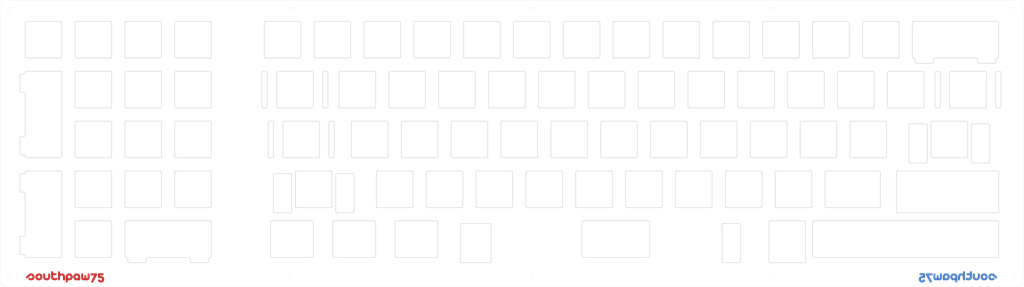
<source format=kicad_pcb>
(kicad_pcb (version 20171130) (host pcbnew "(5.1.4)-1")

  (general
    (thickness 1.6)
    (drawings 792)
    (tracks 0)
    (zones 0)
    (modules 4)
    (nets 1)
  )

  (page A4)
  (layers
    (0 F.Cu signal)
    (31 B.Cu signal)
    (32 B.Adhes user)
    (33 F.Adhes user)
    (34 B.Paste user)
    (35 F.Paste user)
    (36 B.SilkS user)
    (37 F.SilkS user)
    (38 B.Mask user)
    (39 F.Mask user)
    (40 Dwgs.User user)
    (41 Cmts.User user)
    (42 Eco1.User user)
    (43 Eco2.User user)
    (44 Edge.Cuts user)
    (45 Margin user)
    (46 B.CrtYd user)
    (47 F.CrtYd user)
    (48 B.Fab user)
    (49 F.Fab user)
  )

  (setup
    (last_trace_width 0.25)
    (trace_clearance 0.2)
    (zone_clearance 0.508)
    (zone_45_only no)
    (trace_min 0.2)
    (via_size 0.8)
    (via_drill 0.4)
    (via_min_size 0.4)
    (via_min_drill 0.3)
    (uvia_size 0.3)
    (uvia_drill 0.1)
    (uvias_allowed no)
    (uvia_min_size 0.2)
    (uvia_min_drill 0.1)
    (edge_width 0.05)
    (segment_width 0.2)
    (pcb_text_width 0.3)
    (pcb_text_size 1.5 1.5)
    (mod_edge_width 0.12)
    (mod_text_size 1 1)
    (mod_text_width 0.15)
    (pad_size 1.524 1.524)
    (pad_drill 0.762)
    (pad_to_mask_clearance 0.05)
    (aux_axis_origin 0 0)
    (visible_elements 7FFFFFFF)
    (pcbplotparams
      (layerselection 0x010fc_ffffffff)
      (usegerberextensions true)
      (usegerberattributes false)
      (usegerberadvancedattributes true)
      (creategerberjobfile true)
      (excludeedgelayer true)
      (linewidth 0.100000)
      (plotframeref false)
      (viasonmask false)
      (mode 1)
      (useauxorigin false)
      (hpglpennumber 1)
      (hpglpenspeed 20)
      (hpglpendiameter 15.000000)
      (psnegative false)
      (psa4output false)
      (plotreference true)
      (plotvalue true)
      (plotinvisibletext false)
      (padsonsilk false)
      (subtractmaskfromsilk false)
      (outputformat 1)
      (mirror false)
      (drillshape 0)
      (scaleselection 1)
      (outputdirectory "Gerber/"))
  )

  (net 0 "")

  (net_class Default "This is the default net class."
    (clearance 0.2)
    (trace_width 0.25)
    (via_dia 0.8)
    (via_drill 0.4)
    (uvia_dia 0.3)
    (uvia_drill 0.1)
  )

  (module Logos:southpaw75small (layer B.Cu) (tedit 0) (tstamp 5F0A7DDC)
    (at 350.04375 104.775 180)
    (fp_text reference G*** (at 0 0) (layer B.SilkS) hide
      (effects (font (size 1.524 1.524) (thickness 0.3)) (justify mirror))
    )
    (fp_text value LOGO (at 0.75 0) (layer B.SilkS) hide
      (effects (font (size 1.524 1.524) (thickness 0.3)) (justify mirror))
    )
    (fp_poly (pts (xy 6.69047 1.326464) (xy 6.833694 1.267813) (xy 6.845299 1.257301) (xy 6.883131 1.153282)
      (xy 6.908014 0.928457) (xy 6.920147 0.580561) (xy 6.9215 0.376076) (xy 6.926277 -0.001781)
      (xy 6.94404 -0.269015) (xy 6.979933 -0.441763) (xy 7.039102 -0.536162) (xy 7.126692 -0.568346)
      (xy 7.220074 -0.560259) (xy 7.278847 -0.529831) (xy 7.318096 -0.448802) (xy 7.344559 -0.29214)
      (xy 7.364975 -0.034818) (xy 7.366 -0.018176) (xy 7.388086 0.230876) (xy 7.418661 0.431906)
      (xy 7.452069 0.550351) (xy 7.46125 0.564096) (xy 7.641886 0.660194) (xy 7.850866 0.657558)
      (xy 8.005014 0.58118) (xy 8.086092 0.499575) (xy 8.137359 0.393032) (xy 8.168883 0.227955)
      (xy 8.190728 -0.029252) (xy 8.1915 -0.041249) (xy 8.212521 -0.298067) (xy 8.24 -0.453356)
      (xy 8.281098 -0.532587) (xy 8.337425 -0.560265) (xy 8.451295 -0.566038) (xy 8.53265 -0.522434)
      (xy 8.586638 -0.413316) (xy 8.618402 -0.222548) (xy 8.633088 0.066007) (xy 8.636 0.376076)
      (xy 8.639239 0.744071) (xy 8.6536 1.003797) (xy 8.686052 1.173914) (xy 8.743559 1.273086)
      (xy 8.833088 1.319974) (xy 8.961608 1.33324) (xy 8.993414 1.3335) (xy 9.142085 1.323489)
      (xy 9.249374 1.281765) (xy 9.321918 1.190796) (xy 9.36635 1.033048) (xy 9.389306 0.790987)
      (xy 9.397421 0.447081) (xy 9.398 0.264349) (xy 9.391381 -0.164779) (xy 9.36701 -0.489554)
      (xy 9.318114 -0.732148) (xy 9.23792 -0.914733) (xy 9.119654 -1.059482) (xy 8.956543 -1.188565)
      (xy 8.953532 -1.190625) (xy 8.744823 -1.282252) (xy 8.481028 -1.330387) (xy 8.211047 -1.332519)
      (xy 7.983779 -1.286139) (xy 7.902327 -1.244594) (xy 7.787594 -1.188071) (xy 7.684583 -1.223076)
      (xy 7.653812 -1.244594) (xy 7.480827 -1.311253) (xy 7.237049 -1.334544) (xy 6.970399 -1.316216)
      (xy 6.7288 -1.258018) (xy 6.619294 -1.206843) (xy 6.4504 -1.088641) (xy 6.327938 -0.956537)
      (xy 6.244778 -0.788545) (xy 6.193794 -0.562679) (xy 6.167856 -0.256952) (xy 6.159835 0.150622)
      (xy 6.159737 0.21055) (xy 6.164267 0.542297) (xy 6.176857 0.835134) (xy 6.195727 1.061896)
      (xy 6.219098 1.19542) (xy 6.225234 1.210675) (xy 6.331914 1.29381) (xy 6.505101 1.333768)
      (xy 6.69047 1.326464)) (layer B.Mask) (width 0.01))
    (fp_poly (pts (xy 4.778969 1.32426) (xy 4.959808 1.285087) (xy 5.132808 1.198806) (xy 5.243025 1.127125)
      (xy 5.460052 0.959067) (xy 5.616311 0.778261) (xy 5.721937 0.559639) (xy 5.787066 0.278137)
      (xy 5.821834 -0.091315) (xy 5.831316 -0.327848) (xy 5.837307 -0.708025) (xy 5.825873 -0.979456)
      (xy 5.79049 -1.159929) (xy 5.724637 -1.267227) (xy 5.62179 -1.319138) (xy 5.475427 -1.333446)
      (xy 5.462513 -1.3335) (xy 5.294623 -1.319196) (xy 5.187987 -1.283703) (xy 5.176749 -1.272426)
      (xy 5.088442 -1.244002) (xy 4.978368 -1.272426) (xy 4.756117 -1.319252) (xy 4.472167 -1.329906)
      (xy 4.182648 -1.306624) (xy 3.943687 -1.251642) (xy 3.889772 -1.229065) (xy 3.58946 -1.017387)
      (xy 3.344851 -0.722176) (xy 3.178378 -0.378893) (xy 3.112476 -0.022996) (xy 3.112413 -0.017581)
      (xy 3.937018 -0.017581) (xy 3.988849 -0.225664) (xy 4.108278 -0.403164) (xy 4.278242 -0.528517)
      (xy 4.481676 -0.580163) (xy 4.701516 -0.53654) (xy 4.803119 -0.478779) (xy 4.972966 -0.292271)
      (xy 5.049765 -0.05797) (xy 5.020048 0.181509) (xy 5.015452 0.19303) (xy 4.867028 0.416588)
      (xy 4.663774 0.544602) (xy 4.434293 0.570445) (xy 4.207188 0.487492) (xy 4.104409 0.404091)
      (xy 3.96985 0.199525) (xy 3.937018 -0.017581) (xy 3.112413 -0.017581) (xy 3.112208 0)
      (xy 3.166741 0.33579) (xy 3.314731 0.669415) (xy 3.532759 0.964657) (xy 3.797408 1.185299)
      (xy 3.919085 1.247958) (xy 4.09391 1.29406) (xy 4.335544 1.325117) (xy 4.531034 1.3335)
      (xy 4.778969 1.32426)) (layer B.Mask) (width 0.01))
    (fp_poly (pts (xy -2.082076 2.097293) (xy -2.010092 2.042875) (xy -1.931438 1.873206) (xy -1.905 1.612175)
      (xy -1.905 1.297599) (xy -1.466299 1.322388) (xy -1.089573 1.321107) (xy -0.795754 1.260514)
      (xy -0.549786 1.12835) (xy -0.32742 0.924157) (xy -0.16342 0.720661) (xy -0.050833 0.508107)
      (xy 0.018809 0.256789) (xy 0.05397 -0.062996) (xy 0.063145 -0.446245) (xy 0.053194 -0.806787)
      (xy 0.017553 -1.05866) (xy -0.051718 -1.218952) (xy -0.162562 -1.304748) (xy -0.322921 -1.333134)
      (xy -0.34925 -1.3335) (xy -0.513696 -1.313211) (xy -0.629444 -1.240918) (xy -0.704162 -1.099477)
      (xy -0.745514 -0.871747) (xy -0.761167 -0.540583) (xy -0.762 -0.410501) (xy -0.763728 -0.117792)
      (xy -0.773241 0.077521) (xy -0.797038 0.205037) (xy -0.841614 0.294354) (xy -0.913467 0.37507)
      (xy -0.9401 0.40087) (xy -1.166107 0.543027) (xy -1.407111 0.562195) (xy -1.644845 0.45795)
      (xy -1.694962 0.418354) (xy -1.771496 0.34672) (xy -1.823558 0.270607) (xy -1.857314 0.163822)
      (xy -1.878934 0.000172) (xy -1.894584 -0.246539) (xy -1.904878 -0.473101) (xy -1.923125 -0.817862)
      (xy -1.94948 -1.055512) (xy -1.993808 -1.205928) (xy -2.065973 -1.288986) (xy -2.175839 -1.324563)
      (xy -2.331391 -1.332527) (xy -2.520819 -1.292978) (xy -2.601266 -1.210674) (xy -2.623969 -1.105815)
      (xy -2.642056 -0.899007) (xy -2.655594 -0.611574) (xy -2.664652 -0.26484) (xy -2.669297 0.119871)
      (xy -2.669596 0.521234) (xy -2.665618 0.917926) (xy -2.65743 1.288622) (xy -2.645101 1.611997)
      (xy -2.628697 1.866728) (xy -2.608287 2.031491) (xy -2.5908 2.082801) (xy -2.449238 2.147913)
      (xy -2.259514 2.151359) (xy -2.082076 2.097293)) (layer B.Mask) (width 0.01))
    (fp_poly (pts (xy -4.781231 2.141555) (xy -4.651269 2.085754) (xy -4.648201 2.082801) (xy -4.602907 1.977416)
      (xy -4.575613 1.79796) (xy -4.572 1.701801) (xy -4.572 1.397) (xy -4.010342 1.397)
      (xy -3.676867 1.384972) (xy -3.450869 1.34287) (xy -3.314585 1.261672) (xy -3.250247 1.132354)
      (xy -3.2385 1.004967) (xy -3.26534 0.845436) (xy -3.356918 0.736571) (xy -3.529818 0.670621)
      (xy -3.800629 0.639833) (xy -4.030069 0.635) (xy -4.589388 0.635) (xy -4.555144 0.208397)
      (xy -4.529112 -0.032592) (xy -4.487799 -0.189319) (xy -4.414776 -0.304517) (xy -4.323199 -0.394853)
      (xy -4.113058 -0.532473) (xy -3.896974 -0.559984) (xy -3.648138 -0.47863) (xy -3.55813 -0.430334)
      (xy -3.315349 -0.339473) (xy -3.106804 -0.355683) (xy -2.951772 -0.474503) (xy -2.895729 -0.583585)
      (xy -2.881394 -0.785833) (xy -2.972724 -0.96691) (xy -3.149169 -1.119728) (xy -3.390176 -1.237197)
      (xy -3.675194 -1.312228) (xy -3.983672 -1.337731) (xy -4.295058 -1.306618) (xy -4.588801 -1.211798)
      (xy -4.641388 -1.185749) (xy -4.852386 -1.038753) (xy -5.051889 -0.843904) (xy -5.11175 -0.767756)
      (xy -5.30225 -0.497512) (xy -5.321945 0.740261) (xy -5.326767 1.220813) (xy -5.323701 1.584436)
      (xy -5.312337 1.840978) (xy -5.292263 2.000289) (xy -5.266545 2.068517) (xy -5.147766 2.131576)
      (xy -4.966362 2.156376) (xy -4.781231 2.141555)) (layer B.Mask) (width 0.01))
    (fp_poly (pts (xy -7.765765 1.301528) (xy -7.698176 1.254125) (xy -7.669091 1.160475) (xy -7.641476 0.970401)
      (xy -7.619017 0.714461) (xy -7.608164 0.508) (xy -7.585988 0.141132) (xy -7.547081 -0.121321)
      (xy -7.483673 -0.301624) (xy -7.387998 -0.422045) (xy -7.25531 -0.503481) (xy -6.992492 -0.567625)
      (xy -6.751963 -0.507335) (xy -6.623539 -0.418353) (xy -6.546148 -0.34569) (xy -6.493777 -0.268253)
      (xy -6.460012 -0.159373) (xy -6.438443 0.007622) (xy -6.422656 0.259404) (xy -6.413623 0.454772)
      (xy -6.396519 0.750007) (xy -6.374436 1.001596) (xy -6.350405 1.180463) (xy -6.330378 1.254126)
      (xy -6.226041 1.31503) (xy -6.058382 1.330674) (xy -5.881987 1.30298) (xy -5.751445 1.233873)
      (xy -5.751286 1.233715) (xy -5.706396 1.16263) (xy -5.676655 1.041306) (xy -5.659462 0.847647)
      (xy -5.652213 0.559553) (xy -5.6515 0.386452) (xy -5.654279 0.052743) (xy -5.665591 -0.185069)
      (xy -5.6899 -0.358022) (xy -5.73167 -0.497153) (xy -5.795365 -0.6335) (xy -5.799251 -0.640887)
      (xy -5.94652 -0.852307) (xy -6.141339 -1.051622) (xy -6.216002 -1.110218) (xy -6.387227 -1.216551)
      (xy -6.55512 -1.27813) (xy -6.769757 -1.30941) (xy -6.941377 -1.319631) (xy -7.251485 -1.319574)
      (xy -7.47109 -1.284615) (xy -7.58825 -1.237272) (xy -7.92475 -0.994835) (xy -8.184657 -0.681552)
      (xy -8.261613 -0.53975) (xy -8.323046 -0.341061) (xy -8.365056 -0.073075) (xy -8.387568 0.232916)
      (xy -8.390506 0.545621) (xy -8.373795 0.833748) (xy -8.33736 1.066004) (xy -8.281125 1.211099)
      (xy -8.265875 1.228409) (xy -8.11609 1.30562) (xy -7.930566 1.330845) (xy -7.765765 1.301528)) (layer B.Mask) (width 0.01))
    (fp_poly (pts (xy -9.580219 1.277575) (xy -9.276668 1.157924) (xy -9.199237 1.109329) (xy -8.905247 0.837927)
      (xy -8.723055 0.512495) (xy -8.648412 0.123879) (xy -8.648914 -0.076638) (xy -8.724727 -0.498614)
      (xy -8.897895 -0.842652) (xy -9.160237 -1.100988) (xy -9.503568 -1.265853) (xy -9.919708 -1.329484)
      (xy -9.9695 -1.329969) (xy -10.219433 -1.31615) (xy -10.445963 -1.281788) (xy -10.57275 -1.244569)
      (xy -10.74772 -1.140728) (xy -10.924416 -0.997465) (xy -10.943772 -0.9785) (xy -11.187633 -0.651577)
      (xy -11.320266 -0.291326) (xy -11.340087 0.003015) (xy -10.541 0.003015) (xy -10.487971 -0.249758)
      (xy -10.347689 -0.436845) (xy -10.14836 -0.545453) (xy -9.918192 -0.56279) (xy -9.685394 -0.476065)
      (xy -9.60936 -0.419489) (xy -9.486775 -0.282042) (xy -9.437785 -0.117273) (xy -9.432637 0)
      (xy -9.484218 0.257643) (xy -9.621445 0.443548) (xy -9.818039 0.545998) (xy -10.047726 0.553276)
      (xy -10.284228 0.453666) (xy -10.345628 0.407106) (xy -10.484581 0.257899) (xy -10.537133 0.091123)
      (xy -10.541 0.003015) (xy -11.340087 0.003015) (xy -11.345376 0.081548) (xy -11.266667 0.446339)
      (xy -11.087844 0.782344) (xy -10.812611 1.068858) (xy -10.547226 1.237762) (xy -10.262814 1.322003)
      (xy -9.924706 1.333771) (xy -9.580219 1.277575)) (layer B.Mask) (width 0.01))
    (fp_poly (pts (xy -12.654355 1.308526) (xy -12.378745 1.234231) (xy -12.332346 1.21268) (xy -12.007316 0.982877)
      (xy -11.77522 0.688858) (xy -11.63611 0.352196) (xy -11.59004 -0.005537) (xy -11.637064 -0.36277)
      (xy -11.777235 -0.69793) (xy -12.010607 -0.989445) (xy -12.326334 -1.210241) (xy -12.631532 -1.308775)
      (xy -12.985583 -1.336417) (xy -13.335769 -1.294048) (xy -13.618852 -1.188625) (xy -13.798274 -1.061085)
      (xy -13.939245 -0.916521) (xy -13.966798 -0.875079) (xy -14.024346 -0.748606) (xy -14.011268 -0.649518)
      (xy -13.930576 -0.526785) (xy -13.75484 -0.368382) (xy -13.558408 -0.335173) (xy -13.344611 -0.427643)
      (xy -13.328926 -0.43895) (xy -13.080526 -0.557213) (xy -12.834305 -0.550407) (xy -12.603819 -0.419478)
      (xy -12.568116 -0.385884) (xy -12.413773 -0.163592) (xy -12.385889 0.063603) (xy -12.484464 0.288896)
      (xy -12.568116 0.385885) (xy -12.721336 0.516544) (xy -12.866576 0.578591) (xy -13.021353 0.566278)
      (xy -13.203186 0.473859) (xy -13.429594 0.295587) (xy -13.718093 0.025715) (xy -13.744375 0)
      (xy -13.998891 -0.244632) (xy -14.186062 -0.410137) (xy -14.324943 -0.510466) (xy -14.434593 -0.559571)
      (xy -14.525036 -0.5715) (xy -14.743722 -0.521901) (xy -14.881384 -0.383294) (xy -14.9225 -0.200585)
      (xy -14.900016 -0.102869) (xy -14.824278 0.022977) (xy -14.682861 0.192839) (xy -14.463339 0.422605)
      (xy -14.335125 0.550404) (xy -14.094905 0.779906) (xy -13.86752 0.983685) (xy -13.677682 1.140445)
      (xy -13.550102 1.228886) (xy -13.544529 1.231775) (xy -13.291442 1.308152) (xy -12.976652 1.333452)
      (xy -12.654355 1.308526)) (layer B.Mask) (width 0.01))
    (fp_poly (pts (xy 13.663533 1.397) (xy 14.016497 1.39509) (xy 14.264702 1.387575) (xy 14.430354 1.371777)
      (xy 14.535662 1.345021) (xy 14.602831 1.304629) (xy 14.626908 1.280875) (xy 14.718185 1.100117)
      (xy 14.713064 0.901544) (xy 14.615874 0.740092) (xy 14.525467 0.686551) (xy 14.380991 0.653879)
      (xy 14.156105 0.638114) (xy 13.917374 0.635001) (xy 13.643753 0.633795) (xy 13.472921 0.625779)
      (xy 13.380668 0.604353) (xy 13.342783 0.562916) (xy 13.335057 0.494871) (xy 13.335 0.47625)
      (xy 13.342545 0.38991) (xy 13.384594 0.342377) (xy 13.490267 0.322104) (xy 13.688684 0.317544)
      (xy 13.735317 0.3175) (xy 13.993875 0.305653) (xy 14.188362 0.25919) (xy 14.380391 0.161728)
      (xy 14.424666 0.134202) (xy 14.703105 -0.110763) (xy 14.887495 -0.41641) (xy 14.977835 -0.758078)
      (xy 14.974126 -1.111105) (xy 14.876368 -1.450828) (xy 14.68456 -1.752585) (xy 14.424666 -1.975701)
      (xy 14.220728 -2.087684) (xy 14.027868 -2.142086) (xy 13.781155 -2.156309) (xy 13.751192 -2.156193)
      (xy 13.378262 -2.117237) (xy 13.136311 -2.031619) (xy 12.916808 -1.882379) (xy 12.731163 -1.696612)
      (xy 12.607784 -1.507458) (xy 12.573 -1.374507) (xy 12.620423 -1.153071) (xy 12.746368 -1.011846)
      (xy 12.926349 -0.956756) (xy 13.135881 -0.993727) (xy 13.350476 -1.128685) (xy 13.3985 -1.17475)
      (xy 13.579709 -1.333841) (xy 13.731125 -1.387316) (xy 13.885391 -1.340152) (xy 13.993186 -1.265391)
      (xy 14.126935 -1.105362) (xy 14.1605 -0.920749) (xy 14.125295 -0.718516) (xy 14.011492 -0.577062)
      (xy 13.806812 -0.489555) (xy 13.498974 -0.449163) (xy 13.304528 -0.444499) (xy 13.021019 -0.439538)
      (xy 12.822187 -0.411913) (xy 12.693027 -0.342511) (xy 12.618534 -0.212221) (xy 12.583704 -0.001929)
      (xy 12.573531 0.307476) (xy 12.573 0.487284) (xy 12.574364 0.817083) (xy 12.590238 1.055703)
      (xy 12.638292 1.217886) (xy 12.736197 1.318372) (xy 12.901625 1.371901) (xy 13.152245 1.393216)
      (xy 13.50573 1.397057) (xy 13.663533 1.397)) (layer B.Mask) (width 0.01))
    (fp_poly (pts (xy 1.95101 1.302242) (xy 2.127643 1.264781) (xy 2.270392 1.194593) (xy 2.392464 1.104357)
      (xy 2.708872 0.787813) (xy 2.900844 0.447783) (xy 2.952999 0.252522) (xy 2.961421 -0.157582)
      (xy 2.854783 -0.547229) (xy 2.643922 -0.890675) (xy 2.364451 -1.145593) (xy 2.2359 -1.223025)
      (xy 2.103284 -1.269912) (xy 1.929564 -1.293592) (xy 1.6777 -1.301403) (xy 1.576277 -1.30175)
      (xy 1.016 -1.30175) (xy 1.016 -1.607549) (xy 0.998461 -1.880572) (xy 0.936819 -2.050216)
      (xy 0.81753 -2.13637) (xy 0.640541 -2.159) (xy 0.462404 -2.136784) (xy 0.335359 -2.081992)
      (xy 0.321455 -2.068516) (xy 0.293221 -1.987927) (xy 0.274071 -1.81891) (xy 0.263593 -1.551617)
      (xy 0.261378 -1.176197) (xy 0.266055 -0.741047) (xy 0.277853 0) (xy 1.050636 0)
      (xy 1.071781 -0.203726) (xy 1.152801 -0.347566) (xy 1.227359 -0.419489) (xy 1.459264 -0.549367)
      (xy 1.701937 -0.567177) (xy 1.924951 -0.473546) (xy 2.003282 -0.403477) (xy 2.117135 -0.207903)
      (xy 2.159073 0.024273) (xy 2.123704 0.240362) (xy 2.077605 0.323003) (xy 1.874715 0.496131)
      (xy 1.633632 0.562653) (xy 1.387033 0.518861) (xy 1.227359 0.41949) (xy 1.104774 0.282043)
      (xy 1.055784 0.117274) (xy 1.050636 0) (xy 0.277853 0) (xy 0.28575 0.495938)
      (xy 0.485674 0.771708) (xy 0.748045 1.05877) (xy 1.049998 1.237489) (xy 1.413037 1.317647)
      (xy 1.693964 1.321437) (xy 1.95101 1.302242)) (layer B.Mask) (width 0.01))
    (fp_poly (pts (xy 12.228876 1.175838) (xy 12.29661 1.019696) (xy 12.27407 0.852157) (xy 12.267208 0.831793)
      (xy 12.211696 0.704997) (xy 12.10685 0.494265) (xy 11.962971 0.218177) (xy 11.79036 -0.104687)
      (xy 11.599319 -0.455745) (xy 11.400147 -0.816417) (xy 11.203147 -1.168122) (xy 11.018619 -1.49228)
      (xy 10.856864 -1.770309) (xy 10.728182 -1.983628) (xy 10.642876 -2.113658) (xy 10.617946 -2.143125)
      (xy 10.428308 -2.217171) (xy 10.213803 -2.181046) (xy 10.110629 -2.123649) (xy 9.991677 -1.96985)
      (xy 9.970021 -1.853774) (xy 9.999656 -1.746108) (xy 10.081991 -1.547585) (xy 10.207679 -1.278162)
      (xy 10.367376 -0.957793) (xy 10.551735 -0.606435) (xy 10.570554 -0.5715) (xy 11.170566 0.53975)
      (xy 10.501199 0.5715) (xy 10.19202 0.589375) (xy 9.984753 0.611457) (xy 9.854314 0.642865)
      (xy 9.775619 0.688722) (xy 9.741916 0.726512) (xy 9.659111 0.912002) (xy 9.694863 1.098713)
      (xy 9.75085 1.192371) (xy 9.791009 1.242684) (xy 9.843029 1.279356) (xy 9.925786 1.304542)
      (xy 10.058154 1.320395) (xy 10.25901 1.32907) (xy 10.547229 1.332719) (xy 10.941686 1.333498)
      (xy 10.987636 1.3335) (xy 12.125572 1.3335) (xy 12.228876 1.175838)) (layer B.Mask) (width 0.01))
  )

  (module Logos:southpaw75smallcopy (layer B.Cu) (tedit 0) (tstamp 5F0A8040)
    (at 350.04375 104.775 180)
    (fp_text reference G*** (at 0 0) (layer B.SilkS) hide
      (effects (font (size 1.524 1.524) (thickness 0.3)) (justify mirror))
    )
    (fp_text value LOGO (at 0.75 0) (layer B.SilkS) hide
      (effects (font (size 1.524 1.524) (thickness 0.3)) (justify mirror))
    )
    (fp_poly (pts (xy 6.69047 1.326464) (xy 6.833694 1.267813) (xy 6.845299 1.257301) (xy 6.883131 1.153282)
      (xy 6.908014 0.928457) (xy 6.920147 0.580561) (xy 6.9215 0.376076) (xy 6.926277 -0.001781)
      (xy 6.94404 -0.269015) (xy 6.979933 -0.441763) (xy 7.039102 -0.536162) (xy 7.126692 -0.568346)
      (xy 7.220074 -0.560259) (xy 7.278847 -0.529831) (xy 7.318096 -0.448802) (xy 7.344559 -0.29214)
      (xy 7.364975 -0.034818) (xy 7.366 -0.018176) (xy 7.388086 0.230876) (xy 7.418661 0.431906)
      (xy 7.452069 0.550351) (xy 7.46125 0.564096) (xy 7.641886 0.660194) (xy 7.850866 0.657558)
      (xy 8.005014 0.58118) (xy 8.086092 0.499575) (xy 8.137359 0.393032) (xy 8.168883 0.227955)
      (xy 8.190728 -0.029252) (xy 8.1915 -0.041249) (xy 8.212521 -0.298067) (xy 8.24 -0.453356)
      (xy 8.281098 -0.532587) (xy 8.337425 -0.560265) (xy 8.451295 -0.566038) (xy 8.53265 -0.522434)
      (xy 8.586638 -0.413316) (xy 8.618402 -0.222548) (xy 8.633088 0.066007) (xy 8.636 0.376076)
      (xy 8.639239 0.744071) (xy 8.6536 1.003797) (xy 8.686052 1.173914) (xy 8.743559 1.273086)
      (xy 8.833088 1.319974) (xy 8.961608 1.33324) (xy 8.993414 1.3335) (xy 9.142085 1.323489)
      (xy 9.249374 1.281765) (xy 9.321918 1.190796) (xy 9.36635 1.033048) (xy 9.389306 0.790987)
      (xy 9.397421 0.447081) (xy 9.398 0.264349) (xy 9.391381 -0.164779) (xy 9.36701 -0.489554)
      (xy 9.318114 -0.732148) (xy 9.23792 -0.914733) (xy 9.119654 -1.059482) (xy 8.956543 -1.188565)
      (xy 8.953532 -1.190625) (xy 8.744823 -1.282252) (xy 8.481028 -1.330387) (xy 8.211047 -1.332519)
      (xy 7.983779 -1.286139) (xy 7.902327 -1.244594) (xy 7.787594 -1.188071) (xy 7.684583 -1.223076)
      (xy 7.653812 -1.244594) (xy 7.480827 -1.311253) (xy 7.237049 -1.334544) (xy 6.970399 -1.316216)
      (xy 6.7288 -1.258018) (xy 6.619294 -1.206843) (xy 6.4504 -1.088641) (xy 6.327938 -0.956537)
      (xy 6.244778 -0.788545) (xy 6.193794 -0.562679) (xy 6.167856 -0.256952) (xy 6.159835 0.150622)
      (xy 6.159737 0.21055) (xy 6.164267 0.542297) (xy 6.176857 0.835134) (xy 6.195727 1.061896)
      (xy 6.219098 1.19542) (xy 6.225234 1.210675) (xy 6.331914 1.29381) (xy 6.505101 1.333768)
      (xy 6.69047 1.326464)) (layer B.Cu) (width 0.01))
    (fp_poly (pts (xy 4.778969 1.32426) (xy 4.959808 1.285087) (xy 5.132808 1.198806) (xy 5.243025 1.127125)
      (xy 5.460052 0.959067) (xy 5.616311 0.778261) (xy 5.721937 0.559639) (xy 5.787066 0.278137)
      (xy 5.821834 -0.091315) (xy 5.831316 -0.327848) (xy 5.837307 -0.708025) (xy 5.825873 -0.979456)
      (xy 5.79049 -1.159929) (xy 5.724637 -1.267227) (xy 5.62179 -1.319138) (xy 5.475427 -1.333446)
      (xy 5.462513 -1.3335) (xy 5.294623 -1.319196) (xy 5.187987 -1.283703) (xy 5.176749 -1.272426)
      (xy 5.088442 -1.244002) (xy 4.978368 -1.272426) (xy 4.756117 -1.319252) (xy 4.472167 -1.329906)
      (xy 4.182648 -1.306624) (xy 3.943687 -1.251642) (xy 3.889772 -1.229065) (xy 3.58946 -1.017387)
      (xy 3.344851 -0.722176) (xy 3.178378 -0.378893) (xy 3.112476 -0.022996) (xy 3.112413 -0.017581)
      (xy 3.937018 -0.017581) (xy 3.988849 -0.225664) (xy 4.108278 -0.403164) (xy 4.278242 -0.528517)
      (xy 4.481676 -0.580163) (xy 4.701516 -0.53654) (xy 4.803119 -0.478779) (xy 4.972966 -0.292271)
      (xy 5.049765 -0.05797) (xy 5.020048 0.181509) (xy 5.015452 0.19303) (xy 4.867028 0.416588)
      (xy 4.663774 0.544602) (xy 4.434293 0.570445) (xy 4.207188 0.487492) (xy 4.104409 0.404091)
      (xy 3.96985 0.199525) (xy 3.937018 -0.017581) (xy 3.112413 -0.017581) (xy 3.112208 0)
      (xy 3.166741 0.33579) (xy 3.314731 0.669415) (xy 3.532759 0.964657) (xy 3.797408 1.185299)
      (xy 3.919085 1.247958) (xy 4.09391 1.29406) (xy 4.335544 1.325117) (xy 4.531034 1.3335)
      (xy 4.778969 1.32426)) (layer B.Cu) (width 0.01))
    (fp_poly (pts (xy -2.082076 2.097293) (xy -2.010092 2.042875) (xy -1.931438 1.873206) (xy -1.905 1.612175)
      (xy -1.905 1.297599) (xy -1.466299 1.322388) (xy -1.089573 1.321107) (xy -0.795754 1.260514)
      (xy -0.549786 1.12835) (xy -0.32742 0.924157) (xy -0.16342 0.720661) (xy -0.050833 0.508107)
      (xy 0.018809 0.256789) (xy 0.05397 -0.062996) (xy 0.063145 -0.446245) (xy 0.053194 -0.806787)
      (xy 0.017553 -1.05866) (xy -0.051718 -1.218952) (xy -0.162562 -1.304748) (xy -0.322921 -1.333134)
      (xy -0.34925 -1.3335) (xy -0.513696 -1.313211) (xy -0.629444 -1.240918) (xy -0.704162 -1.099477)
      (xy -0.745514 -0.871747) (xy -0.761167 -0.540583) (xy -0.762 -0.410501) (xy -0.763728 -0.117792)
      (xy -0.773241 0.077521) (xy -0.797038 0.205037) (xy -0.841614 0.294354) (xy -0.913467 0.37507)
      (xy -0.9401 0.40087) (xy -1.166107 0.543027) (xy -1.407111 0.562195) (xy -1.644845 0.45795)
      (xy -1.694962 0.418354) (xy -1.771496 0.34672) (xy -1.823558 0.270607) (xy -1.857314 0.163822)
      (xy -1.878934 0.000172) (xy -1.894584 -0.246539) (xy -1.904878 -0.473101) (xy -1.923125 -0.817862)
      (xy -1.94948 -1.055512) (xy -1.993808 -1.205928) (xy -2.065973 -1.288986) (xy -2.175839 -1.324563)
      (xy -2.331391 -1.332527) (xy -2.520819 -1.292978) (xy -2.601266 -1.210674) (xy -2.623969 -1.105815)
      (xy -2.642056 -0.899007) (xy -2.655594 -0.611574) (xy -2.664652 -0.26484) (xy -2.669297 0.119871)
      (xy -2.669596 0.521234) (xy -2.665618 0.917926) (xy -2.65743 1.288622) (xy -2.645101 1.611997)
      (xy -2.628697 1.866728) (xy -2.608287 2.031491) (xy -2.5908 2.082801) (xy -2.449238 2.147913)
      (xy -2.259514 2.151359) (xy -2.082076 2.097293)) (layer B.Cu) (width 0.01))
    (fp_poly (pts (xy -4.781231 2.141555) (xy -4.651269 2.085754) (xy -4.648201 2.082801) (xy -4.602907 1.977416)
      (xy -4.575613 1.79796) (xy -4.572 1.701801) (xy -4.572 1.397) (xy -4.010342 1.397)
      (xy -3.676867 1.384972) (xy -3.450869 1.34287) (xy -3.314585 1.261672) (xy -3.250247 1.132354)
      (xy -3.2385 1.004967) (xy -3.26534 0.845436) (xy -3.356918 0.736571) (xy -3.529818 0.670621)
      (xy -3.800629 0.639833) (xy -4.030069 0.635) (xy -4.589388 0.635) (xy -4.555144 0.208397)
      (xy -4.529112 -0.032592) (xy -4.487799 -0.189319) (xy -4.414776 -0.304517) (xy -4.323199 -0.394853)
      (xy -4.113058 -0.532473) (xy -3.896974 -0.559984) (xy -3.648138 -0.47863) (xy -3.55813 -0.430334)
      (xy -3.315349 -0.339473) (xy -3.106804 -0.355683) (xy -2.951772 -0.474503) (xy -2.895729 -0.583585)
      (xy -2.881394 -0.785833) (xy -2.972724 -0.96691) (xy -3.149169 -1.119728) (xy -3.390176 -1.237197)
      (xy -3.675194 -1.312228) (xy -3.983672 -1.337731) (xy -4.295058 -1.306618) (xy -4.588801 -1.211798)
      (xy -4.641388 -1.185749) (xy -4.852386 -1.038753) (xy -5.051889 -0.843904) (xy -5.11175 -0.767756)
      (xy -5.30225 -0.497512) (xy -5.321945 0.740261) (xy -5.326767 1.220813) (xy -5.323701 1.584436)
      (xy -5.312337 1.840978) (xy -5.292263 2.000289) (xy -5.266545 2.068517) (xy -5.147766 2.131576)
      (xy -4.966362 2.156376) (xy -4.781231 2.141555)) (layer B.Cu) (width 0.01))
    (fp_poly (pts (xy -7.765765 1.301528) (xy -7.698176 1.254125) (xy -7.669091 1.160475) (xy -7.641476 0.970401)
      (xy -7.619017 0.714461) (xy -7.608164 0.508) (xy -7.585988 0.141132) (xy -7.547081 -0.121321)
      (xy -7.483673 -0.301624) (xy -7.387998 -0.422045) (xy -7.25531 -0.503481) (xy -6.992492 -0.567625)
      (xy -6.751963 -0.507335) (xy -6.623539 -0.418353) (xy -6.546148 -0.34569) (xy -6.493777 -0.268253)
      (xy -6.460012 -0.159373) (xy -6.438443 0.007622) (xy -6.422656 0.259404) (xy -6.413623 0.454772)
      (xy -6.396519 0.750007) (xy -6.374436 1.001596) (xy -6.350405 1.180463) (xy -6.330378 1.254126)
      (xy -6.226041 1.31503) (xy -6.058382 1.330674) (xy -5.881987 1.30298) (xy -5.751445 1.233873)
      (xy -5.751286 1.233715) (xy -5.706396 1.16263) (xy -5.676655 1.041306) (xy -5.659462 0.847647)
      (xy -5.652213 0.559553) (xy -5.6515 0.386452) (xy -5.654279 0.052743) (xy -5.665591 -0.185069)
      (xy -5.6899 -0.358022) (xy -5.73167 -0.497153) (xy -5.795365 -0.6335) (xy -5.799251 -0.640887)
      (xy -5.94652 -0.852307) (xy -6.141339 -1.051622) (xy -6.216002 -1.110218) (xy -6.387227 -1.216551)
      (xy -6.55512 -1.27813) (xy -6.769757 -1.30941) (xy -6.941377 -1.319631) (xy -7.251485 -1.319574)
      (xy -7.47109 -1.284615) (xy -7.58825 -1.237272) (xy -7.92475 -0.994835) (xy -8.184657 -0.681552)
      (xy -8.261613 -0.53975) (xy -8.323046 -0.341061) (xy -8.365056 -0.073075) (xy -8.387568 0.232916)
      (xy -8.390506 0.545621) (xy -8.373795 0.833748) (xy -8.33736 1.066004) (xy -8.281125 1.211099)
      (xy -8.265875 1.228409) (xy -8.11609 1.30562) (xy -7.930566 1.330845) (xy -7.765765 1.301528)) (layer B.Cu) (width 0.01))
    (fp_poly (pts (xy -9.580219 1.277575) (xy -9.276668 1.157924) (xy -9.199237 1.109329) (xy -8.905247 0.837927)
      (xy -8.723055 0.512495) (xy -8.648412 0.123879) (xy -8.648914 -0.076638) (xy -8.724727 -0.498614)
      (xy -8.897895 -0.842652) (xy -9.160237 -1.100988) (xy -9.503568 -1.265853) (xy -9.919708 -1.329484)
      (xy -9.9695 -1.329969) (xy -10.219433 -1.31615) (xy -10.445963 -1.281788) (xy -10.57275 -1.244569)
      (xy -10.74772 -1.140728) (xy -10.924416 -0.997465) (xy -10.943772 -0.9785) (xy -11.187633 -0.651577)
      (xy -11.320266 -0.291326) (xy -11.340087 0.003015) (xy -10.541 0.003015) (xy -10.487971 -0.249758)
      (xy -10.347689 -0.436845) (xy -10.14836 -0.545453) (xy -9.918192 -0.56279) (xy -9.685394 -0.476065)
      (xy -9.60936 -0.419489) (xy -9.486775 -0.282042) (xy -9.437785 -0.117273) (xy -9.432637 0)
      (xy -9.484218 0.257643) (xy -9.621445 0.443548) (xy -9.818039 0.545998) (xy -10.047726 0.553276)
      (xy -10.284228 0.453666) (xy -10.345628 0.407106) (xy -10.484581 0.257899) (xy -10.537133 0.091123)
      (xy -10.541 0.003015) (xy -11.340087 0.003015) (xy -11.345376 0.081548) (xy -11.266667 0.446339)
      (xy -11.087844 0.782344) (xy -10.812611 1.068858) (xy -10.547226 1.237762) (xy -10.262814 1.322003)
      (xy -9.924706 1.333771) (xy -9.580219 1.277575)) (layer B.Cu) (width 0.01))
    (fp_poly (pts (xy -12.654355 1.308526) (xy -12.378745 1.234231) (xy -12.332346 1.21268) (xy -12.007316 0.982877)
      (xy -11.77522 0.688858) (xy -11.63611 0.352196) (xy -11.59004 -0.005537) (xy -11.637064 -0.36277)
      (xy -11.777235 -0.69793) (xy -12.010607 -0.989445) (xy -12.326334 -1.210241) (xy -12.631532 -1.308775)
      (xy -12.985583 -1.336417) (xy -13.335769 -1.294048) (xy -13.618852 -1.188625) (xy -13.798274 -1.061085)
      (xy -13.939245 -0.916521) (xy -13.966798 -0.875079) (xy -14.024346 -0.748606) (xy -14.011268 -0.649518)
      (xy -13.930576 -0.526785) (xy -13.75484 -0.368382) (xy -13.558408 -0.335173) (xy -13.344611 -0.427643)
      (xy -13.328926 -0.43895) (xy -13.080526 -0.557213) (xy -12.834305 -0.550407) (xy -12.603819 -0.419478)
      (xy -12.568116 -0.385884) (xy -12.413773 -0.163592) (xy -12.385889 0.063603) (xy -12.484464 0.288896)
      (xy -12.568116 0.385885) (xy -12.721336 0.516544) (xy -12.866576 0.578591) (xy -13.021353 0.566278)
      (xy -13.203186 0.473859) (xy -13.429594 0.295587) (xy -13.718093 0.025715) (xy -13.744375 0)
      (xy -13.998891 -0.244632) (xy -14.186062 -0.410137) (xy -14.324943 -0.510466) (xy -14.434593 -0.559571)
      (xy -14.525036 -0.5715) (xy -14.743722 -0.521901) (xy -14.881384 -0.383294) (xy -14.9225 -0.200585)
      (xy -14.900016 -0.102869) (xy -14.824278 0.022977) (xy -14.682861 0.192839) (xy -14.463339 0.422605)
      (xy -14.335125 0.550404) (xy -14.094905 0.779906) (xy -13.86752 0.983685) (xy -13.677682 1.140445)
      (xy -13.550102 1.228886) (xy -13.544529 1.231775) (xy -13.291442 1.308152) (xy -12.976652 1.333452)
      (xy -12.654355 1.308526)) (layer B.Cu) (width 0.01))
    (fp_poly (pts (xy 13.663533 1.397) (xy 14.016497 1.39509) (xy 14.264702 1.387575) (xy 14.430354 1.371777)
      (xy 14.535662 1.345021) (xy 14.602831 1.304629) (xy 14.626908 1.280875) (xy 14.718185 1.100117)
      (xy 14.713064 0.901544) (xy 14.615874 0.740092) (xy 14.525467 0.686551) (xy 14.380991 0.653879)
      (xy 14.156105 0.638114) (xy 13.917374 0.635001) (xy 13.643753 0.633795) (xy 13.472921 0.625779)
      (xy 13.380668 0.604353) (xy 13.342783 0.562916) (xy 13.335057 0.494871) (xy 13.335 0.47625)
      (xy 13.342545 0.38991) (xy 13.384594 0.342377) (xy 13.490267 0.322104) (xy 13.688684 0.317544)
      (xy 13.735317 0.3175) (xy 13.993875 0.305653) (xy 14.188362 0.25919) (xy 14.380391 0.161728)
      (xy 14.424666 0.134202) (xy 14.703105 -0.110763) (xy 14.887495 -0.41641) (xy 14.977835 -0.758078)
      (xy 14.974126 -1.111105) (xy 14.876368 -1.450828) (xy 14.68456 -1.752585) (xy 14.424666 -1.975701)
      (xy 14.220728 -2.087684) (xy 14.027868 -2.142086) (xy 13.781155 -2.156309) (xy 13.751192 -2.156193)
      (xy 13.378262 -2.117237) (xy 13.136311 -2.031619) (xy 12.916808 -1.882379) (xy 12.731163 -1.696612)
      (xy 12.607784 -1.507458) (xy 12.573 -1.374507) (xy 12.620423 -1.153071) (xy 12.746368 -1.011846)
      (xy 12.926349 -0.956756) (xy 13.135881 -0.993727) (xy 13.350476 -1.128685) (xy 13.3985 -1.17475)
      (xy 13.579709 -1.333841) (xy 13.731125 -1.387316) (xy 13.885391 -1.340152) (xy 13.993186 -1.265391)
      (xy 14.126935 -1.105362) (xy 14.1605 -0.920749) (xy 14.125295 -0.718516) (xy 14.011492 -0.577062)
      (xy 13.806812 -0.489555) (xy 13.498974 -0.449163) (xy 13.304528 -0.444499) (xy 13.021019 -0.439538)
      (xy 12.822187 -0.411913) (xy 12.693027 -0.342511) (xy 12.618534 -0.212221) (xy 12.583704 -0.001929)
      (xy 12.573531 0.307476) (xy 12.573 0.487284) (xy 12.574364 0.817083) (xy 12.590238 1.055703)
      (xy 12.638292 1.217886) (xy 12.736197 1.318372) (xy 12.901625 1.371901) (xy 13.152245 1.393216)
      (xy 13.50573 1.397057) (xy 13.663533 1.397)) (layer B.Cu) (width 0.01))
    (fp_poly (pts (xy 1.95101 1.302242) (xy 2.127643 1.264781) (xy 2.270392 1.194593) (xy 2.392464 1.104357)
      (xy 2.708872 0.787813) (xy 2.900844 0.447783) (xy 2.952999 0.252522) (xy 2.961421 -0.157582)
      (xy 2.854783 -0.547229) (xy 2.643922 -0.890675) (xy 2.364451 -1.145593) (xy 2.2359 -1.223025)
      (xy 2.103284 -1.269912) (xy 1.929564 -1.293592) (xy 1.6777 -1.301403) (xy 1.576277 -1.30175)
      (xy 1.016 -1.30175) (xy 1.016 -1.607549) (xy 0.998461 -1.880572) (xy 0.936819 -2.050216)
      (xy 0.81753 -2.13637) (xy 0.640541 -2.159) (xy 0.462404 -2.136784) (xy 0.335359 -2.081992)
      (xy 0.321455 -2.068516) (xy 0.293221 -1.987927) (xy 0.274071 -1.81891) (xy 0.263593 -1.551617)
      (xy 0.261378 -1.176197) (xy 0.266055 -0.741047) (xy 0.277853 0) (xy 1.050636 0)
      (xy 1.071781 -0.203726) (xy 1.152801 -0.347566) (xy 1.227359 -0.419489) (xy 1.459264 -0.549367)
      (xy 1.701937 -0.567177) (xy 1.924951 -0.473546) (xy 2.003282 -0.403477) (xy 2.117135 -0.207903)
      (xy 2.159073 0.024273) (xy 2.123704 0.240362) (xy 2.077605 0.323003) (xy 1.874715 0.496131)
      (xy 1.633632 0.562653) (xy 1.387033 0.518861) (xy 1.227359 0.41949) (xy 1.104774 0.282043)
      (xy 1.055784 0.117274) (xy 1.050636 0) (xy 0.277853 0) (xy 0.28575 0.495938)
      (xy 0.485674 0.771708) (xy 0.748045 1.05877) (xy 1.049998 1.237489) (xy 1.413037 1.317647)
      (xy 1.693964 1.321437) (xy 1.95101 1.302242)) (layer B.Cu) (width 0.01))
    (fp_poly (pts (xy 12.228876 1.175838) (xy 12.29661 1.019696) (xy 12.27407 0.852157) (xy 12.267208 0.831793)
      (xy 12.211696 0.704997) (xy 12.10685 0.494265) (xy 11.962971 0.218177) (xy 11.79036 -0.104687)
      (xy 11.599319 -0.455745) (xy 11.400147 -0.816417) (xy 11.203147 -1.168122) (xy 11.018619 -1.49228)
      (xy 10.856864 -1.770309) (xy 10.728182 -1.983628) (xy 10.642876 -2.113658) (xy 10.617946 -2.143125)
      (xy 10.428308 -2.217171) (xy 10.213803 -2.181046) (xy 10.110629 -2.123649) (xy 9.991677 -1.96985)
      (xy 9.970021 -1.853774) (xy 9.999656 -1.746108) (xy 10.081991 -1.547585) (xy 10.207679 -1.278162)
      (xy 10.367376 -0.957793) (xy 10.551735 -0.606435) (xy 10.570554 -0.5715) (xy 11.170566 0.53975)
      (xy 10.501199 0.5715) (xy 10.19202 0.589375) (xy 9.984753 0.611457) (xy 9.854314 0.642865)
      (xy 9.775619 0.688722) (xy 9.741916 0.726512) (xy 9.659111 0.912002) (xy 9.694863 1.098713)
      (xy 9.75085 1.192371) (xy 9.791009 1.242684) (xy 9.843029 1.279356) (xy 9.925786 1.304542)
      (xy 10.058154 1.320395) (xy 10.25901 1.32907) (xy 10.547229 1.332719) (xy 10.941686 1.333498)
      (xy 10.987636 1.3335) (xy 12.125572 1.3335) (xy 12.228876 1.175838)) (layer B.Cu) (width 0.01))
  )

  (module Logos:southpaw75smallcopy (layer F.Cu) (tedit 0) (tstamp 5F70348B)
    (at 8.8125 104.775)
    (fp_text reference G*** (at 0 0) (layer F.SilkS) hide
      (effects (font (size 1.524 1.524) (thickness 0.3)))
    )
    (fp_text value LOGO (at 0.75 0) (layer F.SilkS) hide
      (effects (font (size 1.524 1.524) (thickness 0.3)))
    )
    (fp_poly (pts (xy 12.228876 -1.175838) (xy 12.29661 -1.019696) (xy 12.27407 -0.852157) (xy 12.267208 -0.831793)
      (xy 12.211696 -0.704997) (xy 12.10685 -0.494265) (xy 11.962971 -0.218177) (xy 11.79036 0.104687)
      (xy 11.599319 0.455745) (xy 11.400147 0.816417) (xy 11.203147 1.168122) (xy 11.018619 1.49228)
      (xy 10.856864 1.770309) (xy 10.728182 1.983628) (xy 10.642876 2.113658) (xy 10.617946 2.143125)
      (xy 10.428308 2.217171) (xy 10.213803 2.181046) (xy 10.110629 2.123649) (xy 9.991677 1.96985)
      (xy 9.970021 1.853774) (xy 9.999656 1.746108) (xy 10.081991 1.547585) (xy 10.207679 1.278162)
      (xy 10.367376 0.957793) (xy 10.551735 0.606435) (xy 10.570554 0.5715) (xy 11.170566 -0.53975)
      (xy 10.501199 -0.5715) (xy 10.19202 -0.589375) (xy 9.984753 -0.611457) (xy 9.854314 -0.642865)
      (xy 9.775619 -0.688722) (xy 9.741916 -0.726512) (xy 9.659111 -0.912002) (xy 9.694863 -1.098713)
      (xy 9.75085 -1.192371) (xy 9.791009 -1.242684) (xy 9.843029 -1.279356) (xy 9.925786 -1.304542)
      (xy 10.058154 -1.320395) (xy 10.25901 -1.32907) (xy 10.547229 -1.332719) (xy 10.941686 -1.333498)
      (xy 10.987636 -1.3335) (xy 12.125572 -1.3335) (xy 12.228876 -1.175838)) (layer F.Cu) (width 0.01))
    (fp_poly (pts (xy 1.95101 -1.302242) (xy 2.127643 -1.264781) (xy 2.270392 -1.194593) (xy 2.392464 -1.104357)
      (xy 2.708872 -0.787813) (xy 2.900844 -0.447783) (xy 2.952999 -0.252522) (xy 2.961421 0.157582)
      (xy 2.854783 0.547229) (xy 2.643922 0.890675) (xy 2.364451 1.145593) (xy 2.2359 1.223025)
      (xy 2.103284 1.269912) (xy 1.929564 1.293592) (xy 1.6777 1.301403) (xy 1.576277 1.30175)
      (xy 1.016 1.30175) (xy 1.016 1.607549) (xy 0.998461 1.880572) (xy 0.936819 2.050216)
      (xy 0.81753 2.13637) (xy 0.640541 2.159) (xy 0.462404 2.136784) (xy 0.335359 2.081992)
      (xy 0.321455 2.068516) (xy 0.293221 1.987927) (xy 0.274071 1.81891) (xy 0.263593 1.551617)
      (xy 0.261378 1.176197) (xy 0.266055 0.741047) (xy 0.277853 0) (xy 1.050636 0)
      (xy 1.071781 0.203726) (xy 1.152801 0.347566) (xy 1.227359 0.419489) (xy 1.459264 0.549367)
      (xy 1.701937 0.567177) (xy 1.924951 0.473546) (xy 2.003282 0.403477) (xy 2.117135 0.207903)
      (xy 2.159073 -0.024273) (xy 2.123704 -0.240362) (xy 2.077605 -0.323003) (xy 1.874715 -0.496131)
      (xy 1.633632 -0.562653) (xy 1.387033 -0.518861) (xy 1.227359 -0.41949) (xy 1.104774 -0.282043)
      (xy 1.055784 -0.117274) (xy 1.050636 0) (xy 0.277853 0) (xy 0.28575 -0.495938)
      (xy 0.485674 -0.771708) (xy 0.748045 -1.05877) (xy 1.049998 -1.237489) (xy 1.413037 -1.317647)
      (xy 1.693964 -1.321437) (xy 1.95101 -1.302242)) (layer F.Cu) (width 0.01))
    (fp_poly (pts (xy 13.663533 -1.397) (xy 14.016497 -1.39509) (xy 14.264702 -1.387575) (xy 14.430354 -1.371777)
      (xy 14.535662 -1.345021) (xy 14.602831 -1.304629) (xy 14.626908 -1.280875) (xy 14.718185 -1.100117)
      (xy 14.713064 -0.901544) (xy 14.615874 -0.740092) (xy 14.525467 -0.686551) (xy 14.380991 -0.653879)
      (xy 14.156105 -0.638114) (xy 13.917374 -0.635001) (xy 13.643753 -0.633795) (xy 13.472921 -0.625779)
      (xy 13.380668 -0.604353) (xy 13.342783 -0.562916) (xy 13.335057 -0.494871) (xy 13.335 -0.47625)
      (xy 13.342545 -0.38991) (xy 13.384594 -0.342377) (xy 13.490267 -0.322104) (xy 13.688684 -0.317544)
      (xy 13.735317 -0.3175) (xy 13.993875 -0.305653) (xy 14.188362 -0.25919) (xy 14.380391 -0.161728)
      (xy 14.424666 -0.134202) (xy 14.703105 0.110763) (xy 14.887495 0.41641) (xy 14.977835 0.758078)
      (xy 14.974126 1.111105) (xy 14.876368 1.450828) (xy 14.68456 1.752585) (xy 14.424666 1.975701)
      (xy 14.220728 2.087684) (xy 14.027868 2.142086) (xy 13.781155 2.156309) (xy 13.751192 2.156193)
      (xy 13.378262 2.117237) (xy 13.136311 2.031619) (xy 12.916808 1.882379) (xy 12.731163 1.696612)
      (xy 12.607784 1.507458) (xy 12.573 1.374507) (xy 12.620423 1.153071) (xy 12.746368 1.011846)
      (xy 12.926349 0.956756) (xy 13.135881 0.993727) (xy 13.350476 1.128685) (xy 13.3985 1.17475)
      (xy 13.579709 1.333841) (xy 13.731125 1.387316) (xy 13.885391 1.340152) (xy 13.993186 1.265391)
      (xy 14.126935 1.105362) (xy 14.1605 0.920749) (xy 14.125295 0.718516) (xy 14.011492 0.577062)
      (xy 13.806812 0.489555) (xy 13.498974 0.449163) (xy 13.304528 0.444499) (xy 13.021019 0.439538)
      (xy 12.822187 0.411913) (xy 12.693027 0.342511) (xy 12.618534 0.212221) (xy 12.583704 0.001929)
      (xy 12.573531 -0.307476) (xy 12.573 -0.487284) (xy 12.574364 -0.817083) (xy 12.590238 -1.055703)
      (xy 12.638292 -1.217886) (xy 12.736197 -1.318372) (xy 12.901625 -1.371901) (xy 13.152245 -1.393216)
      (xy 13.50573 -1.397057) (xy 13.663533 -1.397)) (layer F.Cu) (width 0.01))
    (fp_poly (pts (xy -12.654355 -1.308526) (xy -12.378745 -1.234231) (xy -12.332346 -1.21268) (xy -12.007316 -0.982877)
      (xy -11.77522 -0.688858) (xy -11.63611 -0.352196) (xy -11.59004 0.005537) (xy -11.637064 0.36277)
      (xy -11.777235 0.69793) (xy -12.010607 0.989445) (xy -12.326334 1.210241) (xy -12.631532 1.308775)
      (xy -12.985583 1.336417) (xy -13.335769 1.294048) (xy -13.618852 1.188625) (xy -13.798274 1.061085)
      (xy -13.939245 0.916521) (xy -13.966798 0.875079) (xy -14.024346 0.748606) (xy -14.011268 0.649518)
      (xy -13.930576 0.526785) (xy -13.75484 0.368382) (xy -13.558408 0.335173) (xy -13.344611 0.427643)
      (xy -13.328926 0.43895) (xy -13.080526 0.557213) (xy -12.834305 0.550407) (xy -12.603819 0.419478)
      (xy -12.568116 0.385884) (xy -12.413773 0.163592) (xy -12.385889 -0.063603) (xy -12.484464 -0.288896)
      (xy -12.568116 -0.385885) (xy -12.721336 -0.516544) (xy -12.866576 -0.578591) (xy -13.021353 -0.566278)
      (xy -13.203186 -0.473859) (xy -13.429594 -0.295587) (xy -13.718093 -0.025715) (xy -13.744375 0)
      (xy -13.998891 0.244632) (xy -14.186062 0.410137) (xy -14.324943 0.510466) (xy -14.434593 0.559571)
      (xy -14.525036 0.5715) (xy -14.743722 0.521901) (xy -14.881384 0.383294) (xy -14.9225 0.200585)
      (xy -14.900016 0.102869) (xy -14.824278 -0.022977) (xy -14.682861 -0.192839) (xy -14.463339 -0.422605)
      (xy -14.335125 -0.550404) (xy -14.094905 -0.779906) (xy -13.86752 -0.983685) (xy -13.677682 -1.140445)
      (xy -13.550102 -1.228886) (xy -13.544529 -1.231775) (xy -13.291442 -1.308152) (xy -12.976652 -1.333452)
      (xy -12.654355 -1.308526)) (layer F.Cu) (width 0.01))
    (fp_poly (pts (xy -9.580219 -1.277575) (xy -9.276668 -1.157924) (xy -9.199237 -1.109329) (xy -8.905247 -0.837927)
      (xy -8.723055 -0.512495) (xy -8.648412 -0.123879) (xy -8.648914 0.076638) (xy -8.724727 0.498614)
      (xy -8.897895 0.842652) (xy -9.160237 1.100988) (xy -9.503568 1.265853) (xy -9.919708 1.329484)
      (xy -9.9695 1.329969) (xy -10.219433 1.31615) (xy -10.445963 1.281788) (xy -10.57275 1.244569)
      (xy -10.74772 1.140728) (xy -10.924416 0.997465) (xy -10.943772 0.9785) (xy -11.187633 0.651577)
      (xy -11.320266 0.291326) (xy -11.340087 -0.003015) (xy -10.541 -0.003015) (xy -10.487971 0.249758)
      (xy -10.347689 0.436845) (xy -10.14836 0.545453) (xy -9.918192 0.56279) (xy -9.685394 0.476065)
      (xy -9.60936 0.419489) (xy -9.486775 0.282042) (xy -9.437785 0.117273) (xy -9.432637 0)
      (xy -9.484218 -0.257643) (xy -9.621445 -0.443548) (xy -9.818039 -0.545998) (xy -10.047726 -0.553276)
      (xy -10.284228 -0.453666) (xy -10.345628 -0.407106) (xy -10.484581 -0.257899) (xy -10.537133 -0.091123)
      (xy -10.541 -0.003015) (xy -11.340087 -0.003015) (xy -11.345376 -0.081548) (xy -11.266667 -0.446339)
      (xy -11.087844 -0.782344) (xy -10.812611 -1.068858) (xy -10.547226 -1.237762) (xy -10.262814 -1.322003)
      (xy -9.924706 -1.333771) (xy -9.580219 -1.277575)) (layer F.Cu) (width 0.01))
    (fp_poly (pts (xy -7.765765 -1.301528) (xy -7.698176 -1.254125) (xy -7.669091 -1.160475) (xy -7.641476 -0.970401)
      (xy -7.619017 -0.714461) (xy -7.608164 -0.508) (xy -7.585988 -0.141132) (xy -7.547081 0.121321)
      (xy -7.483673 0.301624) (xy -7.387998 0.422045) (xy -7.25531 0.503481) (xy -6.992492 0.567625)
      (xy -6.751963 0.507335) (xy -6.623539 0.418353) (xy -6.546148 0.34569) (xy -6.493777 0.268253)
      (xy -6.460012 0.159373) (xy -6.438443 -0.007622) (xy -6.422656 -0.259404) (xy -6.413623 -0.454772)
      (xy -6.396519 -0.750007) (xy -6.374436 -1.001596) (xy -6.350405 -1.180463) (xy -6.330378 -1.254126)
      (xy -6.226041 -1.31503) (xy -6.058382 -1.330674) (xy -5.881987 -1.30298) (xy -5.751445 -1.233873)
      (xy -5.751286 -1.233715) (xy -5.706396 -1.16263) (xy -5.676655 -1.041306) (xy -5.659462 -0.847647)
      (xy -5.652213 -0.559553) (xy -5.6515 -0.386452) (xy -5.654279 -0.052743) (xy -5.665591 0.185069)
      (xy -5.6899 0.358022) (xy -5.73167 0.497153) (xy -5.795365 0.6335) (xy -5.799251 0.640887)
      (xy -5.94652 0.852307) (xy -6.141339 1.051622) (xy -6.216002 1.110218) (xy -6.387227 1.216551)
      (xy -6.55512 1.27813) (xy -6.769757 1.30941) (xy -6.941377 1.319631) (xy -7.251485 1.319574)
      (xy -7.47109 1.284615) (xy -7.58825 1.237272) (xy -7.92475 0.994835) (xy -8.184657 0.681552)
      (xy -8.261613 0.53975) (xy -8.323046 0.341061) (xy -8.365056 0.073075) (xy -8.387568 -0.232916)
      (xy -8.390506 -0.545621) (xy -8.373795 -0.833748) (xy -8.33736 -1.066004) (xy -8.281125 -1.211099)
      (xy -8.265875 -1.228409) (xy -8.11609 -1.30562) (xy -7.930566 -1.330845) (xy -7.765765 -1.301528)) (layer F.Cu) (width 0.01))
    (fp_poly (pts (xy -4.781231 -2.141555) (xy -4.651269 -2.085754) (xy -4.648201 -2.082801) (xy -4.602907 -1.977416)
      (xy -4.575613 -1.79796) (xy -4.572 -1.701801) (xy -4.572 -1.397) (xy -4.010342 -1.397)
      (xy -3.676867 -1.384972) (xy -3.450869 -1.34287) (xy -3.314585 -1.261672) (xy -3.250247 -1.132354)
      (xy -3.2385 -1.004967) (xy -3.26534 -0.845436) (xy -3.356918 -0.736571) (xy -3.529818 -0.670621)
      (xy -3.800629 -0.639833) (xy -4.030069 -0.635) (xy -4.589388 -0.635) (xy -4.555144 -0.208397)
      (xy -4.529112 0.032592) (xy -4.487799 0.189319) (xy -4.414776 0.304517) (xy -4.323199 0.394853)
      (xy -4.113058 0.532473) (xy -3.896974 0.559984) (xy -3.648138 0.47863) (xy -3.55813 0.430334)
      (xy -3.315349 0.339473) (xy -3.106804 0.355683) (xy -2.951772 0.474503) (xy -2.895729 0.583585)
      (xy -2.881394 0.785833) (xy -2.972724 0.96691) (xy -3.149169 1.119728) (xy -3.390176 1.237197)
      (xy -3.675194 1.312228) (xy -3.983672 1.337731) (xy -4.295058 1.306618) (xy -4.588801 1.211798)
      (xy -4.641388 1.185749) (xy -4.852386 1.038753) (xy -5.051889 0.843904) (xy -5.11175 0.767756)
      (xy -5.30225 0.497512) (xy -5.321945 -0.740261) (xy -5.326767 -1.220813) (xy -5.323701 -1.584436)
      (xy -5.312337 -1.840978) (xy -5.292263 -2.000289) (xy -5.266545 -2.068517) (xy -5.147766 -2.131576)
      (xy -4.966362 -2.156376) (xy -4.781231 -2.141555)) (layer F.Cu) (width 0.01))
    (fp_poly (pts (xy -2.082076 -2.097293) (xy -2.010092 -2.042875) (xy -1.931438 -1.873206) (xy -1.905 -1.612175)
      (xy -1.905 -1.297599) (xy -1.466299 -1.322388) (xy -1.089573 -1.321107) (xy -0.795754 -1.260514)
      (xy -0.549786 -1.12835) (xy -0.32742 -0.924157) (xy -0.16342 -0.720661) (xy -0.050833 -0.508107)
      (xy 0.018809 -0.256789) (xy 0.05397 0.062996) (xy 0.063145 0.446245) (xy 0.053194 0.806787)
      (xy 0.017553 1.05866) (xy -0.051718 1.218952) (xy -0.162562 1.304748) (xy -0.322921 1.333134)
      (xy -0.34925 1.3335) (xy -0.513696 1.313211) (xy -0.629444 1.240918) (xy -0.704162 1.099477)
      (xy -0.745514 0.871747) (xy -0.761167 0.540583) (xy -0.762 0.410501) (xy -0.763728 0.117792)
      (xy -0.773241 -0.077521) (xy -0.797038 -0.205037) (xy -0.841614 -0.294354) (xy -0.913467 -0.37507)
      (xy -0.9401 -0.40087) (xy -1.166107 -0.543027) (xy -1.407111 -0.562195) (xy -1.644845 -0.45795)
      (xy -1.694962 -0.418354) (xy -1.771496 -0.34672) (xy -1.823558 -0.270607) (xy -1.857314 -0.163822)
      (xy -1.878934 -0.000172) (xy -1.894584 0.246539) (xy -1.904878 0.473101) (xy -1.923125 0.817862)
      (xy -1.94948 1.055512) (xy -1.993808 1.205928) (xy -2.065973 1.288986) (xy -2.175839 1.324563)
      (xy -2.331391 1.332527) (xy -2.520819 1.292978) (xy -2.601266 1.210674) (xy -2.623969 1.105815)
      (xy -2.642056 0.899007) (xy -2.655594 0.611574) (xy -2.664652 0.26484) (xy -2.669297 -0.119871)
      (xy -2.669596 -0.521234) (xy -2.665618 -0.917926) (xy -2.65743 -1.288622) (xy -2.645101 -1.611997)
      (xy -2.628697 -1.866728) (xy -2.608287 -2.031491) (xy -2.5908 -2.082801) (xy -2.449238 -2.147913)
      (xy -2.259514 -2.151359) (xy -2.082076 -2.097293)) (layer F.Cu) (width 0.01))
    (fp_poly (pts (xy 4.778969 -1.32426) (xy 4.959808 -1.285087) (xy 5.132808 -1.198806) (xy 5.243025 -1.127125)
      (xy 5.460052 -0.959067) (xy 5.616311 -0.778261) (xy 5.721937 -0.559639) (xy 5.787066 -0.278137)
      (xy 5.821834 0.091315) (xy 5.831316 0.327848) (xy 5.837307 0.708025) (xy 5.825873 0.979456)
      (xy 5.79049 1.159929) (xy 5.724637 1.267227) (xy 5.62179 1.319138) (xy 5.475427 1.333446)
      (xy 5.462513 1.3335) (xy 5.294623 1.319196) (xy 5.187987 1.283703) (xy 5.176749 1.272426)
      (xy 5.088442 1.244002) (xy 4.978368 1.272426) (xy 4.756117 1.319252) (xy 4.472167 1.329906)
      (xy 4.182648 1.306624) (xy 3.943687 1.251642) (xy 3.889772 1.229065) (xy 3.58946 1.017387)
      (xy 3.344851 0.722176) (xy 3.178378 0.378893) (xy 3.112476 0.022996) (xy 3.112413 0.017581)
      (xy 3.937018 0.017581) (xy 3.988849 0.225664) (xy 4.108278 0.403164) (xy 4.278242 0.528517)
      (xy 4.481676 0.580163) (xy 4.701516 0.53654) (xy 4.803119 0.478779) (xy 4.972966 0.292271)
      (xy 5.049765 0.05797) (xy 5.020048 -0.181509) (xy 5.015452 -0.19303) (xy 4.867028 -0.416588)
      (xy 4.663774 -0.544602) (xy 4.434293 -0.570445) (xy 4.207188 -0.487492) (xy 4.104409 -0.404091)
      (xy 3.96985 -0.199525) (xy 3.937018 0.017581) (xy 3.112413 0.017581) (xy 3.112208 0)
      (xy 3.166741 -0.33579) (xy 3.314731 -0.669415) (xy 3.532759 -0.964657) (xy 3.797408 -1.185299)
      (xy 3.919085 -1.247958) (xy 4.09391 -1.29406) (xy 4.335544 -1.325117) (xy 4.531034 -1.3335)
      (xy 4.778969 -1.32426)) (layer F.Cu) (width 0.01))
    (fp_poly (pts (xy 6.69047 -1.326464) (xy 6.833694 -1.267813) (xy 6.845299 -1.257301) (xy 6.883131 -1.153282)
      (xy 6.908014 -0.928457) (xy 6.920147 -0.580561) (xy 6.9215 -0.376076) (xy 6.926277 0.001781)
      (xy 6.94404 0.269015) (xy 6.979933 0.441763) (xy 7.039102 0.536162) (xy 7.126692 0.568346)
      (xy 7.220074 0.560259) (xy 7.278847 0.529831) (xy 7.318096 0.448802) (xy 7.344559 0.29214)
      (xy 7.364975 0.034818) (xy 7.366 0.018176) (xy 7.388086 -0.230876) (xy 7.418661 -0.431906)
      (xy 7.452069 -0.550351) (xy 7.46125 -0.564096) (xy 7.641886 -0.660194) (xy 7.850866 -0.657558)
      (xy 8.005014 -0.58118) (xy 8.086092 -0.499575) (xy 8.137359 -0.393032) (xy 8.168883 -0.227955)
      (xy 8.190728 0.029252) (xy 8.1915 0.041249) (xy 8.212521 0.298067) (xy 8.24 0.453356)
      (xy 8.281098 0.532587) (xy 8.337425 0.560265) (xy 8.451295 0.566038) (xy 8.53265 0.522434)
      (xy 8.586638 0.413316) (xy 8.618402 0.222548) (xy 8.633088 -0.066007) (xy 8.636 -0.376076)
      (xy 8.639239 -0.744071) (xy 8.6536 -1.003797) (xy 8.686052 -1.173914) (xy 8.743559 -1.273086)
      (xy 8.833088 -1.319974) (xy 8.961608 -1.33324) (xy 8.993414 -1.3335) (xy 9.142085 -1.323489)
      (xy 9.249374 -1.281765) (xy 9.321918 -1.190796) (xy 9.36635 -1.033048) (xy 9.389306 -0.790987)
      (xy 9.397421 -0.447081) (xy 9.398 -0.264349) (xy 9.391381 0.164779) (xy 9.36701 0.489554)
      (xy 9.318114 0.732148) (xy 9.23792 0.914733) (xy 9.119654 1.059482) (xy 8.956543 1.188565)
      (xy 8.953532 1.190625) (xy 8.744823 1.282252) (xy 8.481028 1.330387) (xy 8.211047 1.332519)
      (xy 7.983779 1.286139) (xy 7.902327 1.244594) (xy 7.787594 1.188071) (xy 7.684583 1.223076)
      (xy 7.653812 1.244594) (xy 7.480827 1.311253) (xy 7.237049 1.334544) (xy 6.970399 1.316216)
      (xy 6.7288 1.258018) (xy 6.619294 1.206843) (xy 6.4504 1.088641) (xy 6.327938 0.956537)
      (xy 6.244778 0.788545) (xy 6.193794 0.562679) (xy 6.167856 0.256952) (xy 6.159835 -0.150622)
      (xy 6.159737 -0.21055) (xy 6.164267 -0.542297) (xy 6.176857 -0.835134) (xy 6.195727 -1.061896)
      (xy 6.219098 -1.19542) (xy 6.225234 -1.210675) (xy 6.331914 -1.29381) (xy 6.505101 -1.333768)
      (xy 6.69047 -1.326464)) (layer F.Cu) (width 0.01))
  )

  (module Logos:southpaw75small (layer F.Cu) (tedit 0) (tstamp 5F7034B2)
    (at 8.8125 104.775)
    (fp_text reference G*** (at 0 0) (layer F.SilkS) hide
      (effects (font (size 1.524 1.524) (thickness 0.3)))
    )
    (fp_text value LOGO (at 0.75 0) (layer F.SilkS) hide
      (effects (font (size 1.524 1.524) (thickness 0.3)))
    )
    (fp_poly (pts (xy 12.228876 -1.175838) (xy 12.29661 -1.019696) (xy 12.27407 -0.852157) (xy 12.267208 -0.831793)
      (xy 12.211696 -0.704997) (xy 12.10685 -0.494265) (xy 11.962971 -0.218177) (xy 11.79036 0.104687)
      (xy 11.599319 0.455745) (xy 11.400147 0.816417) (xy 11.203147 1.168122) (xy 11.018619 1.49228)
      (xy 10.856864 1.770309) (xy 10.728182 1.983628) (xy 10.642876 2.113658) (xy 10.617946 2.143125)
      (xy 10.428308 2.217171) (xy 10.213803 2.181046) (xy 10.110629 2.123649) (xy 9.991677 1.96985)
      (xy 9.970021 1.853774) (xy 9.999656 1.746108) (xy 10.081991 1.547585) (xy 10.207679 1.278162)
      (xy 10.367376 0.957793) (xy 10.551735 0.606435) (xy 10.570554 0.5715) (xy 11.170566 -0.53975)
      (xy 10.501199 -0.5715) (xy 10.19202 -0.589375) (xy 9.984753 -0.611457) (xy 9.854314 -0.642865)
      (xy 9.775619 -0.688722) (xy 9.741916 -0.726512) (xy 9.659111 -0.912002) (xy 9.694863 -1.098713)
      (xy 9.75085 -1.192371) (xy 9.791009 -1.242684) (xy 9.843029 -1.279356) (xy 9.925786 -1.304542)
      (xy 10.058154 -1.320395) (xy 10.25901 -1.32907) (xy 10.547229 -1.332719) (xy 10.941686 -1.333498)
      (xy 10.987636 -1.3335) (xy 12.125572 -1.3335) (xy 12.228876 -1.175838)) (layer F.Mask) (width 0.01))
    (fp_poly (pts (xy 1.95101 -1.302242) (xy 2.127643 -1.264781) (xy 2.270392 -1.194593) (xy 2.392464 -1.104357)
      (xy 2.708872 -0.787813) (xy 2.900844 -0.447783) (xy 2.952999 -0.252522) (xy 2.961421 0.157582)
      (xy 2.854783 0.547229) (xy 2.643922 0.890675) (xy 2.364451 1.145593) (xy 2.2359 1.223025)
      (xy 2.103284 1.269912) (xy 1.929564 1.293592) (xy 1.6777 1.301403) (xy 1.576277 1.30175)
      (xy 1.016 1.30175) (xy 1.016 1.607549) (xy 0.998461 1.880572) (xy 0.936819 2.050216)
      (xy 0.81753 2.13637) (xy 0.640541 2.159) (xy 0.462404 2.136784) (xy 0.335359 2.081992)
      (xy 0.321455 2.068516) (xy 0.293221 1.987927) (xy 0.274071 1.81891) (xy 0.263593 1.551617)
      (xy 0.261378 1.176197) (xy 0.266055 0.741047) (xy 0.277853 0) (xy 1.050636 0)
      (xy 1.071781 0.203726) (xy 1.152801 0.347566) (xy 1.227359 0.419489) (xy 1.459264 0.549367)
      (xy 1.701937 0.567177) (xy 1.924951 0.473546) (xy 2.003282 0.403477) (xy 2.117135 0.207903)
      (xy 2.159073 -0.024273) (xy 2.123704 -0.240362) (xy 2.077605 -0.323003) (xy 1.874715 -0.496131)
      (xy 1.633632 -0.562653) (xy 1.387033 -0.518861) (xy 1.227359 -0.41949) (xy 1.104774 -0.282043)
      (xy 1.055784 -0.117274) (xy 1.050636 0) (xy 0.277853 0) (xy 0.28575 -0.495938)
      (xy 0.485674 -0.771708) (xy 0.748045 -1.05877) (xy 1.049998 -1.237489) (xy 1.413037 -1.317647)
      (xy 1.693964 -1.321437) (xy 1.95101 -1.302242)) (layer F.Mask) (width 0.01))
    (fp_poly (pts (xy 13.663533 -1.397) (xy 14.016497 -1.39509) (xy 14.264702 -1.387575) (xy 14.430354 -1.371777)
      (xy 14.535662 -1.345021) (xy 14.602831 -1.304629) (xy 14.626908 -1.280875) (xy 14.718185 -1.100117)
      (xy 14.713064 -0.901544) (xy 14.615874 -0.740092) (xy 14.525467 -0.686551) (xy 14.380991 -0.653879)
      (xy 14.156105 -0.638114) (xy 13.917374 -0.635001) (xy 13.643753 -0.633795) (xy 13.472921 -0.625779)
      (xy 13.380668 -0.604353) (xy 13.342783 -0.562916) (xy 13.335057 -0.494871) (xy 13.335 -0.47625)
      (xy 13.342545 -0.38991) (xy 13.384594 -0.342377) (xy 13.490267 -0.322104) (xy 13.688684 -0.317544)
      (xy 13.735317 -0.3175) (xy 13.993875 -0.305653) (xy 14.188362 -0.25919) (xy 14.380391 -0.161728)
      (xy 14.424666 -0.134202) (xy 14.703105 0.110763) (xy 14.887495 0.41641) (xy 14.977835 0.758078)
      (xy 14.974126 1.111105) (xy 14.876368 1.450828) (xy 14.68456 1.752585) (xy 14.424666 1.975701)
      (xy 14.220728 2.087684) (xy 14.027868 2.142086) (xy 13.781155 2.156309) (xy 13.751192 2.156193)
      (xy 13.378262 2.117237) (xy 13.136311 2.031619) (xy 12.916808 1.882379) (xy 12.731163 1.696612)
      (xy 12.607784 1.507458) (xy 12.573 1.374507) (xy 12.620423 1.153071) (xy 12.746368 1.011846)
      (xy 12.926349 0.956756) (xy 13.135881 0.993727) (xy 13.350476 1.128685) (xy 13.3985 1.17475)
      (xy 13.579709 1.333841) (xy 13.731125 1.387316) (xy 13.885391 1.340152) (xy 13.993186 1.265391)
      (xy 14.126935 1.105362) (xy 14.1605 0.920749) (xy 14.125295 0.718516) (xy 14.011492 0.577062)
      (xy 13.806812 0.489555) (xy 13.498974 0.449163) (xy 13.304528 0.444499) (xy 13.021019 0.439538)
      (xy 12.822187 0.411913) (xy 12.693027 0.342511) (xy 12.618534 0.212221) (xy 12.583704 0.001929)
      (xy 12.573531 -0.307476) (xy 12.573 -0.487284) (xy 12.574364 -0.817083) (xy 12.590238 -1.055703)
      (xy 12.638292 -1.217886) (xy 12.736197 -1.318372) (xy 12.901625 -1.371901) (xy 13.152245 -1.393216)
      (xy 13.50573 -1.397057) (xy 13.663533 -1.397)) (layer F.Mask) (width 0.01))
    (fp_poly (pts (xy -12.654355 -1.308526) (xy -12.378745 -1.234231) (xy -12.332346 -1.21268) (xy -12.007316 -0.982877)
      (xy -11.77522 -0.688858) (xy -11.63611 -0.352196) (xy -11.59004 0.005537) (xy -11.637064 0.36277)
      (xy -11.777235 0.69793) (xy -12.010607 0.989445) (xy -12.326334 1.210241) (xy -12.631532 1.308775)
      (xy -12.985583 1.336417) (xy -13.335769 1.294048) (xy -13.618852 1.188625) (xy -13.798274 1.061085)
      (xy -13.939245 0.916521) (xy -13.966798 0.875079) (xy -14.024346 0.748606) (xy -14.011268 0.649518)
      (xy -13.930576 0.526785) (xy -13.75484 0.368382) (xy -13.558408 0.335173) (xy -13.344611 0.427643)
      (xy -13.328926 0.43895) (xy -13.080526 0.557213) (xy -12.834305 0.550407) (xy -12.603819 0.419478)
      (xy -12.568116 0.385884) (xy -12.413773 0.163592) (xy -12.385889 -0.063603) (xy -12.484464 -0.288896)
      (xy -12.568116 -0.385885) (xy -12.721336 -0.516544) (xy -12.866576 -0.578591) (xy -13.021353 -0.566278)
      (xy -13.203186 -0.473859) (xy -13.429594 -0.295587) (xy -13.718093 -0.025715) (xy -13.744375 0)
      (xy -13.998891 0.244632) (xy -14.186062 0.410137) (xy -14.324943 0.510466) (xy -14.434593 0.559571)
      (xy -14.525036 0.5715) (xy -14.743722 0.521901) (xy -14.881384 0.383294) (xy -14.9225 0.200585)
      (xy -14.900016 0.102869) (xy -14.824278 -0.022977) (xy -14.682861 -0.192839) (xy -14.463339 -0.422605)
      (xy -14.335125 -0.550404) (xy -14.094905 -0.779906) (xy -13.86752 -0.983685) (xy -13.677682 -1.140445)
      (xy -13.550102 -1.228886) (xy -13.544529 -1.231775) (xy -13.291442 -1.308152) (xy -12.976652 -1.333452)
      (xy -12.654355 -1.308526)) (layer F.Mask) (width 0.01))
    (fp_poly (pts (xy -9.580219 -1.277575) (xy -9.276668 -1.157924) (xy -9.199237 -1.109329) (xy -8.905247 -0.837927)
      (xy -8.723055 -0.512495) (xy -8.648412 -0.123879) (xy -8.648914 0.076638) (xy -8.724727 0.498614)
      (xy -8.897895 0.842652) (xy -9.160237 1.100988) (xy -9.503568 1.265853) (xy -9.919708 1.329484)
      (xy -9.9695 1.329969) (xy -10.219433 1.31615) (xy -10.445963 1.281788) (xy -10.57275 1.244569)
      (xy -10.74772 1.140728) (xy -10.924416 0.997465) (xy -10.943772 0.9785) (xy -11.187633 0.651577)
      (xy -11.320266 0.291326) (xy -11.340087 -0.003015) (xy -10.541 -0.003015) (xy -10.487971 0.249758)
      (xy -10.347689 0.436845) (xy -10.14836 0.545453) (xy -9.918192 0.56279) (xy -9.685394 0.476065)
      (xy -9.60936 0.419489) (xy -9.486775 0.282042) (xy -9.437785 0.117273) (xy -9.432637 0)
      (xy -9.484218 -0.257643) (xy -9.621445 -0.443548) (xy -9.818039 -0.545998) (xy -10.047726 -0.553276)
      (xy -10.284228 -0.453666) (xy -10.345628 -0.407106) (xy -10.484581 -0.257899) (xy -10.537133 -0.091123)
      (xy -10.541 -0.003015) (xy -11.340087 -0.003015) (xy -11.345376 -0.081548) (xy -11.266667 -0.446339)
      (xy -11.087844 -0.782344) (xy -10.812611 -1.068858) (xy -10.547226 -1.237762) (xy -10.262814 -1.322003)
      (xy -9.924706 -1.333771) (xy -9.580219 -1.277575)) (layer F.Mask) (width 0.01))
    (fp_poly (pts (xy -7.765765 -1.301528) (xy -7.698176 -1.254125) (xy -7.669091 -1.160475) (xy -7.641476 -0.970401)
      (xy -7.619017 -0.714461) (xy -7.608164 -0.508) (xy -7.585988 -0.141132) (xy -7.547081 0.121321)
      (xy -7.483673 0.301624) (xy -7.387998 0.422045) (xy -7.25531 0.503481) (xy -6.992492 0.567625)
      (xy -6.751963 0.507335) (xy -6.623539 0.418353) (xy -6.546148 0.34569) (xy -6.493777 0.268253)
      (xy -6.460012 0.159373) (xy -6.438443 -0.007622) (xy -6.422656 -0.259404) (xy -6.413623 -0.454772)
      (xy -6.396519 -0.750007) (xy -6.374436 -1.001596) (xy -6.350405 -1.180463) (xy -6.330378 -1.254126)
      (xy -6.226041 -1.31503) (xy -6.058382 -1.330674) (xy -5.881987 -1.30298) (xy -5.751445 -1.233873)
      (xy -5.751286 -1.233715) (xy -5.706396 -1.16263) (xy -5.676655 -1.041306) (xy -5.659462 -0.847647)
      (xy -5.652213 -0.559553) (xy -5.6515 -0.386452) (xy -5.654279 -0.052743) (xy -5.665591 0.185069)
      (xy -5.6899 0.358022) (xy -5.73167 0.497153) (xy -5.795365 0.6335) (xy -5.799251 0.640887)
      (xy -5.94652 0.852307) (xy -6.141339 1.051622) (xy -6.216002 1.110218) (xy -6.387227 1.216551)
      (xy -6.55512 1.27813) (xy -6.769757 1.30941) (xy -6.941377 1.319631) (xy -7.251485 1.319574)
      (xy -7.47109 1.284615) (xy -7.58825 1.237272) (xy -7.92475 0.994835) (xy -8.184657 0.681552)
      (xy -8.261613 0.53975) (xy -8.323046 0.341061) (xy -8.365056 0.073075) (xy -8.387568 -0.232916)
      (xy -8.390506 -0.545621) (xy -8.373795 -0.833748) (xy -8.33736 -1.066004) (xy -8.281125 -1.211099)
      (xy -8.265875 -1.228409) (xy -8.11609 -1.30562) (xy -7.930566 -1.330845) (xy -7.765765 -1.301528)) (layer F.Mask) (width 0.01))
    (fp_poly (pts (xy -4.781231 -2.141555) (xy -4.651269 -2.085754) (xy -4.648201 -2.082801) (xy -4.602907 -1.977416)
      (xy -4.575613 -1.79796) (xy -4.572 -1.701801) (xy -4.572 -1.397) (xy -4.010342 -1.397)
      (xy -3.676867 -1.384972) (xy -3.450869 -1.34287) (xy -3.314585 -1.261672) (xy -3.250247 -1.132354)
      (xy -3.2385 -1.004967) (xy -3.26534 -0.845436) (xy -3.356918 -0.736571) (xy -3.529818 -0.670621)
      (xy -3.800629 -0.639833) (xy -4.030069 -0.635) (xy -4.589388 -0.635) (xy -4.555144 -0.208397)
      (xy -4.529112 0.032592) (xy -4.487799 0.189319) (xy -4.414776 0.304517) (xy -4.323199 0.394853)
      (xy -4.113058 0.532473) (xy -3.896974 0.559984) (xy -3.648138 0.47863) (xy -3.55813 0.430334)
      (xy -3.315349 0.339473) (xy -3.106804 0.355683) (xy -2.951772 0.474503) (xy -2.895729 0.583585)
      (xy -2.881394 0.785833) (xy -2.972724 0.96691) (xy -3.149169 1.119728) (xy -3.390176 1.237197)
      (xy -3.675194 1.312228) (xy -3.983672 1.337731) (xy -4.295058 1.306618) (xy -4.588801 1.211798)
      (xy -4.641388 1.185749) (xy -4.852386 1.038753) (xy -5.051889 0.843904) (xy -5.11175 0.767756)
      (xy -5.30225 0.497512) (xy -5.321945 -0.740261) (xy -5.326767 -1.220813) (xy -5.323701 -1.584436)
      (xy -5.312337 -1.840978) (xy -5.292263 -2.000289) (xy -5.266545 -2.068517) (xy -5.147766 -2.131576)
      (xy -4.966362 -2.156376) (xy -4.781231 -2.141555)) (layer F.Mask) (width 0.01))
    (fp_poly (pts (xy -2.082076 -2.097293) (xy -2.010092 -2.042875) (xy -1.931438 -1.873206) (xy -1.905 -1.612175)
      (xy -1.905 -1.297599) (xy -1.466299 -1.322388) (xy -1.089573 -1.321107) (xy -0.795754 -1.260514)
      (xy -0.549786 -1.12835) (xy -0.32742 -0.924157) (xy -0.16342 -0.720661) (xy -0.050833 -0.508107)
      (xy 0.018809 -0.256789) (xy 0.05397 0.062996) (xy 0.063145 0.446245) (xy 0.053194 0.806787)
      (xy 0.017553 1.05866) (xy -0.051718 1.218952) (xy -0.162562 1.304748) (xy -0.322921 1.333134)
      (xy -0.34925 1.3335) (xy -0.513696 1.313211) (xy -0.629444 1.240918) (xy -0.704162 1.099477)
      (xy -0.745514 0.871747) (xy -0.761167 0.540583) (xy -0.762 0.410501) (xy -0.763728 0.117792)
      (xy -0.773241 -0.077521) (xy -0.797038 -0.205037) (xy -0.841614 -0.294354) (xy -0.913467 -0.37507)
      (xy -0.9401 -0.40087) (xy -1.166107 -0.543027) (xy -1.407111 -0.562195) (xy -1.644845 -0.45795)
      (xy -1.694962 -0.418354) (xy -1.771496 -0.34672) (xy -1.823558 -0.270607) (xy -1.857314 -0.163822)
      (xy -1.878934 -0.000172) (xy -1.894584 0.246539) (xy -1.904878 0.473101) (xy -1.923125 0.817862)
      (xy -1.94948 1.055512) (xy -1.993808 1.205928) (xy -2.065973 1.288986) (xy -2.175839 1.324563)
      (xy -2.331391 1.332527) (xy -2.520819 1.292978) (xy -2.601266 1.210674) (xy -2.623969 1.105815)
      (xy -2.642056 0.899007) (xy -2.655594 0.611574) (xy -2.664652 0.26484) (xy -2.669297 -0.119871)
      (xy -2.669596 -0.521234) (xy -2.665618 -0.917926) (xy -2.65743 -1.288622) (xy -2.645101 -1.611997)
      (xy -2.628697 -1.866728) (xy -2.608287 -2.031491) (xy -2.5908 -2.082801) (xy -2.449238 -2.147913)
      (xy -2.259514 -2.151359) (xy -2.082076 -2.097293)) (layer F.Mask) (width 0.01))
    (fp_poly (pts (xy 4.778969 -1.32426) (xy 4.959808 -1.285087) (xy 5.132808 -1.198806) (xy 5.243025 -1.127125)
      (xy 5.460052 -0.959067) (xy 5.616311 -0.778261) (xy 5.721937 -0.559639) (xy 5.787066 -0.278137)
      (xy 5.821834 0.091315) (xy 5.831316 0.327848) (xy 5.837307 0.708025) (xy 5.825873 0.979456)
      (xy 5.79049 1.159929) (xy 5.724637 1.267227) (xy 5.62179 1.319138) (xy 5.475427 1.333446)
      (xy 5.462513 1.3335) (xy 5.294623 1.319196) (xy 5.187987 1.283703) (xy 5.176749 1.272426)
      (xy 5.088442 1.244002) (xy 4.978368 1.272426) (xy 4.756117 1.319252) (xy 4.472167 1.329906)
      (xy 4.182648 1.306624) (xy 3.943687 1.251642) (xy 3.889772 1.229065) (xy 3.58946 1.017387)
      (xy 3.344851 0.722176) (xy 3.178378 0.378893) (xy 3.112476 0.022996) (xy 3.112413 0.017581)
      (xy 3.937018 0.017581) (xy 3.988849 0.225664) (xy 4.108278 0.403164) (xy 4.278242 0.528517)
      (xy 4.481676 0.580163) (xy 4.701516 0.53654) (xy 4.803119 0.478779) (xy 4.972966 0.292271)
      (xy 5.049765 0.05797) (xy 5.020048 -0.181509) (xy 5.015452 -0.19303) (xy 4.867028 -0.416588)
      (xy 4.663774 -0.544602) (xy 4.434293 -0.570445) (xy 4.207188 -0.487492) (xy 4.104409 -0.404091)
      (xy 3.96985 -0.199525) (xy 3.937018 0.017581) (xy 3.112413 0.017581) (xy 3.112208 0)
      (xy 3.166741 -0.33579) (xy 3.314731 -0.669415) (xy 3.532759 -0.964657) (xy 3.797408 -1.185299)
      (xy 3.919085 -1.247958) (xy 4.09391 -1.29406) (xy 4.335544 -1.325117) (xy 4.531034 -1.3335)
      (xy 4.778969 -1.32426)) (layer F.Mask) (width 0.01))
    (fp_poly (pts (xy 6.69047 -1.326464) (xy 6.833694 -1.267813) (xy 6.845299 -1.257301) (xy 6.883131 -1.153282)
      (xy 6.908014 -0.928457) (xy 6.920147 -0.580561) (xy 6.9215 -0.376076) (xy 6.926277 0.001781)
      (xy 6.94404 0.269015) (xy 6.979933 0.441763) (xy 7.039102 0.536162) (xy 7.126692 0.568346)
      (xy 7.220074 0.560259) (xy 7.278847 0.529831) (xy 7.318096 0.448802) (xy 7.344559 0.29214)
      (xy 7.364975 0.034818) (xy 7.366 0.018176) (xy 7.388086 -0.230876) (xy 7.418661 -0.431906)
      (xy 7.452069 -0.550351) (xy 7.46125 -0.564096) (xy 7.641886 -0.660194) (xy 7.850866 -0.657558)
      (xy 8.005014 -0.58118) (xy 8.086092 -0.499575) (xy 8.137359 -0.393032) (xy 8.168883 -0.227955)
      (xy 8.190728 0.029252) (xy 8.1915 0.041249) (xy 8.212521 0.298067) (xy 8.24 0.453356)
      (xy 8.281098 0.532587) (xy 8.337425 0.560265) (xy 8.451295 0.566038) (xy 8.53265 0.522434)
      (xy 8.586638 0.413316) (xy 8.618402 0.222548) (xy 8.633088 -0.066007) (xy 8.636 -0.376076)
      (xy 8.639239 -0.744071) (xy 8.6536 -1.003797) (xy 8.686052 -1.173914) (xy 8.743559 -1.273086)
      (xy 8.833088 -1.319974) (xy 8.961608 -1.33324) (xy 8.993414 -1.3335) (xy 9.142085 -1.323489)
      (xy 9.249374 -1.281765) (xy 9.321918 -1.190796) (xy 9.36635 -1.033048) (xy 9.389306 -0.790987)
      (xy 9.397421 -0.447081) (xy 9.398 -0.264349) (xy 9.391381 0.164779) (xy 9.36701 0.489554)
      (xy 9.318114 0.732148) (xy 9.23792 0.914733) (xy 9.119654 1.059482) (xy 8.956543 1.188565)
      (xy 8.953532 1.190625) (xy 8.744823 1.282252) (xy 8.481028 1.330387) (xy 8.211047 1.332519)
      (xy 7.983779 1.286139) (xy 7.902327 1.244594) (xy 7.787594 1.188071) (xy 7.684583 1.223076)
      (xy 7.653812 1.244594) (xy 7.480827 1.311253) (xy 7.237049 1.334544) (xy 6.970399 1.316216)
      (xy 6.7288 1.258018) (xy 6.619294 1.206843) (xy 6.4504 1.088641) (xy 6.327938 0.956537)
      (xy 6.244778 0.788545) (xy 6.193794 0.562679) (xy 6.167856 0.256952) (xy 6.159835 -0.150622)
      (xy 6.159737 -0.21055) (xy 6.164267 -0.542297) (xy 6.176857 -0.835134) (xy 6.195727 -1.061896)
      (xy 6.219098 -1.19542) (xy 6.225234 -1.210675) (xy 6.331914 -1.29381) (xy 6.505101 -1.333768)
      (xy 6.69047 -1.326464)) (layer F.Mask) (width 0.01))
  )

  (gr_line (start 340.162001 23.2) (end 334.162002 23.162999) (layer Edge.Cuts) (width 0.2) (tstamp 5F705865))
  (gr_line (start 340.662 21.662999) (end 340.662001 22.7) (layer Edge.Cuts) (width 0.2) (tstamp 5F70585F))
  (gr_line (start 333.662001 22.663) (end 333.662 21.663) (layer Edge.Cuts) (width 0.2) (tstamp 5F70588F))
  (gr_line (start 357.038002 21.162999) (end 341.162 21.162999) (layer Edge.Cuts) (width 0.2) (tstamp 5F705862))
  (gr_line (start 364.538001 22.663) (end 364.538001 21.662999) (layer Edge.Cuts) (width 0.2) (tstamp 5F705874))
  (gr_line (start 358.038002 23.162999) (end 364.038001 23.163) (layer Edge.Cuts) (width 0.2) (tstamp 5F70588C))
  (gr_line (start 357.538001 21.663) (end 357.538001 22.663) (layer Edge.Cuts) (width 0.2) (tstamp 5F705868))
  (gr_line (start 365.625 7.663) (end 365.625 20.662999) (layer Edge.Cuts) (width 0.2) (tstamp 5F705892))
  (gr_line (start 333.075001 7.163) (end 365.125 7.163) (layer Edge.Cuts) (width 0.2) (tstamp 5F705880))
  (gr_line (start 332.575001 20.662999) (end 332.575002 7.662999) (layer Edge.Cuts) (width 0.2) (tstamp 5F705886))
  (gr_line (start 333.162002 21.163) (end 333.075001 21.162999) (layer Edge.Cuts) (width 0.2) (tstamp 5F705871))
  (gr_line (start 365.038001 21.162999) (end 365.125001 21.163) (layer Edge.Cuts) (width 0.2) (tstamp 5F70586E))
  (gr_line (start -8.399999 51.676001) (end -8.4 57.676) (layer Edge.Cuts) (width 0.2) (tstamp 5F704910))
  (gr_line (start -6.399999 34.8) (end -6.4 50.675999) (layer Edge.Cuts) (width 0.2) (tstamp 5F705877))
  (gr_line (start -8.399999 27.8) (end -8.4 33.8) (layer Edge.Cuts) (width 0.2) (tstamp 5F70490E))
  (gr_line (start -6.9 27.3) (end -7.899999 27.3) (layer Edge.Cuts) (width 0.2) (tstamp 5F705889))
  (gr_line (start -6.4 26.712999) (end -6.399998 26.8) (layer Edge.Cuts) (width 0.2) (tstamp 5F705883))
  (gr_line (start -6.9 58.175999) (end -7.899999 58.176001) (layer Edge.Cuts) (width 0.2) (tstamp 5F70586B))
  (gr_line (start -6.399999 58.763) (end -6.399999 58.676) (layer Edge.Cuts) (width 0.2) (tstamp 5F70585C))
  (gr_line (start 7.1 59.263) (end -5.9 59.262999) (layer Edge.Cuts) (width 0.2) (tstamp 5F70587A))
  (gr_line (start 7.600001 26.713) (end 7.600001 58.763001) (layer Edge.Cuts) (width 0.2) (tstamp 5F70587D))
  (gr_line (start -5.899999 26.213) (end 7.1 26.212999) (layer Edge.Cuts) (width 0.2) (tstamp 5F705859))
  (gr_line (start 160.368751 99.363) (end 171.125001 99.363) (layer Edge.Cuts) (width 0.2) (tstamp 5F705856))
  (gr_arc (start -7.9 33.8) (end -8.4 33.8) (angle -90) (layer Edge.Cuts) (width 0.2) (tstamp 5F7045FE))
  (gr_line (start 64.800001 96.863) (end 64.800001 83.863) (layer Edge.Cuts) (width 0.2) (tstamp 5F704FB9))
  (gr_arc (start -5.9 58.763) (end -6.399999 58.763) (angle -90) (layer Edge.Cuts) (width 0.2) (tstamp 5F704FBC))
  (gr_arc (start -7.899999 51.676) (end -7.9 51.176) (angle -90) (layer Edge.Cuts) (width 0.2) (tstamp 5F70460A))
  (gr_line (start 32.250001 97.363) (end 32.337001 97.363) (layer Edge.Cuts) (width 0.2) (tstamp 5F704FBF))
  (gr_arc (start -6.899999 26.799999) (end -6.9 27.3) (angle -90) (layer Edge.Cuts) (width 0.2) (tstamp 5F704FC2))
  (gr_arc (start -6.899999 34.8) (end -6.399999 34.8) (angle -90) (layer Edge.Cuts) (width 0.2) (tstamp 5F704FC5))
  (gr_arc (start -6.9 50.676) (end -6.899999 51.176) (angle -90) (layer Edge.Cuts) (width 0.2) (tstamp 5F704FC8))
  (gr_line (start -7.899999 34.3) (end -6.9 34.3) (layer Edge.Cuts) (width 0.2) (tstamp 5F704FCB))
  (gr_line (start 31.750001 83.863) (end 31.750001 96.863) (layer Edge.Cuts) (width 0.2) (tstamp 5F704FCE))
  (gr_line (start 64.300001 83.363) (end 32.250001 83.363) (layer Edge.Cuts) (width 0.2) (tstamp 5F704FD1))
  (gr_line (start -6.899999 51.176) (end -7.9 51.176) (layer Edge.Cuts) (width 0.2) (tstamp 5F704FD4))
  (gr_arc (start 32.250001 83.863) (end 32.250001 83.363) (angle -90) (layer Edge.Cuts) (width 0.2) (tstamp 5F704FD7))
  (gr_arc (start -6.9 58.676) (end -6.399999 58.676) (angle -90) (layer Edge.Cuts) (width 0.2) (tstamp 5F704FDA))
  (gr_arc (start -7.899999 57.676) (end -8.4 57.676) (angle -90) (layer Edge.Cuts) (width 0.2) (tstamp 5F704646))
  (gr_arc (start -7.899999 27.8) (end -7.899999 27.3) (angle -90) (layer Edge.Cuts) (width 0.2) (tstamp 5F704649))
  (gr_arc (start 7.1 26.713) (end 7.600001 26.713) (angle -90) (layer Edge.Cuts) (width 0.2) (tstamp 5F704FDD))
  (gr_arc (start 64.300001 83.863) (end 64.800001 83.863) (angle -90) (layer Edge.Cuts) (width 0.2) (tstamp 5F704FE0))
  (gr_arc (start 32.250001 96.863) (end 31.750001 96.863) (angle -90) (layer Edge.Cuts) (width 0.2) (tstamp 5F704FE3))
  (gr_arc (start 7.100001 58.763) (end 7.1 59.263) (angle -90) (layer Edge.Cuts) (width 0.2) (tstamp 5F704FE6))
  (gr_arc (start -5.9 26.713) (end -5.899999 26.213) (angle -90) (layer Edge.Cuts) (width 0.2) (tstamp 5F704FE9))
  (gr_arc (start 307.975 20.662999) (end 307.975001 21.163) (angle -90) (layer Edge.Cuts) (width 0.2) (tstamp 5F704FEC))
  (gr_line (start 307.975001 7.162999) (end 294.975001 7.163) (layer Edge.Cuts) (width 0.2) (tstamp 5F704FEF))
  (gr_arc (start 314.025001 7.663) (end 314.025001 7.163) (angle -90) (layer Edge.Cuts) (width 0.2) (tstamp 5F704FF2))
  (gr_arc (start 39.337001 98.863) (end 39.337001 99.363) (angle -90) (layer Edge.Cuts) (width 0.2) (tstamp 5F704FF5))
  (gr_arc (start 64.213001 97.863) (end 64.213001 97.363) (angle -90) (layer Edge.Cuts) (width 0.2) (tstamp 5F704FF8))
  (gr_arc (start 64.3 96.863) (end 64.300001 97.363) (angle -90) (layer Edge.Cuts) (width 0.2) (tstamp 5F704FFB))
  (gr_line (start 64.213001 97.363) (end 64.300001 97.363) (layer Edge.Cuts) (width 0.2) (tstamp 5F704FFE))
  (gr_line (start 327.025001 7.163) (end 314.025001 7.163) (layer Edge.Cuts) (width 0.2) (tstamp 5F705001))
  (gr_line (start 63.713001 98.863) (end 63.713001 97.862999) (layer Edge.Cuts) (width 0.2) (tstamp 5F705004))
  (gr_arc (start 358.038001 22.662999) (end 357.538001 22.663) (angle -90) (layer Edge.Cuts) (width 0.2) (tstamp 5F705007))
  (gr_line (start 33.337001 99.363) (end 39.337001 99.363) (layer Edge.Cuts) (width 0.2) (tstamp 5F70500A))
  (gr_arc (start 33.337 98.863) (end 32.837001 98.863) (angle -90) (layer Edge.Cuts) (width 0.2) (tstamp 5F70500D))
  (gr_line (start 277.806251 83.863) (end 277.806251 98.863) (layer Edge.Cuts) (width 0.2) (tstamp 5F705010))
  (gr_line (start 57.213001 99.363) (end 63.213001 99.363) (layer Edge.Cuts) (width 0.2) (tstamp 5F705013))
  (gr_arc (start 364.038001 22.663) (end 364.038001 23.163) (angle -90) (layer Edge.Cuts) (width 0.2) (tstamp 5F705016))
  (gr_arc (start 291.306251 83.863) (end 291.806251 83.863) (angle -90) (layer Edge.Cuts) (width 0.2) (tstamp 5F705019))
  (gr_line (start 291.306251 83.363) (end 278.306251 83.363) (layer Edge.Cuts) (width 0.2) (tstamp 5F70501C))
  (gr_arc (start 365.125 20.663) (end 365.125001 21.163) (angle -90) (layer Edge.Cuts) (width 0.2) (tstamp 5F70501F))
  (gr_arc (start 327.025 7.663) (end 327.525001 7.663) (angle -90) (layer Edge.Cuts) (width 0.2) (tstamp 5F705022))
  (gr_arc (start 334.162001 22.662999) (end 333.662001 22.663) (angle -90) (layer Edge.Cuts) (width 0.2) (tstamp 5F705025))
  (gr_arc (start 333.075001 7.662999) (end 333.075001 7.163) (angle -90) (layer Edge.Cuts) (width 0.2) (tstamp 5F705028))
  (gr_arc (start 40.337001 97.863) (end 40.337001 97.363) (angle -90) (layer Edge.Cuts) (width 0.2) (tstamp 5F70502B))
  (gr_arc (start 32.337 97.863) (end 32.837001 97.863) (angle -90) (layer Edge.Cuts) (width 0.2) (tstamp 5F70502E))
  (gr_arc (start 333.162001 21.662999) (end 333.662 21.663) (angle -90) (layer Edge.Cuts) (width 0.2) (tstamp 5F705031))
  (gr_arc (start 365.038001 21.662999) (end 365.038001 21.162999) (angle -90) (layer Edge.Cuts) (width 0.2) (tstamp 5F705034))
  (gr_line (start 278.306251 99.363) (end 291.306251 99.363) (layer Edge.Cuts) (width 0.2) (tstamp 5F705037))
  (gr_line (start 291.806251 98.863) (end 291.806251 83.863) (layer Edge.Cuts) (width 0.2) (tstamp 5F70503A))
  (gr_arc (start 327.025001 20.663) (end 327.025001 21.163) (angle -90) (layer Edge.Cuts) (width 0.2) (tstamp 5F70503D))
  (gr_arc (start 291.306251 98.863) (end 291.306251 99.363) (angle -90) (layer Edge.Cuts) (width 0.2) (tstamp 5F705040))
  (gr_line (start 327.525001 20.662999) (end 327.525001 7.663) (layer Edge.Cuts) (width 0.2) (tstamp 5F705043))
  (gr_arc (start 294.975001 7.663) (end 294.975001 7.163) (angle -90) (layer Edge.Cuts) (width 0.2) (tstamp 5F705046))
  (gr_arc (start 63.213001 98.863) (end 63.213001 99.363) (angle -90) (layer Edge.Cuts) (width 0.2) (tstamp 5F705049))
  (gr_arc (start 57.213001 98.863) (end 56.713001 98.863) (angle -90) (layer Edge.Cuts) (width 0.2) (tstamp 5F70504C))
  (gr_arc (start 307.975001 7.662999) (end 308.475001 7.663) (angle -90) (layer Edge.Cuts) (width 0.2) (tstamp 5F70504F))
  (gr_line (start 56.713001 97.863) (end 56.713001 98.863) (layer Edge.Cuts) (width 0.2) (tstamp 5F705052))
  (gr_arc (start 56.213 97.863) (end 56.713001 97.863) (angle -90) (layer Edge.Cuts) (width 0.2) (tstamp 5F705055))
  (gr_line (start 40.337001 97.363) (end 56.213001 97.363) (layer Edge.Cuts) (width 0.2) (tstamp 5F705058))
  (gr_line (start 39.837001 98.863) (end 39.837001 97.863) (layer Edge.Cuts) (width 0.2) (tstamp 5F70505B))
  (gr_arc (start 357.038001 21.662999) (end 357.538001 21.663) (angle -90) (layer Edge.Cuts) (width 0.2) (tstamp 5F70505E))
  (gr_arc (start 340.162001 22.7) (end 340.162001 23.2) (angle -90) (layer Edge.Cuts) (width 0.2) (tstamp 5F705061))
  (gr_arc (start 341.162 21.662999) (end 341.162 21.162999) (angle -90) (layer Edge.Cuts) (width 0.2) (tstamp 5F705064))
  (gr_line (start 314.025001 21.163) (end 327.025001 21.163) (layer Edge.Cuts) (width 0.2) (tstamp 5F705067))
  (gr_arc (start 278.306251 83.863) (end 278.306251 83.363) (angle -90) (layer Edge.Cuts) (width 0.2) (tstamp 5F70506A))
  (gr_arc (start 314.025 20.663) (end 313.525001 20.662999) (angle -90) (layer Edge.Cuts) (width 0.2) (tstamp 5F70506D))
  (gr_line (start 32.837001 97.863) (end 32.837001 98.863) (layer Edge.Cuts) (width 0.2) (tstamp 5F705070))
  (gr_arc (start 333.075001 20.662999) (end 332.575001 20.662999) (angle -90) (layer Edge.Cuts) (width 0.2) (tstamp 5F705073))
  (gr_line (start 294.475001 7.663) (end 294.475001 20.662999) (layer Edge.Cuts) (width 0.2) (tstamp 5F705076))
  (gr_arc (start 294.975 20.663) (end 294.475001 20.662999) (angle -90) (layer Edge.Cuts) (width 0.2) (tstamp 5F705079))
  (gr_line (start 294.975001 21.163) (end 307.975001 21.163) (layer Edge.Cuts) (width 0.2) (tstamp 5F70507C))
  (gr_arc (start 278.306251 98.863) (end 277.806251 98.863) (angle -90) (layer Edge.Cuts) (width 0.2) (tstamp 5F70507F))
  (gr_arc (start 365.125 7.663) (end 365.625 7.663) (angle -90) (layer Edge.Cuts) (width 0.2) (tstamp 5F705082))
  (gr_line (start 313.525001 7.663) (end 313.525001 20.662999) (layer Edge.Cuts) (width 0.2) (tstamp 5F705085))
  (gr_arc (start 155.575001 20.663) (end 155.575001 21.163) (angle -90) (layer Edge.Cuts) (width 0.2) (tstamp 5F705088))
  (gr_arc (start 180.675001 7.663) (end 180.675001 7.163) (angle -90) (layer Edge.Cuts) (width 0.2) (tstamp 5F70508B))
  (gr_line (start 175.125001 20.662999) (end 175.125001 7.663) (layer Edge.Cuts) (width 0.2) (tstamp 5F70508E))
  (gr_line (start 212.725001 7.162999) (end 199.725001 7.163) (layer Edge.Cuts) (width 0.2) (tstamp 5F705091))
  (gr_arc (start 161.625 20.663) (end 161.125001 20.662999) (angle -90) (layer Edge.Cuts) (width 0.2) (tstamp 5F705094))
  (gr_line (start 288.925001 7.163) (end 275.925001 7.163) (layer Edge.Cuts) (width 0.2) (tstamp 5F705097))
  (gr_arc (start 275.925001 7.663) (end 275.925001 7.163) (angle -90) (layer Edge.Cuts) (width 0.2) (tstamp 5F70509A))
  (gr_arc (start 256.875 20.663) (end 256.375001 20.662999) (angle -90) (layer Edge.Cuts) (width 0.2) (tstamp 5F70509D))
  (gr_line (start 194.175001 20.662999) (end 194.175001 7.663) (layer Edge.Cuts) (width 0.2) (tstamp 5F7050A0))
  (gr_arc (start 142.575001 20.662999) (end 142.075001 20.662999) (angle -90) (layer Edge.Cuts) (width 0.2) (tstamp 5F7050A3))
  (gr_line (start 270.375001 20.662999) (end 270.375001 7.663) (layer Edge.Cuts) (width 0.2) (tstamp 5F7050A6))
  (gr_arc (start 275.925 20.663) (end 275.425001 20.662999) (angle -90) (layer Edge.Cuts) (width 0.2) (tstamp 5F7050A9))
  (gr_arc (start 155.575001 7.662999) (end 156.075001 7.663) (angle -90) (layer Edge.Cuts) (width 0.2) (tstamp 5F7050AC))
  (gr_arc (start 199.725 20.663) (end 199.225001 20.662999) (angle -90) (layer Edge.Cuts) (width 0.2) (tstamp 5F7050AF))
  (gr_arc (start 288.925001 7.662999) (end 289.425001 7.663) (angle -90) (layer Edge.Cuts) (width 0.2) (tstamp 5F7050B2))
  (gr_line (start 174.625001 7.162999) (end 161.625001 7.163) (layer Edge.Cuts) (width 0.2) (tstamp 5F7050B5))
  (gr_line (start 256.875001 21.163) (end 269.875001 21.163) (layer Edge.Cuts) (width 0.2) (tstamp 5F7050B8))
  (gr_arc (start 193.675 20.662999) (end 193.675001 21.163) (angle -90) (layer Edge.Cuts) (width 0.2) (tstamp 5F7050BB))
  (gr_arc (start 269.875001 7.662999) (end 270.375001 7.663) (angle -90) (layer Edge.Cuts) (width 0.2) (tstamp 5F7050BE))
  (gr_line (start 142.575001 21.163) (end 155.575001 21.163) (layer Edge.Cuts) (width 0.2) (tstamp 5F7050C1))
  (gr_line (start 232.275001 20.662999) (end 232.275001 7.663) (layer Edge.Cuts) (width 0.2) (tstamp 5F7050C4))
  (gr_line (start 161.625001 21.163) (end 174.625001 21.163) (layer Edge.Cuts) (width 0.2) (tstamp 5F7050C7))
  (gr_line (start 308.475001 20.662999) (end 308.475001 7.663) (layer Edge.Cuts) (width 0.2) (tstamp 5F7050CA))
  (gr_line (start 237.325001 7.663) (end 237.325001 20.662999) (layer Edge.Cuts) (width 0.2) (tstamp 5F7050CD))
  (gr_line (start 250.825001 7.163) (end 237.825001 7.163) (layer Edge.Cuts) (width 0.2) (tstamp 5F7050D0))
  (gr_arc (start 288.925 20.662999) (end 288.925001 21.163) (angle -90) (layer Edge.Cuts) (width 0.2) (tstamp 5F7050D3))
  (gr_arc (start 231.775001 7.662999) (end 232.275001 7.663) (angle -90) (layer Edge.Cuts) (width 0.2) (tstamp 5F7050D6))
  (gr_line (start 275.925001 21.163) (end 288.925001 21.163) (layer Edge.Cuts) (width 0.2) (tstamp 5F7050D9))
  (gr_line (start 289.425001 20.662999) (end 289.425001 7.663) (layer Edge.Cuts) (width 0.2) (tstamp 5F7050DC))
  (gr_line (start 231.775001 7.163) (end 218.775001 7.163) (layer Edge.Cuts) (width 0.2) (tstamp 5F7050DF))
  (gr_arc (start 237.825001 7.663) (end 237.825001 7.163) (angle -90) (layer Edge.Cuts) (width 0.2) (tstamp 5F7050E2))
  (gr_arc (start 231.775001 20.662999) (end 231.775001 21.163) (angle -90) (layer Edge.Cuts) (width 0.2) (tstamp 5F7050E5))
  (gr_line (start 269.875001 7.163) (end 256.875001 7.163) (layer Edge.Cuts) (width 0.2) (tstamp 5F7050E8))
  (gr_arc (start 218.775001 7.663) (end 218.775001 7.163) (angle -90) (layer Edge.Cuts) (width 0.2) (tstamp 5F7050EB))
  (gr_arc (start 212.725 20.662999) (end 212.725001 21.163) (angle -90) (layer Edge.Cuts) (width 0.2) (tstamp 5F7050EE))
  (gr_line (start 193.675001 7.162999) (end 180.675001 7.163) (layer Edge.Cuts) (width 0.2) (tstamp 5F7050F1))
  (gr_arc (start 193.675001 7.662999) (end 194.175001 7.663) (angle -90) (layer Edge.Cuts) (width 0.2) (tstamp 5F7050F4))
  (gr_line (start 161.125001 7.663) (end 161.125001 20.662999) (layer Edge.Cuts) (width 0.2) (tstamp 5F7050F7))
  (gr_arc (start 161.625001 7.663) (end 161.625001 7.163) (angle -90) (layer Edge.Cuts) (width 0.2) (tstamp 5F7050FA))
  (gr_line (start 275.425001 7.663) (end 275.425001 20.662999) (layer Edge.Cuts) (width 0.2) (tstamp 5F7050FD))
  (gr_arc (start 237.825001 20.663) (end 237.325001 20.662999) (angle -90) (layer Edge.Cuts) (width 0.2) (tstamp 5F705100))
  (gr_arc (start 180.675 20.663) (end 180.175001 20.662999) (angle -90) (layer Edge.Cuts) (width 0.2) (tstamp 5F705103))
  (gr_line (start 213.225001 20.662999) (end 213.225001 7.663) (layer Edge.Cuts) (width 0.2) (tstamp 5F705106))
  (gr_arc (start 269.875 20.662999) (end 269.875001 21.163) (angle -90) (layer Edge.Cuts) (width 0.2) (tstamp 5F705109))
  (gr_arc (start 199.725001 7.663) (end 199.725001 7.163) (angle -90) (layer Edge.Cuts) (width 0.2) (tstamp 5F70510C))
  (gr_line (start 237.825001 21.163) (end 250.825001 21.163) (layer Edge.Cuts) (width 0.2) (tstamp 5F70510F))
  (gr_line (start 256.375001 7.663) (end 256.375001 20.662999) (layer Edge.Cuts) (width 0.2) (tstamp 5F705112))
  (gr_arc (start 250.825001 7.662999) (end 251.325001 7.663) (angle -90) (layer Edge.Cuts) (width 0.2) (tstamp 5F705115))
  (gr_arc (start 256.875001 7.663) (end 256.875001 7.163) (angle -90) (layer Edge.Cuts) (width 0.2) (tstamp 5F705118))
  (gr_arc (start 174.625001 7.662999) (end 175.125001 7.663) (angle -90) (layer Edge.Cuts) (width 0.2) (tstamp 5F70511B))
  (gr_line (start 218.775001 21.163) (end 231.775001 21.163) (layer Edge.Cuts) (width 0.2) (tstamp 5F70511E))
  (gr_line (start 218.275001 7.663) (end 218.275001 20.662999) (layer Edge.Cuts) (width 0.2) (tstamp 5F705121))
  (gr_arc (start 212.725001 7.662999) (end 213.225001 7.663) (angle -90) (layer Edge.Cuts) (width 0.2) (tstamp 5F705124))
  (gr_line (start 180.675001 21.163) (end 193.675001 21.163) (layer Edge.Cuts) (width 0.2) (tstamp 5F705127))
  (gr_line (start 142.075001 7.663) (end 142.075001 20.662999) (layer Edge.Cuts) (width 0.2) (tstamp 5F70512A))
  (gr_arc (start 174.625 20.662999) (end 174.625001 21.163) (angle -90) (layer Edge.Cuts) (width 0.2) (tstamp 5F70512D))
  (gr_line (start 251.325001 20.662999) (end 251.325001 7.663) (layer Edge.Cuts) (width 0.2) (tstamp 5F705130))
  (gr_line (start 199.225001 7.663) (end 199.225001 20.662999) (layer Edge.Cuts) (width 0.2) (tstamp 5F705133))
  (gr_line (start 180.175001 7.663) (end 180.175001 20.662999) (layer Edge.Cuts) (width 0.2) (tstamp 5F705136))
  (gr_line (start 155.575001 7.162999) (end 142.575001 7.163) (layer Edge.Cuts) (width 0.2) (tstamp 5F705139))
  (gr_arc (start 250.825001 20.662999) (end 250.825001 21.163) (angle -90) (layer Edge.Cuts) (width 0.2) (tstamp 5F70513C))
  (gr_arc (start 218.775001 20.663) (end 218.275001 20.662999) (angle -90) (layer Edge.Cuts) (width 0.2) (tstamp 5F70513F))
  (gr_line (start 199.725001 21.163) (end 212.725001 21.163) (layer Edge.Cuts) (width 0.2) (tstamp 5F705142))
  (gr_arc (start 142.575001 7.663) (end 142.575001 7.163) (angle -90) (layer Edge.Cuts) (width 0.2) (tstamp 5F705145))
  (gr_line (start 117.975001 20.662999) (end 117.975001 7.663) (layer Edge.Cuts) (width 0.2) (tstamp 5F705148))
  (gr_line (start 26.650001 20.662999) (end 26.650001 7.663) (layer Edge.Cuts) (width 0.2) (tstamp 5F70514B))
  (gr_line (start 7.600001 20.662999) (end 7.600001 7.663) (layer Edge.Cuts) (width 0.2) (tstamp 5F70514E))
  (gr_arc (start 319.881251 77.813) (end 319.881251 78.313) (angle -90) (layer Edge.Cuts) (width 0.2) (tstamp 5F705151))
  (gr_arc (start -5.899999 7.663) (end -5.899999 7.163) (angle -90) (layer Edge.Cuts) (width 0.2) (tstamp 5F705154))
  (gr_line (start 103.975001 7.663) (end 103.975001 20.662999) (layer Edge.Cuts) (width 0.2) (tstamp 5F705157))
  (gr_arc (start 98.425001 20.663) (end 98.425001 21.163) (angle -90) (layer Edge.Cuts) (width 0.2) (tstamp 5F70515A))
  (gr_line (start 12.650001 7.663) (end 12.650001 20.662999) (layer Edge.Cuts) (width 0.2) (tstamp 5F70515D))
  (gr_arc (start 136.525001 20.663) (end 136.525001 21.163) (angle -90) (layer Edge.Cuts) (width 0.2) (tstamp 5F705160))
  (gr_arc (start 123.525001 20.662999) (end 123.025001 20.662999) (angle -90) (layer Edge.Cuts) (width 0.2) (tstamp 5F705163))
  (gr_arc (start 26.150001 7.662999) (end 26.650001 7.663) (angle -90) (layer Edge.Cuts) (width 0.2) (tstamp 5F705166))
  (gr_line (start 123.025001 7.663) (end 123.025001 20.662999) (layer Edge.Cuts) (width 0.2) (tstamp 5F705169))
  (gr_arc (start 123.525001 7.663) (end 123.525001 7.163) (angle -90) (layer Edge.Cuts) (width 0.2) (tstamp 5F70516C))
  (gr_line (start 136.525001 7.162999) (end 123.525001 7.163) (layer Edge.Cuts) (width 0.2) (tstamp 5F70516F))
  (gr_line (start 31.700001 7.663) (end 31.700001 20.662999) (layer Edge.Cuts) (width 0.2) (tstamp 5F705172))
  (gr_line (start 26.150001 7.163) (end 13.150001 7.163) (layer Edge.Cuts) (width 0.2) (tstamp 5F705175))
  (gr_line (start 85.425001 21.163) (end 98.425001 21.163) (layer Edge.Cuts) (width 0.2) (tstamp 5F705178))
  (gr_arc (start 32.200001 7.663) (end 32.200001 7.163) (angle -90) (layer Edge.Cuts) (width 0.2) (tstamp 5F70517B))
  (gr_arc (start 136.525001 7.662999) (end 137.025001 7.663) (angle -90) (layer Edge.Cuts) (width 0.2) (tstamp 5F70517E))
  (gr_line (start 13.150001 21.163) (end 26.150001 21.163) (layer Edge.Cuts) (width 0.2) (tstamp 5F705181))
  (gr_line (start -6.399999 7.663) (end -6.399999 20.662999) (layer Edge.Cuts) (width 0.2) (tstamp 5F705184))
  (gr_arc (start 299.7375 77.813) (end 299.237501 77.813) (angle -90) (layer Edge.Cuts) (width 0.2) (tstamp 5F705187))
  (gr_arc (start 32.200001 20.662999) (end 31.700001 20.662999) (angle -90) (layer Edge.Cuts) (width 0.2) (tstamp 5F70518A))
  (gr_line (start 299.737501 78.313) (end 319.881251 78.313) (layer Edge.Cuts) (width 0.2) (tstamp 5F70518D))
  (gr_line (start 104.475001 21.163) (end 117.475001 21.163) (layer Edge.Cuts) (width 0.2) (tstamp 5F705190))
  (gr_arc (start 104.475001 20.662999) (end 103.975001 20.662999) (angle -90) (layer Edge.Cuts) (width 0.2) (tstamp 5F705193))
  (gr_line (start 51.250001 21.162999) (end 64.250001 21.163) (layer Edge.Cuts) (width 0.2) (tstamp 5F705196))
  (gr_arc (start -5.899999 20.662999) (end -6.399999 20.662999) (angle -90) (layer Edge.Cuts) (width 0.2) (tstamp 5F705199))
  (gr_arc (start 117.475001 7.663) (end 117.975001 7.663) (angle -90) (layer Edge.Cuts) (width 0.2) (tstamp 5F70519C))
  (gr_line (start 7.1 7.162999) (end -5.899999 7.163) (layer Edge.Cuts) (width 0.2) (tstamp 5F70519F))
  (gr_arc (start 104.475001 7.662999) (end 104.475001 7.163) (angle -90) (layer Edge.Cuts) (width 0.2) (tstamp 5F7051A2))
  (gr_line (start 45.200001 7.163) (end 32.200001 7.163) (layer Edge.Cuts) (width 0.2) (tstamp 5F7051A5))
  (gr_arc (start 7.1 7.663) (end 7.600001 7.663) (angle -90) (layer Edge.Cuts) (width 0.2) (tstamp 5F7051A8))
  (gr_arc (start 319.88125 64.813) (end 320.38125 64.813) (angle -90) (layer Edge.Cuts) (width 0.2) (tstamp 5F7051AB))
  (gr_arc (start 299.737501 64.813) (end 299.737501 64.313) (angle -90) (layer Edge.Cuts) (width 0.2) (tstamp 5F7051AE))
  (gr_arc (start 85.425001 20.662999) (end 84.925001 20.662999) (angle -90) (layer Edge.Cuts) (width 0.2) (tstamp 5F7051B1))
  (gr_line (start 84.925001 7.663) (end 84.925001 20.662999) (layer Edge.Cuts) (width 0.2) (tstamp 5F7051B4))
  (gr_arc (start 13.150001 20.663) (end 12.650001 20.662999) (angle -90) (layer Edge.Cuts) (width 0.2) (tstamp 5F7051B7))
  (gr_arc (start 51.250001 7.662999) (end 51.250001 7.163) (angle -90) (layer Edge.Cuts) (width 0.2) (tstamp 5F7051BA))
  (gr_arc (start 51.250001 20.663) (end 50.750001 20.662999) (angle -90) (layer Edge.Cuts) (width 0.2) (tstamp 5F7051BD))
  (gr_line (start 117.475001 7.163) (end 104.475001 7.163) (layer Edge.Cuts) (width 0.2) (tstamp 5F7051C0))
  (gr_arc (start 85.425 7.662999) (end 85.425001 7.163) (angle -90) (layer Edge.Cuts) (width 0.2) (tstamp 5F7051C3))
  (gr_arc (start 98.425001 7.663) (end 98.925001 7.663) (angle -90) (layer Edge.Cuts) (width 0.2) (tstamp 5F7051C6))
  (gr_line (start 64.750001 20.662999) (end 64.750001 7.663) (layer Edge.Cuts) (width 0.2) (tstamp 5F7051C9))
  (gr_line (start -5.899999 21.163) (end 7.1 21.163) (layer Edge.Cuts) (width 0.2) (tstamp 5F7051CC))
  (gr_arc (start 13.150001 7.662999) (end 13.150001 7.163) (angle -90) (layer Edge.Cuts) (width 0.2) (tstamp 5F7051CF))
  (gr_arc (start 64.250001 20.662999) (end 64.250001 21.163) (angle -90) (layer Edge.Cuts) (width 0.2) (tstamp 5F7051D2))
  (gr_arc (start 7.1 20.662999) (end 7.1 21.163) (angle -90) (layer Edge.Cuts) (width 0.2) (tstamp 5F7051D5))
  (gr_line (start 50.750001 7.663) (end 50.750001 20.662999) (layer Edge.Cuts) (width 0.2) (tstamp 5F7051D8))
  (gr_line (start 64.250001 7.163) (end 51.250001 7.163) (layer Edge.Cuts) (width 0.2) (tstamp 5F7051DB))
  (gr_line (start 320.38125 77.813) (end 320.38125 64.813) (layer Edge.Cuts) (width 0.2) (tstamp 5F7051DE))
  (gr_arc (start 45.200001 20.663) (end 45.200001 21.163) (angle -90) (layer Edge.Cuts) (width 0.2) (tstamp 5F7051E1))
  (gr_line (start 32.200001 21.162999) (end 45.200001 21.163) (layer Edge.Cuts) (width 0.2) (tstamp 5F7051E4))
  (gr_arc (start 64.250001 7.663) (end 64.750001 7.663) (angle -90) (layer Edge.Cuts) (width 0.2) (tstamp 5F7051E7))
  (gr_line (start 299.237501 64.813) (end 299.237501 77.813) (layer Edge.Cuts) (width 0.2) (tstamp 5F7051EA))
  (gr_line (start 156.075001 20.662999) (end 156.075001 7.663) (layer Edge.Cuts) (width 0.2) (tstamp 5F7051ED))
  (gr_line (start 137.025001 20.662999) (end 137.025001 7.663) (layer Edge.Cuts) (width 0.2) (tstamp 5F7051F0))
  (gr_line (start 98.425001 7.162999) (end 85.425001 7.163) (layer Edge.Cuts) (width 0.2) (tstamp 5F7051F3))
  (gr_line (start 98.925001 20.662999) (end 98.925001 7.663) (layer Edge.Cuts) (width 0.2) (tstamp 5F7051F6))
  (gr_line (start 45.700001 20.662999) (end 45.700001 7.663) (layer Edge.Cuts) (width 0.2) (tstamp 5F7051F9))
  (gr_line (start 123.525001 21.163) (end 136.525001 21.163) (layer Edge.Cuts) (width 0.2) (tstamp 5F7051FC))
  (gr_arc (start 26.150001 20.662999) (end 26.150001 21.163) (angle -90) (layer Edge.Cuts) (width 0.2) (tstamp 5F7051FF))
  (gr_arc (start 117.475001 20.662999) (end 117.475001 21.163) (angle -90) (layer Edge.Cuts) (width 0.2) (tstamp 5F705202))
  (gr_arc (start 45.200001 7.662999) (end 45.700001 7.663) (angle -90) (layer Edge.Cuts) (width 0.2) (tstamp 5F705205))
  (gr_arc (start 103.187501 96.863) (end 103.187501 97.363) (angle -90) (layer Edge.Cuts) (width 0.2) (tstamp 5F705208))
  (gr_arc (start 266.368751 98.863) (end 266.368751 99.363) (angle -90) (layer Edge.Cuts) (width 0.2) (tstamp 5F70520B))
  (gr_line (start 127 83.363) (end 111.618751 83.363) (layer Edge.Cuts) (width 0.2) (tstamp 5F70520E))
  (gr_line (start 171.625001 98.863) (end 171.625001 84.863) (layer Edge.Cuts) (width 0.2) (tstamp 5F705211))
  (gr_arc (start 266.368751 84.862999) (end 266.868751 84.863) (angle -90) (layer Edge.Cuts) (width 0.2) (tstamp 5F705214))
  (gr_line (start 319.881251 64.313) (end 299.737501 64.313) (layer Edge.Cuts) (width 0.2) (tstamp 5F705217))
  (gr_arc (start 293.687501 77.812999) (end 293.687501 78.313) (angle -90) (layer Edge.Cuts) (width 0.2) (tstamp 5F70521A))
  (gr_line (start 280.687501 78.313) (end 293.687501 78.313) (layer Edge.Cuts) (width 0.2) (tstamp 5F70521D))
  (gr_line (start 259.868751 84.863) (end 259.868751 98.863) (layer Edge.Cuts) (width 0.2) (tstamp 5F705220))
  (gr_arc (start 280.687501 64.813) (end 280.687501 64.313) (angle -90) (layer Edge.Cuts) (width 0.2) (tstamp 5F705223))
  (gr_line (start 231.775001 83.363) (end 206.868751 83.363) (layer Edge.Cuts) (width 0.2) (tstamp 5F705226))
  (gr_arc (start 231.775001 83.862999) (end 232.275001 83.863) (angle -90) (layer Edge.Cuts) (width 0.2) (tstamp 5F705229))
  (gr_line (start 232.275001 96.863) (end 232.275001 83.863) (layer Edge.Cuts) (width 0.2) (tstamp 5F70522C))
  (gr_arc (start 135.431251 83.862999) (end 135.431251 83.363) (angle -90) (layer Edge.Cuts) (width 0.2) (tstamp 5F70522F))
  (gr_arc (start 293.687501 64.812999) (end 294.187501 64.813) (angle -90) (layer Edge.Cuts) (width 0.2) (tstamp 5F705232))
  (gr_arc (start 280.687501 77.813) (end 280.187501 77.813) (angle -90) (layer Edge.Cuts) (width 0.2) (tstamp 5F705235))
  (gr_line (start 280.187501 64.813) (end 280.187501 77.813) (layer Edge.Cuts) (width 0.2) (tstamp 5F705238))
  (gr_arc (start 160.368751 98.863) (end 159.868751 98.863) (angle -90) (layer Edge.Cuts) (width 0.2) (tstamp 5F70523B))
  (gr_arc (start 127 83.863) (end 127.5 83.863) (angle -90) (layer Edge.Cuts) (width 0.2) (tstamp 5F70523E))
  (gr_line (start 206.368751 83.863) (end 206.368751 96.863) (layer Edge.Cuts) (width 0.2) (tstamp 5F705241))
  (gr_line (start 135.431251 97.363) (end 150.812501 97.363) (layer Edge.Cuts) (width 0.2) (tstamp 5F705244))
  (gr_line (start 266.368751 84.362999) (end 260.368751 84.363) (layer Edge.Cuts) (width 0.2) (tstamp 5F705247))
  (gr_arc (start 103.187501 83.863) (end 103.687501 83.863) (angle -90) (layer Edge.Cuts) (width 0.2) (tstamp 5F70524A))
  (gr_line (start 103.187501 83.363) (end 87.806251 83.363) (layer Edge.Cuts) (width 0.2) (tstamp 5F70524D))
  (gr_line (start 26.650001 96.863) (end 26.650001 83.863) (layer Edge.Cuts) (width 0.2) (tstamp 5F705250))
  (gr_line (start 111.118751 83.863) (end 111.118751 96.863) (layer Edge.Cuts) (width 0.2) (tstamp 5F705253))
  (gr_arc (start 150.812501 96.862999) (end 150.812501 97.363) (angle -90) (layer Edge.Cuts) (width 0.2) (tstamp 5F705256))
  (gr_line (start 206.868751 97.363) (end 231.775001 97.363) (layer Edge.Cuts) (width 0.2) (tstamp 5F705259))
  (gr_arc (start 87.806251 96.863) (end 87.306251 96.863) (angle -90) (layer Edge.Cuts) (width 0.2) (tstamp 5F70525C))
  (gr_line (start 151.312501 96.863) (end 151.312501 83.863) (layer Edge.Cuts) (width 0.2) (tstamp 5F70525F))
  (gr_arc (start 26.150001 83.863) (end 26.650001 83.863) (angle -90) (layer Edge.Cuts) (width 0.2) (tstamp 5F705262))
  (gr_arc (start 13.150001 96.863) (end 12.650001 96.863) (angle -90) (layer Edge.Cuts) (width 0.2) (tstamp 5F705265))
  (gr_line (start 293.687501 64.313) (end 280.687501 64.313) (layer Edge.Cuts) (width 0.2) (tstamp 5F705268))
  (gr_arc (start 150.812501 83.863) (end 151.312501 83.863) (angle -90) (layer Edge.Cuts) (width 0.2) (tstamp 5F70526B))
  (gr_arc (start 127 96.863) (end 127 97.363) (angle -90) (layer Edge.Cuts) (width 0.2) (tstamp 5F70526E))
  (gr_line (start 260.368751 99.363) (end 266.368751 99.363) (layer Edge.Cuts) (width 0.2) (tstamp 5F705271))
  (gr_line (start 111.618751 97.363) (end 127 97.363) (layer Edge.Cuts) (width 0.2) (tstamp 5F705274))
  (gr_arc (start 135.431251 96.863) (end 134.931251 96.863) (angle -90) (layer Edge.Cuts) (width 0.2) (tstamp 5F705277))
  (gr_arc (start 260.368751 98.863) (end 259.868751 98.863) (angle -90) (layer Edge.Cuts) (width 0.2) (tstamp 5F70527A))
  (gr_arc (start 87.80625 83.862999) (end 87.806251 83.363) (angle -90) (layer Edge.Cuts) (width 0.2) (tstamp 5F70527D))
  (gr_arc (start 111.618751 96.862999) (end 111.118751 96.863) (angle -90) (layer Edge.Cuts) (width 0.2) (tstamp 5F705280))
  (gr_arc (start 160.368751 84.863) (end 160.368751 84.363) (angle -90) (layer Edge.Cuts) (width 0.2) (tstamp 5F705283))
  (gr_line (start 87.306251 83.863) (end 87.306251 96.863) (layer Edge.Cuts) (width 0.2) (tstamp 5F705286))
  (gr_arc (start 171.125001 84.862999) (end 171.625001 84.863) (angle -90) (layer Edge.Cuts) (width 0.2) (tstamp 5F705289))
  (gr_arc (start 111.61875 83.862999) (end 111.618751 83.363) (angle -90) (layer Edge.Cuts) (width 0.2) (tstamp 5F70528C))
  (gr_arc (start 231.775001 96.863) (end 231.775001 97.363) (angle -90) (layer Edge.Cuts) (width 0.2) (tstamp 5F70528F))
  (gr_arc (start 26.150001 96.862999) (end 26.150001 97.363) (angle -90) (layer Edge.Cuts) (width 0.2) (tstamp 5F705292))
  (gr_line (start 87.806251 97.363) (end 103.187501 97.363) (layer Edge.Cuts) (width 0.2) (tstamp 5F705295))
  (gr_line (start 103.687501 96.863) (end 103.687501 83.863) (layer Edge.Cuts) (width 0.2) (tstamp 5F705298))
  (gr_line (start 12.650001 83.863) (end 12.650001 96.863) (layer Edge.Cuts) (width 0.2) (tstamp 5F70529B))
  (gr_line (start 26.150001 83.363) (end 13.150001 83.363) (layer Edge.Cuts) (width 0.2) (tstamp 5F70529E))
  (gr_arc (start 171.125001 98.863) (end 171.125001 99.363) (angle -90) (layer Edge.Cuts) (width 0.2) (tstamp 5F7052A1))
  (gr_arc (start 206.86875 96.863) (end 206.368751 96.863) (angle -90) (layer Edge.Cuts) (width 0.2) (tstamp 5F7052A4))
  (gr_line (start 159.868751 84.863) (end 159.868751 98.863) (layer Edge.Cuts) (width 0.2) (tstamp 5F7052A7))
  (gr_arc (start 260.368751 84.863) (end 260.368751 84.363) (angle -90) (layer Edge.Cuts) (width 0.2) (tstamp 5F7052AA))
  (gr_arc (start 206.868751 83.863) (end 206.868751 83.363) (angle -90) (layer Edge.Cuts) (width 0.2) (tstamp 5F7052AD))
  (gr_line (start 13.150001 97.363) (end 26.150001 97.363) (layer Edge.Cuts) (width 0.2) (tstamp 5F7052B0))
  (gr_line (start 171.125001 84.362999) (end 160.368751 84.363) (layer Edge.Cuts) (width 0.2) (tstamp 5F7052B3))
  (gr_line (start 150.812501 83.363) (end 135.431251 83.363) (layer Edge.Cuts) (width 0.2) (tstamp 5F7052B6))
  (gr_line (start 294.187501 77.813) (end 294.187501 64.813) (layer Edge.Cuts) (width 0.2) (tstamp 5F7052B9))
  (gr_arc (start 13.15 83.862999) (end 13.150001 83.363) (angle -90) (layer Edge.Cuts) (width 0.2) (tstamp 5F7052BC))
  (gr_line (start 134.931251 83.863) (end 134.931251 96.863) (layer Edge.Cuts) (width 0.2) (tstamp 5F7052BF))
  (gr_line (start 127.5 96.863) (end 127.5 83.863) (layer Edge.Cuts) (width 0.2) (tstamp 5F7052C2))
  (gr_line (start 64.250001 26.213) (end 51.250001 26.213) (layer Edge.Cuts) (width 0.2) (tstamp 5F7052C5))
  (gr_line (start 90.187501 40.213) (end 103.187501 40.213) (layer Edge.Cuts) (width 0.2) (tstamp 5F7052C8))
  (gr_line (start 223.537501 78.313) (end 236.537501 78.313) (layer Edge.Cuts) (width 0.2) (tstamp 5F7052CB))
  (gr_line (start 266.868751 98.863) (end 266.868751 84.863) (layer Edge.Cuts) (width 0.2) (tstamp 5F7052CE))
  (gr_arc (start 223.537501 64.813) (end 223.537501 64.313) (angle -90) (layer Edge.Cuts) (width 0.2) (tstamp 5F7052D1))
  (gr_line (start 274.637501 64.313) (end 261.6375 64.313) (layer Edge.Cuts) (width 0.2) (tstamp 5F7052D4))
  (gr_line (start 242.587501 78.313) (end 255.587501 78.313) (layer Edge.Cuts) (width 0.2) (tstamp 5F7052D7))
  (gr_arc (start 90.1875 39.712999) (end 89.6875 39.713) (angle -90) (layer Edge.Cuts) (width 0.2) (tstamp 5F7052DA))
  (gr_line (start 64.750001 39.713) (end 64.750001 26.713) (layer Edge.Cuts) (width 0.2) (tstamp 5F7052DD))
  (gr_arc (start 133.050001 39.712999) (end 132.550001 39.713) (angle -90) (layer Edge.Cuts) (width 0.2) (tstamp 5F7052E0))
  (gr_arc (start 236.537501 64.812999) (end 237.037501 64.813) (angle -90) (layer Edge.Cuts) (width 0.2) (tstamp 5F7052E3))
  (gr_arc (start 255.587501 77.812999) (end 255.587501 78.313) (angle -90) (layer Edge.Cuts) (width 0.2) (tstamp 5F7052E6))
  (gr_line (start 133.050001 40.213) (end 146.050001 40.213) (layer Edge.Cuts) (width 0.2) (tstamp 5F7052E9))
  (gr_line (start 255.587501 64.313) (end 242.587501 64.313) (layer Edge.Cuts) (width 0.2) (tstamp 5F7052EC))
  (gr_line (start 237.037501 77.813) (end 237.037501 64.813) (layer Edge.Cuts) (width 0.2) (tstamp 5F7052EF))
  (gr_line (start 127 26.212999) (end 114.000001 26.213) (layer Edge.Cuts) (width 0.2) (tstamp 5F7052F2))
  (gr_line (start 89.6875 26.713) (end 89.6875 39.713) (layer Edge.Cuts) (width 0.2) (tstamp 5F7052F5))
  (gr_arc (start 64.250001 39.713) (end 64.250001 40.213) (angle -90) (layer Edge.Cuts) (width 0.2) (tstamp 5F7052F8))
  (gr_line (start 223.037501 64.813) (end 223.037501 77.813) (layer Edge.Cuts) (width 0.2) (tstamp 5F7052FB))
  (gr_arc (start 64.250001 26.713) (end 64.750001 26.713) (angle -90) (layer Edge.Cuts) (width 0.2) (tstamp 5F7052FE))
  (gr_arc (start 236.5375 77.812999) (end 236.537501 78.313) (angle -90) (layer Edge.Cuts) (width 0.2) (tstamp 5F705301))
  (gr_arc (start 223.5375 77.813) (end 223.037501 77.813) (angle -90) (layer Edge.Cuts) (width 0.2) (tstamp 5F705304))
  (gr_arc (start 114.000001 26.712999) (end 114.000001 26.213) (angle -90) (layer Edge.Cuts) (width 0.2) (tstamp 5F705307))
  (gr_line (start 236.537501 64.313) (end 223.537501 64.313) (layer Edge.Cuts) (width 0.2) (tstamp 5F70530A))
  (gr_arc (start 255.587501 64.812999) (end 256.087501 64.813) (angle -90) (layer Edge.Cuts) (width 0.2) (tstamp 5F70530D))
  (gr_line (start 256.087501 77.813) (end 256.087501 64.813) (layer Edge.Cuts) (width 0.2) (tstamp 5F705310))
  (gr_arc (start 242.587501 77.813) (end 242.087501 77.813) (angle -90) (layer Edge.Cuts) (width 0.2) (tstamp 5F705313))
  (gr_line (start 84.087501 26.713) (end 84.087501 39.713) (layer Edge.Cuts) (width 0.2) (tstamp 5F705316))
  (gr_arc (start 103.187501 39.713) (end 103.187501 40.213) (angle -90) (layer Edge.Cuts) (width 0.2) (tstamp 5F705319))
  (gr_line (start 242.087501 64.813) (end 242.087501 77.813) (layer Edge.Cuts) (width 0.2) (tstamp 5F70531C))
  (gr_arc (start 274.637501 64.813) (end 275.137501 64.813) (angle -90) (layer Edge.Cuts) (width 0.2) (tstamp 5F70531F))
  (gr_arc (start 242.587501 64.813) (end 242.587501 64.313) (angle -90) (layer Edge.Cuts) (width 0.2) (tstamp 5F705322))
  (gr_line (start 275.137501 77.813) (end 275.137501 64.813) (layer Edge.Cuts) (width 0.2) (tstamp 5F705325))
  (gr_arc (start 274.6375 77.812999) (end 274.637501 78.313) (angle -90) (layer Edge.Cuts) (width 0.2) (tstamp 5F705328))
  (gr_line (start 51.250001 40.213) (end 64.250001 40.213) (layer Edge.Cuts) (width 0.2) (tstamp 5F70532B))
  (gr_arc (start 90.1875 26.713) (end 90.187501 26.213) (angle -90) (layer Edge.Cuts) (width 0.2) (tstamp 5F70532E))
  (gr_line (start 261.6375 78.313) (end 274.637501 78.313) (layer Edge.Cuts) (width 0.2) (tstamp 5F705331))
  (gr_line (start 103.187501 26.212999) (end 90.187501 26.213) (layer Edge.Cuts) (width 0.2) (tstamp 5F705334))
  (gr_arc (start 127 26.712999) (end 127.5 26.713) (angle -90) (layer Edge.Cuts) (width 0.2) (tstamp 5F705337))
  (gr_arc (start 84.587501 26.713) (end 84.587501 26.213) (angle -90) (layer Edge.Cuts) (width 0.2) (tstamp 5F70533A))
  (gr_arc (start 261.6375 64.813) (end 261.6375 64.313) (angle -90) (layer Edge.Cuts) (width 0.2) (tstamp 5F70533D))
  (gr_arc (start 103.187501 26.712999) (end 103.687501 26.713) (angle -90) (layer Edge.Cuts) (width 0.2) (tstamp 5F705340))
  (gr_line (start 103.687501 39.713) (end 103.687501 26.713) (layer Edge.Cuts) (width 0.2) (tstamp 5F705343))
  (gr_line (start 114.000001 40.213) (end 127 40.213) (layer Edge.Cuts) (width 0.2) (tstamp 5F705346))
  (gr_line (start 261.1375 64.813) (end 261.1375 77.813) (layer Edge.Cuts) (width 0.2) (tstamp 5F705349))
  (gr_arc (start 85.587501 26.712999) (end 86.087501 26.713) (angle -90) (layer Edge.Cuts) (width 0.2) (tstamp 5F70534C))
  (gr_arc (start 85.587501 39.713) (end 85.587501 40.213) (angle -90) (layer Edge.Cuts) (width 0.2) (tstamp 5F70534F))
  (gr_line (start 132.550001 26.713) (end 132.550001 39.713) (layer Edge.Cuts) (width 0.2) (tstamp 5F705352))
  (gr_arc (start 84.587501 39.712999) (end 84.087501 39.713) (angle -90) (layer Edge.Cuts) (width 0.2) (tstamp 5F705355))
  (gr_line (start 85.587501 26.212999) (end 84.587501 26.213) (layer Edge.Cuts) (width 0.2) (tstamp 5F705358))
  (gr_line (start 127.5 39.713) (end 127.5 26.713) (layer Edge.Cuts) (width 0.2) (tstamp 5F70535B))
  (gr_arc (start 114.000001 39.713) (end 113.500001 39.713) (angle -90) (layer Edge.Cuts) (width 0.2) (tstamp 5F70535E))
  (gr_line (start 113.500001 26.713) (end 113.500001 39.713) (layer Edge.Cuts) (width 0.2) (tstamp 5F705361))
  (gr_arc (start 127 39.713) (end 127 40.213) (angle -90) (layer Edge.Cuts) (width 0.2) (tstamp 5F705364))
  (gr_arc (start 146.050001 26.712999) (end 146.550001 26.713) (angle -90) (layer Edge.Cuts) (width 0.2) (tstamp 5F705367))
  (gr_arc (start 261.6375 77.813) (end 261.1375 77.813) (angle -90) (layer Edge.Cuts) (width 0.2) (tstamp 5F70536A))
  (gr_line (start 86.087501 39.713) (end 86.087501 26.713) (layer Edge.Cuts) (width 0.2) (tstamp 5F70536D))
  (gr_line (start 84.587501 40.213) (end 85.587501 40.213) (layer Edge.Cuts) (width 0.2) (tstamp 5F705370))
  (gr_line (start 50.750001 26.713) (end 50.750001 39.713) (layer Edge.Cuts) (width 0.2) (tstamp 5F705373))
  (gr_arc (start 146.050001 39.713) (end 146.050001 40.213) (angle -90) (layer Edge.Cuts) (width 0.2) (tstamp 5F705376))
  (gr_arc (start 51.25 26.712999) (end 51.250001 26.213) (angle -90) (layer Edge.Cuts) (width 0.2) (tstamp 5F705379))
  (gr_arc (start 133.050001 26.713) (end 133.050001 26.213) (angle -90) (layer Edge.Cuts) (width 0.2) (tstamp 5F70537C))
  (gr_arc (start 51.250001 39.713) (end 50.750001 39.713) (angle -90) (layer Edge.Cuts) (width 0.2) (tstamp 5F70537F))
  (gr_line (start 146.550001 39.713) (end 146.550001 26.713) (layer Edge.Cuts) (width 0.2) (tstamp 5F705382))
  (gr_line (start 151.600001 26.713) (end 151.600001 39.713) (layer Edge.Cuts) (width 0.2) (tstamp 5F705385))
  (gr_arc (start 184.15 39.712999) (end 184.150001 40.213) (angle -90) (layer Edge.Cuts) (width 0.2) (tstamp 5F705388))
  (gr_arc (start 266.400001 39.713) (end 265.900001 39.713) (angle -90) (layer Edge.Cuts) (width 0.2) (tstamp 5F70538B))
  (gr_line (start 165.600001 39.713) (end 165.600001 26.713) (layer Edge.Cuts) (width 0.2) (tstamp 5F70538E))
  (gr_arc (start 171.150001 26.713) (end 171.150001 26.213) (angle -90) (layer Edge.Cuts) (width 0.2) (tstamp 5F705391))
  (gr_arc (start 279.400001 26.712999) (end 279.900001 26.713) (angle -90) (layer Edge.Cuts) (width 0.2) (tstamp 5F705394))
  (gr_arc (start 171.150001 39.713) (end 170.650001 39.713) (angle -90) (layer Edge.Cuts) (width 0.2) (tstamp 5F705397))
  (gr_arc (start 165.1 39.712999) (end 165.100001 40.213) (angle -90) (layer Edge.Cuts) (width 0.2) (tstamp 5F70539A))
  (gr_line (start 146.050001 26.212999) (end 133.050001 26.213) (layer Edge.Cuts) (width 0.2) (tstamp 5F70539D))
  (gr_arc (start 26.150001 26.713) (end 26.650001 26.713) (angle -90) (layer Edge.Cuts) (width 0.2) (tstamp 5F7053A0))
  (gr_line (start 266.400001 40.213) (end 279.400001 40.213) (layer Edge.Cuts) (width 0.2) (tstamp 5F7053A3))
  (gr_line (start 26.650001 39.713) (end 26.650001 26.713) (layer Edge.Cuts) (width 0.2) (tstamp 5F7053A6))
  (gr_arc (start 26.150001 39.713) (end 26.150001 40.213) (angle -90) (layer Edge.Cuts) (width 0.2) (tstamp 5F7053A9))
  (gr_line (start 13.150001 40.213) (end 26.150001 40.213) (layer Edge.Cuts) (width 0.2) (tstamp 5F7053AC))
  (gr_arc (start 203.200001 39.712999) (end 203.200001 40.213) (angle -90) (layer Edge.Cuts) (width 0.2) (tstamp 5F7053AF))
  (gr_arc (start 279.400001 39.712999) (end 279.400001 40.213) (angle -90) (layer Edge.Cuts) (width 0.2) (tstamp 5F7053B2))
  (gr_arc (start 32.200001 26.713) (end 32.200001 26.213) (angle -90) (layer Edge.Cuts) (width 0.2) (tstamp 5F7053B5))
  (gr_line (start 190.200001 40.213) (end 203.200001 40.213) (layer Edge.Cuts) (width 0.2) (tstamp 5F7053B8))
  (gr_arc (start 13.150001 39.713) (end 12.650001 39.713) (angle -90) (layer Edge.Cuts) (width 0.2) (tstamp 5F7053BB))
  (gr_line (start 152.100001 40.213) (end 165.100001 40.213) (layer Edge.Cuts) (width 0.2) (tstamp 5F7053BE))
  (gr_arc (start 203.200001 26.712999) (end 203.700001 26.713) (angle -90) (layer Edge.Cuts) (width 0.2) (tstamp 5F7053C1))
  (gr_arc (start 165.100001 26.712999) (end 165.600001 26.713) (angle -90) (layer Edge.Cuts) (width 0.2) (tstamp 5F7053C4))
  (gr_line (start 222.250001 26.212999) (end 209.250001 26.213) (layer Edge.Cuts) (width 0.2) (tstamp 5F7053C7))
  (gr_line (start 12.650001 26.713) (end 12.650001 39.713) (layer Edge.Cuts) (width 0.2) (tstamp 5F7053CA))
  (gr_arc (start 13.150001 26.713) (end 13.150001 26.213) (angle -90) (layer Edge.Cuts) (width 0.2) (tstamp 5F7053CD))
  (gr_line (start 26.150001 26.213) (end 13.150001 26.213) (layer Edge.Cuts) (width 0.2) (tstamp 5F7053D0))
  (gr_arc (start 108.787501 26.713) (end 109.287501 26.713) (angle -90) (layer Edge.Cuts) (width 0.2) (tstamp 5F7053D3))
  (gr_line (start 279.400001 26.212999) (end 266.400001 26.213) (layer Edge.Cuts) (width 0.2) (tstamp 5F7053D6))
  (gr_line (start 32.200001 40.213) (end 45.200001 40.213) (layer Edge.Cuts) (width 0.2) (tstamp 5F7053D9))
  (gr_arc (start 45.200001 26.713) (end 45.700001 26.713) (angle -90) (layer Edge.Cuts) (width 0.2) (tstamp 5F7053DC))
  (gr_line (start 45.700001 39.713) (end 45.700001 26.713) (layer Edge.Cuts) (width 0.2) (tstamp 5F7053DF))
  (gr_line (start 45.200001 26.213) (end 32.200001 26.213) (layer Edge.Cuts) (width 0.2) (tstamp 5F7053E2))
  (gr_arc (start 190.200001 39.713) (end 189.700001 39.713) (angle -90) (layer Edge.Cuts) (width 0.2) (tstamp 5F7053E5))
  (gr_arc (start 152.100001 39.712999) (end 151.600001 39.713) (angle -90) (layer Edge.Cuts) (width 0.2) (tstamp 5F7053E8))
  (gr_line (start 184.650001 39.713) (end 184.650001 26.713) (layer Edge.Cuts) (width 0.2) (tstamp 5F7053EB))
  (gr_arc (start 108.787501 39.713) (end 108.787501 40.213) (angle -90) (layer Edge.Cuts) (width 0.2) (tstamp 5F7053EE))
  (gr_line (start 203.700001 39.713) (end 203.700001 26.713) (layer Edge.Cuts) (width 0.2) (tstamp 5F7053F1))
  (gr_line (start 171.150001 40.213) (end 184.150001 40.213) (layer Edge.Cuts) (width 0.2) (tstamp 5F7053F4))
  (gr_line (start 222.750001 39.713) (end 222.750001 26.713) (layer Edge.Cuts) (width 0.2) (tstamp 5F7053F7))
  (gr_line (start 109.287501 39.713) (end 109.287501 26.713) (layer Edge.Cuts) (width 0.2) (tstamp 5F7053FA))
  (gr_arc (start 45.200001 39.713) (end 45.200001 40.213) (angle -90) (layer Edge.Cuts) (width 0.2) (tstamp 5F7053FD))
  (gr_arc (start 32.200001 39.713) (end 31.700001 39.713) (angle -90) (layer Edge.Cuts) (width 0.2) (tstamp 5F705400))
  (gr_line (start 107.787501 40.213) (end 108.787501 40.213) (layer Edge.Cuts) (width 0.2) (tstamp 5F705403))
  (gr_arc (start 209.250001 39.713) (end 208.750001 39.713) (angle -90) (layer Edge.Cuts) (width 0.2) (tstamp 5F705406))
  (gr_arc (start 266.400001 26.713) (end 266.400001 26.213) (angle -90) (layer Edge.Cuts) (width 0.2) (tstamp 5F705409))
  (gr_line (start 279.900001 39.713) (end 279.900001 26.713) (layer Edge.Cuts) (width 0.2) (tstamp 5F70540C))
  (gr_line (start 107.287501 26.713) (end 107.287501 39.713) (layer Edge.Cuts) (width 0.2) (tstamp 5F70540F))
  (gr_line (start 265.900001 26.713) (end 265.900001 39.713) (layer Edge.Cuts) (width 0.2) (tstamp 5F705412))
  (gr_line (start 108.787501 26.212999) (end 107.787501 26.213) (layer Edge.Cuts) (width 0.2) (tstamp 5F705415))
  (gr_arc (start 222.250001 26.712999) (end 222.750001 26.713) (angle -90) (layer Edge.Cuts) (width 0.2) (tstamp 5F705418))
  (gr_arc (start 222.250001 39.712999) (end 222.250001 40.213) (angle -90) (layer Edge.Cuts) (width 0.2) (tstamp 5F70541B))
  (gr_line (start 208.750001 26.713) (end 208.750001 39.713) (layer Edge.Cuts) (width 0.2) (tstamp 5F70541E))
  (gr_arc (start 209.250001 26.713) (end 209.250001 26.213) (angle -90) (layer Edge.Cuts) (width 0.2) (tstamp 5F705421))
  (gr_arc (start 107.787501 39.712999) (end 107.287501 39.713) (angle -90) (layer Edge.Cuts) (width 0.2) (tstamp 5F705424))
  (gr_line (start 209.250001 40.213) (end 222.250001 40.213) (layer Edge.Cuts) (width 0.2) (tstamp 5F705427))
  (gr_arc (start 107.787501 26.713) (end 107.787501 26.213) (angle -90) (layer Edge.Cuts) (width 0.2) (tstamp 5F70542A))
  (gr_arc (start 190.200001 26.713) (end 190.200001 26.213) (angle -90) (layer Edge.Cuts) (width 0.2) (tstamp 5F70542D))
  (gr_line (start 165.100001 26.212999) (end 152.100001 26.213) (layer Edge.Cuts) (width 0.2) (tstamp 5F705430))
  (gr_arc (start 184.150001 26.712999) (end 184.650001 26.713) (angle -90) (layer Edge.Cuts) (width 0.2) (tstamp 5F705433))
  (gr_line (start 170.650001 26.713) (end 170.650001 39.713) (layer Edge.Cuts) (width 0.2) (tstamp 5F705436))
  (gr_arc (start 152.100001 26.713) (end 152.100001 26.213) (angle -90) (layer Edge.Cuts) (width 0.2) (tstamp 5F705439))
  (gr_line (start 203.200001 26.213) (end 190.200001 26.213) (layer Edge.Cuts) (width 0.2) (tstamp 5F70543C))
  (gr_line (start 31.700001 26.713) (end 31.700001 39.713) (layer Edge.Cuts) (width 0.2) (tstamp 5F70543F))
  (gr_line (start 189.700001 26.713) (end 189.700001 39.713) (layer Edge.Cuts) (width 0.2) (tstamp 5F705442))
  (gr_line (start 247.350001 40.213) (end 260.350001 40.213) (layer Edge.Cuts) (width 0.2) (tstamp 5F705445))
  (gr_line (start 64.750001 58.763) (end 64.750001 45.763) (layer Edge.Cuts) (width 0.2) (tstamp 5F705448))
  (gr_arc (start 304.500001 39.713) (end 304.000001 39.713) (angle -90) (layer Edge.Cuts) (width 0.2) (tstamp 5F70544B))
  (gr_arc (start 364.962501 39.712999) (end 364.462501 39.713) (angle -90) (layer Edge.Cuts) (width 0.2) (tstamp 5F70544E))
  (gr_line (start 64.250001 45.263) (end 51.250001 45.263) (layer Edge.Cuts) (width 0.2) (tstamp 5F705451))
  (gr_arc (start 298.450001 39.712999) (end 298.450001 40.213) (angle -90) (layer Edge.Cuts) (width 0.2) (tstamp 5F705454))
  (gr_line (start 13.150001 59.263) (end 26.150001 59.263) (layer Edge.Cuts) (width 0.2) (tstamp 5F705457))
  (gr_arc (start 13.150001 45.763) (end 13.150001 45.263) (angle -90) (layer Edge.Cuts) (width 0.2) (tstamp 5F70545A))
  (gr_arc (start 51.250001 58.763) (end 50.750001 58.763) (angle -90) (layer Edge.Cuts) (width 0.2) (tstamp 5F70545D))
  (gr_line (start 184.150001 26.213) (end 171.150001 26.213) (layer Edge.Cuts) (width 0.2) (tstamp 5F705460))
  (gr_line (start 298.450001 26.212999) (end 285.450001 26.213) (layer Edge.Cuts) (width 0.2) (tstamp 5F705463))
  (gr_arc (start 298.450001 26.712999) (end 298.950001 26.713) (angle -90) (layer Edge.Cuts) (width 0.2) (tstamp 5F705466))
  (gr_arc (start 304.500001 26.713) (end 304.500001 26.213) (angle -90) (layer Edge.Cuts) (width 0.2) (tstamp 5F705469))
  (gr_line (start 45.200001 45.263) (end 32.200001 45.263) (layer Edge.Cuts) (width 0.2) (tstamp 5F70546C))
  (gr_line (start 285.450001 40.213) (end 298.450001 40.213) (layer Edge.Cuts) (width 0.2) (tstamp 5F70546F))
  (gr_arc (start 317.500001 39.713) (end 317.500001 40.213) (angle -90) (layer Edge.Cuts) (width 0.2) (tstamp 5F705472))
  (gr_arc (start 285.450001 39.713) (end 284.950001 39.713) (angle -90) (layer Edge.Cuts) (width 0.2) (tstamp 5F705475))
  (gr_line (start 365.962501 26.213) (end 364.962501 26.213) (layer Edge.Cuts) (width 0.2) (tstamp 5F705478))
  (gr_arc (start 285.450001 26.713) (end 285.450001 26.213) (angle -90) (layer Edge.Cuts) (width 0.2) (tstamp 5F70547B))
  (gr_line (start 246.850001 26.713) (end 246.850001 39.713) (layer Edge.Cuts) (width 0.2) (tstamp 5F70547E))
  (gr_arc (start 32.200001 58.763) (end 31.700001 58.763) (angle -90) (layer Edge.Cuts) (width 0.2) (tstamp 5F705481))
  (gr_arc (start 51.250001 45.763) (end 51.250001 45.263) (angle -90) (layer Edge.Cuts) (width 0.2) (tstamp 5F705484))
  (gr_arc (start 241.300001 26.712999) (end 241.800001 26.713) (angle -90) (layer Edge.Cuts) (width 0.2) (tstamp 5F705487))
  (gr_arc (start 26.150001 58.763) (end 26.150001 59.263) (angle -90) (layer Edge.Cuts) (width 0.2) (tstamp 5F70548A))
  (gr_arc (start 241.300001 39.712999) (end 241.300001 40.213) (angle -90) (layer Edge.Cuts) (width 0.2) (tstamp 5F70548D))
  (gr_line (start 284.950001 26.713) (end 284.950001 39.713) (layer Edge.Cuts) (width 0.2) (tstamp 5F705490))
  (gr_line (start 32.200001 59.263) (end 45.200001 59.263) (layer Edge.Cuts) (width 0.2) (tstamp 5F705493))
  (gr_arc (start 260.350001 39.712999) (end 260.350001 40.213) (angle -90) (layer Edge.Cuts) (width 0.2) (tstamp 5F705496))
  (gr_arc (start 247.350001 39.713) (end 246.850001 39.713) (angle -90) (layer Edge.Cuts) (width 0.2) (tstamp 5F705499))
  (gr_arc (start 45.200001 58.763) (end 45.200001 59.263) (angle -90) (layer Edge.Cuts) (width 0.2) (tstamp 5F70549C))
  (gr_line (start 241.800001 39.713) (end 241.800001 26.713) (layer Edge.Cuts) (width 0.2) (tstamp 5F70549F))
  (gr_line (start 227.800001 26.713) (end 227.800001 39.713) (layer Edge.Cuts) (width 0.2) (tstamp 5F7054A2))
  (gr_line (start 45.700001 58.763) (end 45.700001 45.763) (layer Edge.Cuts) (width 0.2) (tstamp 5F7054A5))
  (gr_arc (start 26.150001 45.763) (end 26.650001 45.763) (angle -90) (layer Edge.Cuts) (width 0.2) (tstamp 5F7054A8))
  (gr_line (start 31.700001 45.763) (end 31.700001 58.763) (layer Edge.Cuts) (width 0.2) (tstamp 5F7054AB))
  (gr_arc (start 64.250001 58.763) (end 64.250001 59.263) (angle -90) (layer Edge.Cuts) (width 0.2) (tstamp 5F7054AE))
  (gr_line (start 51.250001 59.263) (end 64.250001 59.263) (layer Edge.Cuts) (width 0.2) (tstamp 5F7054B1))
  (gr_arc (start 317.500001 26.713) (end 318.000001 26.713) (angle -90) (layer Edge.Cuts) (width 0.2) (tstamp 5F7054B4))
  (gr_line (start 318.000001 39.713) (end 318.000001 26.713) (layer Edge.Cuts) (width 0.2) (tstamp 5F7054B7))
  (gr_line (start 260.850001 39.713) (end 260.850001 26.713) (layer Edge.Cuts) (width 0.2) (tstamp 5F7054BA))
  (gr_arc (start 260.350001 26.712999) (end 260.850001 26.713) (angle -90) (layer Edge.Cuts) (width 0.2) (tstamp 5F7054BD))
  (gr_line (start 366.4625 39.713) (end 366.4625 26.713) (layer Edge.Cuts) (width 0.2) (tstamp 5F7054C0))
  (gr_arc (start 364.9625 26.712999) (end 364.962501 26.213) (angle -90) (layer Edge.Cuts) (width 0.2) (tstamp 5F7054C3))
  (gr_arc (start 13.150001 58.763) (end 12.650001 58.763) (angle -90) (layer Edge.Cuts) (width 0.2) (tstamp 5F7054C6))
  (gr_line (start 364.962501 40.213) (end 365.962501 40.213) (layer Edge.Cuts) (width 0.2) (tstamp 5F7054C9))
  (gr_arc (start 247.350001 26.713) (end 247.350001 26.213) (angle -90) (layer Edge.Cuts) (width 0.2) (tstamp 5F7054CC))
  (gr_line (start 228.300001 40.213) (end 241.300001 40.213) (layer Edge.Cuts) (width 0.2) (tstamp 5F7054CF))
  (gr_line (start 12.650001 45.763) (end 12.650001 58.763) (layer Edge.Cuts) (width 0.2) (tstamp 5F7054D2))
  (gr_arc (start 228.300001 26.713) (end 228.300001 26.213) (angle -90) (layer Edge.Cuts) (width 0.2) (tstamp 5F7054D5))
  (gr_line (start 304.500001 40.213) (end 317.500001 40.213) (layer Edge.Cuts) (width 0.2) (tstamp 5F7054D8))
  (gr_arc (start 45.200001 45.763) (end 45.700001 45.763) (angle -90) (layer Edge.Cuts) (width 0.2) (tstamp 5F7054DB))
  (gr_line (start 364.462501 26.713) (end 364.462501 39.713) (layer Edge.Cuts) (width 0.2) (tstamp 5F7054DE))
  (gr_line (start 317.500001 26.213) (end 304.500001 26.213) (layer Edge.Cuts) (width 0.2) (tstamp 5F7054E1))
  (gr_line (start 260.350001 26.212999) (end 247.350001 26.213) (layer Edge.Cuts) (width 0.2) (tstamp 5F7054E4))
  (gr_arc (start 365.9625 26.713) (end 366.4625 26.713) (angle -90) (layer Edge.Cuts) (width 0.2) (tstamp 5F7054E7))
  (gr_line (start 50.750001 45.763) (end 50.750001 58.763) (layer Edge.Cuts) (width 0.2) (tstamp 5F7054EA))
  (gr_arc (start 228.300001 39.713) (end 227.800001 39.713) (angle -90) (layer Edge.Cuts) (width 0.2) (tstamp 5F7054ED))
  (gr_line (start 26.650001 58.763) (end 26.650001 45.763) (layer Edge.Cuts) (width 0.2) (tstamp 5F7054F0))
  (gr_arc (start 64.250001 45.763) (end 64.750001 45.763) (angle -90) (layer Edge.Cuts) (width 0.2) (tstamp 5F7054F3))
  (gr_arc (start 365.962501 39.713) (end 365.962501 40.213) (angle -90) (layer Edge.Cuts) (width 0.2) (tstamp 5F7054F6))
  (gr_line (start 241.300001 26.213) (end 228.300001 26.213) (layer Edge.Cuts) (width 0.2) (tstamp 5F7054F9))
  (gr_line (start 304.000001 26.713) (end 304.000001 39.713) (layer Edge.Cuts) (width 0.2) (tstamp 5F7054FC))
  (gr_arc (start 32.200001 45.763) (end 32.200001 45.263) (angle -90) (layer Edge.Cuts) (width 0.2) (tstamp 5F7054FF))
  (gr_line (start 298.950001 39.713) (end 298.950001 26.713) (layer Edge.Cuts) (width 0.2) (tstamp 5F705502))
  (gr_arc (start 188.9125 58.762999) (end 188.912501 59.263) (angle -90) (layer Edge.Cuts) (width 0.2) (tstamp 5F705505))
  (gr_arc (start 194.962501 45.763) (end 194.962501 45.263) (angle -90) (layer Edge.Cuts) (width 0.2) (tstamp 5F705508))
  (gr_line (start 207.962501 45.263) (end 194.962501 45.263) (layer Edge.Cuts) (width 0.2) (tstamp 5F70550B))
  (gr_line (start 105.568751 45.262999) (end 92.568751 45.263) (layer Edge.Cuts) (width 0.2) (tstamp 5F70550E))
  (gr_line (start 341.262501 26.713) (end 341.262501 39.713) (layer Edge.Cuts) (width 0.2) (tstamp 5F705511))
  (gr_arc (start 323.550001 39.712999) (end 323.050001 39.713) (angle -90) (layer Edge.Cuts) (width 0.2) (tstamp 5F705514))
  (gr_line (start 337.050001 26.713) (end 337.050001 39.713) (layer Edge.Cuts) (width 0.2) (tstamp 5F705517))
  (gr_line (start 26.150001 45.263) (end 13.150001 45.263) (layer Edge.Cuts) (width 0.2) (tstamp 5F70551A))
  (gr_line (start 323.050001 39.713) (end 323.050001 26.713) (layer Edge.Cuts) (width 0.2) (tstamp 5F70551D))
  (gr_line (start 131.762501 45.263) (end 118.762501 45.263) (layer Edge.Cuts) (width 0.2) (tstamp 5F705520))
  (gr_arc (start 207.962501 58.762999) (end 207.962501 59.263) (angle -90) (layer Edge.Cuts) (width 0.2) (tstamp 5F705523))
  (gr_arc (start 341.762501 39.712999) (end 341.262501 39.713) (angle -90) (layer Edge.Cuts) (width 0.2) (tstamp 5F705526))
  (gr_line (start 132.262501 58.763) (end 132.262501 45.763) (layer Edge.Cuts) (width 0.2) (tstamp 5F705529))
  (gr_arc (start 131.7625 45.763) (end 132.262501 45.763) (angle -90) (layer Edge.Cuts) (width 0.2) (tstamp 5F70552C))
  (gr_arc (start 341.7625 26.712999) (end 341.762501 26.213) (angle -90) (layer Edge.Cuts) (width 0.2) (tstamp 5F70552F))
  (gr_arc (start 336.550001 39.713) (end 336.550001 40.213) (angle -90) (layer Edge.Cuts) (width 0.2) (tstamp 5F705532))
  (gr_arc (start 336.55 26.713) (end 337.050001 26.713) (angle -90) (layer Edge.Cuts) (width 0.2) (tstamp 5F705535))
  (gr_line (start 323.550001 26.213) (end 336.550001 26.213) (layer Edge.Cuts) (width 0.2) (tstamp 5F705538))
  (gr_line (start 118.262501 45.763) (end 118.262501 58.763) (layer Edge.Cuts) (width 0.2) (tstamp 5F70553B))
  (gr_line (start 151.312501 58.763) (end 151.312501 45.763) (layer Edge.Cuts) (width 0.2) (tstamp 5F70553E))
  (gr_arc (start 347.362501 39.712999) (end 346.862501 39.713) (angle -90) (layer Edge.Cuts) (width 0.2) (tstamp 5F705541))
  (gr_line (start 194.462501 45.763) (end 194.462501 58.763) (layer Edge.Cuts) (width 0.2) (tstamp 5F705544))
  (gr_line (start 347.362501 40.213) (end 360.362501 40.213) (layer Edge.Cuts) (width 0.2) (tstamp 5F705547))
  (gr_arc (start 105.568751 45.763) (end 106.068751 45.763) (angle -90) (layer Edge.Cuts) (width 0.2) (tstamp 5F70554A))
  (gr_arc (start 188.912501 45.762999) (end 189.412501 45.763) (angle -90) (layer Edge.Cuts) (width 0.2) (tstamp 5F70554D))
  (gr_arc (start 175.9125 58.763) (end 175.412501 58.763) (angle -90) (layer Edge.Cuts) (width 0.2) (tstamp 5F705550))
  (gr_arc (start 360.3625 26.713) (end 360.8625 26.713) (angle -90) (layer Edge.Cuts) (width 0.2) (tstamp 5F705553))
  (gr_line (start 92.068751 45.763) (end 92.068751 58.763) (layer Edge.Cuts) (width 0.2) (tstamp 5F705556))
  (gr_line (start 208.462501 58.763) (end 208.462501 45.763) (layer Edge.Cuts) (width 0.2) (tstamp 5F705559))
  (gr_line (start 118.762501 59.263) (end 131.762501 59.263) (layer Edge.Cuts) (width 0.2) (tstamp 5F70555C))
  (gr_arc (start 175.912501 45.763) (end 175.912501 45.263) (angle -90) (layer Edge.Cuts) (width 0.2) (tstamp 5F70555F))
  (gr_line (start 137.312501 45.763) (end 137.312501 58.763) (layer Edge.Cuts) (width 0.2) (tstamp 5F705562))
  (gr_arc (start 137.812501 58.763) (end 137.312501 58.763) (angle -90) (layer Edge.Cuts) (width 0.2) (tstamp 5F705565))
  (gr_line (start 137.812501 59.263) (end 150.812501 59.263) (layer Edge.Cuts) (width 0.2) (tstamp 5F705568))
  (gr_arc (start 347.3625 26.712999) (end 347.362501 26.213) (angle -90) (layer Edge.Cuts) (width 0.2) (tstamp 5F70556B))
  (gr_line (start 336.550001 40.213) (end 323.550001 40.212999) (layer Edge.Cuts) (width 0.2) (tstamp 5F70556E))
  (gr_arc (start 342.7625 26.713) (end 343.262501 26.713) (angle -90) (layer Edge.Cuts) (width 0.2) (tstamp 5F705571))
  (gr_arc (start 105.568751 58.762999) (end 105.568751 59.263) (angle -90) (layer Edge.Cuts) (width 0.2) (tstamp 5F705574))
  (gr_line (start 175.412501 45.763) (end 175.412501 58.763) (layer Edge.Cuts) (width 0.2) (tstamp 5F705577))
  (gr_arc (start 323.550001 26.712999) (end 323.550001 26.213) (angle -90) (layer Edge.Cuts) (width 0.2) (tstamp 5F70557A))
  (gr_line (start 92.568751 59.263) (end 105.568751 59.263) (layer Edge.Cuts) (width 0.2) (tstamp 5F70557D))
  (gr_line (start 360.8625 39.713) (end 360.8625 26.713) (layer Edge.Cuts) (width 0.2) (tstamp 5F705580))
  (gr_arc (start 360.362501 39.713) (end 360.362501 40.213) (angle -90) (layer Edge.Cuts) (width 0.2) (tstamp 5F705583))
  (gr_line (start 341.762501 40.212999) (end 342.762501 40.213) (layer Edge.Cuts) (width 0.2) (tstamp 5F705586))
  (gr_line (start 188.912501 45.262999) (end 175.912501 45.263) (layer Edge.Cuts) (width 0.2) (tstamp 5F705589))
  (gr_arc (start 207.962501 45.762999) (end 208.462501 45.763) (angle -90) (layer Edge.Cuts) (width 0.2) (tstamp 5F70558C))
  (gr_line (start 360.362501 26.213) (end 347.362501 26.213) (layer Edge.Cuts) (width 0.2) (tstamp 5F70558F))
  (gr_arc (start 150.812501 45.763) (end 151.312501 45.763) (angle -90) (layer Edge.Cuts) (width 0.2) (tstamp 5F705592))
  (gr_line (start 175.912501 59.263) (end 188.912501 59.263) (layer Edge.Cuts) (width 0.2) (tstamp 5F705595))
  (gr_line (start 189.412501 58.763) (end 189.412501 45.763) (layer Edge.Cuts) (width 0.2) (tstamp 5F705598))
  (gr_arc (start 194.9625 58.763) (end 194.462501 58.763) (angle -90) (layer Edge.Cuts) (width 0.2) (tstamp 5F70559B))
  (gr_arc (start 150.812501 58.762999) (end 150.812501 59.263) (angle -90) (layer Edge.Cuts) (width 0.2) (tstamp 5F70559E))
  (gr_line (start 343.262501 39.713) (end 343.262501 26.713) (layer Edge.Cuts) (width 0.2) (tstamp 5F7055A1))
  (gr_arc (start 118.762501 58.763) (end 118.262501 58.763) (angle -90) (layer Edge.Cuts) (width 0.2) (tstamp 5F7055A4))
  (gr_line (start 346.862501 26.713) (end 346.862501 39.713) (layer Edge.Cuts) (width 0.2) (tstamp 5F7055A7))
  (gr_arc (start 131.762501 58.763) (end 131.762501 59.263) (angle -90) (layer Edge.Cuts) (width 0.2) (tstamp 5F7055AA))
  (gr_arc (start 118.762501 45.763) (end 118.762501 45.263) (angle -90) (layer Edge.Cuts) (width 0.2) (tstamp 5F7055AD))
  (gr_arc (start 342.762501 39.713) (end 342.762501 40.213) (angle -90) (layer Edge.Cuts) (width 0.2) (tstamp 5F7055B0))
  (gr_arc (start 92.568751 45.763) (end 92.568751 45.263) (angle -90) (layer Edge.Cuts) (width 0.2) (tstamp 5F7055B3))
  (gr_arc (start 92.568751 58.763) (end 92.068751 58.763) (angle -90) (layer Edge.Cuts) (width 0.2) (tstamp 5F7055B6))
  (gr_line (start 342.762501 26.213) (end 341.762501 26.213) (layer Edge.Cuts) (width 0.2) (tstamp 5F7055B9))
  (gr_arc (start 137.812501 45.763) (end 137.812501 45.263) (angle -90) (layer Edge.Cuts) (width 0.2) (tstamp 5F7055BC))
  (gr_line (start 194.962501 59.263) (end 207.962501 59.263) (layer Edge.Cuts) (width 0.2) (tstamp 5F7055BF))
  (gr_line (start 106.068751 58.763) (end 106.068751 45.763) (layer Edge.Cuts) (width 0.2) (tstamp 5F7055C2))
  (gr_line (start 284.162501 45.262999) (end 271.162501 45.263) (layer Edge.Cuts) (width 0.2) (tstamp 5F7055C5))
  (gr_arc (start 309.262501 58.763) (end 308.762501 58.763) (angle -90) (layer Edge.Cuts) (width 0.2) (tstamp 5F7055C8))
  (gr_line (start 265.612501 58.763) (end 265.612501 45.763) (layer Edge.Cuts) (width 0.2) (tstamp 5F7055CB))
  (gr_arc (start 271.162501 58.762999) (end 270.662501 58.763) (angle -90) (layer Edge.Cuts) (width 0.2) (tstamp 5F7055CE))
  (gr_arc (start 355.656751 60.762999) (end 355.156751 60.763) (angle -90) (layer Edge.Cuts) (width 0.2) (tstamp 5F7055D1))
  (gr_arc (start 309.262501 45.763) (end 309.262501 45.263) (angle -90) (layer Edge.Cuts) (width 0.2) (tstamp 5F7055D4))
  (gr_line (start 308.762501 45.763) (end 308.762501 58.763) (layer Edge.Cuts) (width 0.2) (tstamp 5F7055D7))
  (gr_line (start 355.156751 46.763) (end 355.156751 60.763) (layer Edge.Cuts) (width 0.2) (tstamp 5F7055DA))
  (gr_line (start 88.468751 58.763) (end 88.468751 45.763) (layer Edge.Cuts) (width 0.2) (tstamp 5F7055DD))
  (gr_arc (start 87.968751 58.763) (end 87.968751 59.263) (angle -90) (layer Edge.Cuts) (width 0.2) (tstamp 5F7055E0))
  (gr_arc (start 265.112501 45.762999) (end 265.612501 45.763) (angle -90) (layer Edge.Cuts) (width 0.2) (tstamp 5F7055E3))
  (gr_line (start 111.668751 58.763) (end 111.668751 45.763) (layer Edge.Cuts) (width 0.2) (tstamp 5F7055E6))
  (gr_line (start 156.362501 45.763) (end 156.362501 58.763) (layer Edge.Cuts) (width 0.2) (tstamp 5F7055E9))
  (gr_line (start 252.112501 59.263) (end 265.112501 59.263) (layer Edge.Cuts) (width 0.2) (tstamp 5F7055EC))
  (gr_arc (start 111.168751 58.763) (end 111.168751 59.263) (angle -90) (layer Edge.Cuts) (width 0.2) (tstamp 5F7055EF))
  (gr_line (start 265.112501 45.263) (end 252.112501 45.263) (layer Edge.Cuts) (width 0.2) (tstamp 5F7055F2))
  (gr_arc (start 110.168751 58.762999) (end 109.668751 58.763) (angle -90) (layer Edge.Cuts) (width 0.2) (tstamp 5F7055F5))
  (gr_arc (start 252.112501 58.763) (end 251.612501 58.763) (angle -90) (layer Edge.Cuts) (width 0.2) (tstamp 5F7055F8))
  (gr_line (start 251.612501 45.763) (end 251.612501 58.763) (layer Edge.Cuts) (width 0.2) (tstamp 5F7055FB))
  (gr_arc (start 355.656751 46.762999) (end 355.656751 46.263) (angle -90) (layer Edge.Cuts) (width 0.2) (tstamp 5F7055FE))
  (gr_line (start 156.862501 59.263) (end 169.862501 59.263) (layer Edge.Cuts) (width 0.2) (tstamp 5F705601))
  (gr_line (start 355.656751 61.262999) (end 361.656751 61.263) (layer Edge.Cuts) (width 0.2) (tstamp 5F705604))
  (gr_line (start 322.262501 45.263) (end 309.262501 45.263) (layer Edge.Cuts) (width 0.2) (tstamp 5F705607))
  (gr_arc (start 353.218751 45.763) (end 353.718751 45.763) (angle -90) (layer Edge.Cuts) (width 0.2) (tstamp 5F70560A))
  (gr_arc (start 156.862501 45.763) (end 156.862501 45.263) (angle -90) (layer Edge.Cuts) (width 0.2) (tstamp 5F70560D))
  (gr_arc (start 169.862501 45.762999) (end 170.362501 45.763) (angle -90) (layer Edge.Cuts) (width 0.2) (tstamp 5F705610))
  (gr_arc (start 340.21875 45.762999) (end 340.218751 45.263) (angle -90) (layer Edge.Cuts) (width 0.2) (tstamp 5F705613))
  (gr_arc (start 361.656751 60.763) (end 361.656751 61.263) (angle -90) (layer Edge.Cuts) (width 0.2) (tstamp 5F705616))
  (gr_line (start 150.812501 45.263) (end 137.812501 45.263) (layer Edge.Cuts) (width 0.2) (tstamp 5F705619))
  (gr_arc (start 87.96875 45.763) (end 88.468751 45.763) (angle -90) (layer Edge.Cuts) (width 0.2) (tstamp 5F70561C))
  (gr_line (start 86.968751 59.263) (end 87.968751 59.263) (layer Edge.Cuts) (width 0.2) (tstamp 5F70561F))
  (gr_arc (start 86.968751 58.762999) (end 86.46875 58.763) (angle -90) (layer Edge.Cuts) (width 0.2) (tstamp 5F705622))
  (gr_arc (start 284.162501 45.762999) (end 284.662501 45.763) (angle -90) (layer Edge.Cuts) (width 0.2) (tstamp 5F705625))
  (gr_line (start 339.718751 45.763) (end 339.718751 58.763) (layer Edge.Cuts) (width 0.2) (tstamp 5F705628))
  (gr_arc (start 252.112501 45.763) (end 252.112501 45.263) (angle -90) (layer Edge.Cuts) (width 0.2) (tstamp 5F70562B))
  (gr_line (start 86.46875 45.763) (end 86.46875 58.763) (layer Edge.Cuts) (width 0.2) (tstamp 5F70562E))
  (gr_line (start 109.668751 45.763) (end 109.668751 58.763) (layer Edge.Cuts) (width 0.2) (tstamp 5F705631))
  (gr_arc (start 322.2625 45.763) (end 322.7625 45.763) (angle -90) (layer Edge.Cuts) (width 0.2) (tstamp 5F705634))
  (gr_line (start 309.262501 59.263) (end 322.262501 59.263) (layer Edge.Cuts) (width 0.2) (tstamp 5F705637))
  (gr_arc (start 340.218751 58.762999) (end 339.718751 58.763) (angle -90) (layer Edge.Cuts) (width 0.2) (tstamp 5F70563A))
  (gr_arc (start 322.262501 58.763) (end 322.262501 59.263) (angle -90) (layer Edge.Cuts) (width 0.2) (tstamp 5F70563D))
  (gr_arc (start 265.1125 58.762999) (end 265.112501 59.263) (angle -90) (layer Edge.Cuts) (width 0.2) (tstamp 5F705640))
  (gr_arc (start 86.96875 45.763) (end 86.968751 45.263) (angle -90) (layer Edge.Cuts) (width 0.2) (tstamp 5F705643))
  (gr_line (start 353.718751 58.763) (end 353.718751 45.763) (layer Edge.Cuts) (width 0.2) (tstamp 5F705646))
  (gr_line (start 362.15675 60.763) (end 362.15675 46.763) (layer Edge.Cuts) (width 0.2) (tstamp 5F705649))
  (gr_arc (start 353.218751 58.763) (end 353.218751 59.263) (angle -90) (layer Edge.Cuts) (width 0.2) (tstamp 5F70564C))
  (gr_line (start 87.968751 45.262999) (end 86.968751 45.263) (layer Edge.Cuts) (width 0.2) (tstamp 5F70564F))
  (gr_arc (start 361.65675 46.763) (end 362.15675 46.763) (angle -90) (layer Edge.Cuts) (width 0.2) (tstamp 5F705652))
  (gr_arc (start 111.168751 45.763) (end 111.668751 45.763) (angle -90) (layer Edge.Cuts) (width 0.2) (tstamp 5F705655))
  (gr_line (start 110.168751 59.263) (end 111.168751 59.263) (layer Edge.Cuts) (width 0.2) (tstamp 5F705658))
  (gr_line (start 340.218751 59.262999) (end 353.218751 59.263) (layer Edge.Cuts) (width 0.2) (tstamp 5F70565B))
  (gr_line (start 353.218751 45.263) (end 340.218751 45.263) (layer Edge.Cuts) (width 0.2) (tstamp 5F70565E))
  (gr_line (start 284.662501 58.763) (end 284.662501 45.763) (layer Edge.Cuts) (width 0.2) (tstamp 5F705661))
  (gr_arc (start 110.168751 45.763) (end 110.168751 45.263) (angle -90) (layer Edge.Cuts) (width 0.2) (tstamp 5F705664))
  (gr_line (start 111.168751 45.263) (end 110.168751 45.263) (layer Edge.Cuts) (width 0.2) (tstamp 5F705667))
  (gr_arc (start 169.8625 58.762999) (end 169.862501 59.263) (angle -90) (layer Edge.Cuts) (width 0.2) (tstamp 5F70566A))
  (gr_arc (start 271.162501 45.763) (end 271.162501 45.263) (angle -90) (layer Edge.Cuts) (width 0.2) (tstamp 5F70566D))
  (gr_line (start 270.662501 45.763) (end 270.662501 58.763) (layer Edge.Cuts) (width 0.2) (tstamp 5F705670))
  (gr_line (start 322.7625 58.763) (end 322.7625 45.763) (layer Edge.Cuts) (width 0.2) (tstamp 5F705673))
  (gr_line (start 170.362501 58.763) (end 170.362501 45.763) (layer Edge.Cuts) (width 0.2) (tstamp 5F705676))
  (gr_line (start 271.162501 59.263) (end 284.162501 59.263) (layer Edge.Cuts) (width 0.2) (tstamp 5F705679))
  (gr_arc (start 156.862501 58.763) (end 156.362501 58.763) (angle -90) (layer Edge.Cuts) (width 0.2) (tstamp 5F70567C))
  (gr_line (start 169.862501 45.262999) (end 156.862501 45.263) (layer Edge.Cuts) (width 0.2) (tstamp 5F70567F))
  (gr_arc (start 284.1625 58.762999) (end 284.162501 59.263) (angle -90) (layer Edge.Cuts) (width 0.2) (tstamp 5F705682))
  (gr_line (start 338.280751 60.763) (end 338.280751 46.763) (layer Edge.Cuts) (width 0.2) (tstamp 5F705685))
  (gr_arc (start 337.780751 60.763) (end 337.780751 61.263) (angle -90) (layer Edge.Cuts) (width 0.2) (tstamp 5F705688))
  (gr_arc (start 45.200001 77.813) (end 45.200001 78.313) (angle -90) (layer Edge.Cuts) (width 0.2) (tstamp 5F70568B))
  (gr_line (start 227.512501 58.763) (end 227.512501 45.763) (layer Edge.Cuts) (width 0.2) (tstamp 5F70568E))
  (gr_line (start 233.062501 59.263) (end 246.062501 59.263) (layer Edge.Cuts) (width 0.2) (tstamp 5F705691))
  (gr_arc (start 290.212501 58.763) (end 289.712501 58.763) (angle -90) (layer Edge.Cuts) (width 0.2) (tstamp 5F705694))
  (gr_arc (start 233.062501 58.763) (end 232.562501 58.763) (angle -90) (layer Edge.Cuts) (width 0.2) (tstamp 5F705697))
  (gr_line (start 12.650001 64.813) (end 12.650001 77.813) (layer Edge.Cuts) (width 0.2) (tstamp 5F70569A))
  (gr_line (start 361.656751 46.263) (end 355.656751 46.263) (layer Edge.Cuts) (width 0.2) (tstamp 5F70569D))
  (gr_line (start 214.012501 59.263) (end 227.012501 59.263) (layer Edge.Cuts) (width 0.2) (tstamp 5F7056A0))
  (gr_line (start 213.512501 45.763) (end 213.512501 58.763) (layer Edge.Cuts) (width 0.2) (tstamp 5F7056A3))
  (gr_arc (start 51.250001 77.813) (end 50.750001 77.813) (angle -90) (layer Edge.Cuts) (width 0.2) (tstamp 5F7056A6))
  (gr_arc (start 303.2125 58.762999) (end 303.212501 59.263) (angle -90) (layer Edge.Cuts) (width 0.2) (tstamp 5F7056A9))
  (gr_line (start 64.250001 64.313) (end 51.250001 64.313) (layer Edge.Cuts) (width 0.2) (tstamp 5F7056AC))
  (gr_arc (start 51.25 64.812999) (end 51.250001 64.313) (angle -90) (layer Edge.Cuts) (width 0.2) (tstamp 5F7056AF))
  (gr_line (start 289.712501 45.763) (end 289.712501 58.763) (layer Edge.Cuts) (width 0.2) (tstamp 5F7056B2))
  (gr_arc (start 331.780751 60.762999) (end 331.280751 60.763) (angle -90) (layer Edge.Cuts) (width 0.2) (tstamp 5F7056B5))
  (gr_arc (start 337.780751 46.763) (end 338.280751 46.763) (angle -90) (layer Edge.Cuts) (width 0.2) (tstamp 5F7056B8))
  (gr_arc (start 246.062501 45.762999) (end 246.562501 45.763) (angle -90) (layer Edge.Cuts) (width 0.2) (tstamp 5F7056BB))
  (gr_arc (start 233.062501 45.763) (end 233.062501 45.263) (angle -90) (layer Edge.Cuts) (width 0.2) (tstamp 5F7056BE))
  (gr_line (start 303.712501 58.763) (end 303.712501 45.763) (layer Edge.Cuts) (width 0.2) (tstamp 5F7056C1))
  (gr_line (start 26.650001 77.813) (end 26.650001 64.813) (layer Edge.Cuts) (width 0.2) (tstamp 5F7056C4))
  (gr_arc (start 13.150001 77.813) (end 12.650001 77.813) (angle -90) (layer Edge.Cuts) (width 0.2) (tstamp 5F7056C7))
  (gr_arc (start 64.250001 77.813) (end 64.250001 78.313) (angle -90) (layer Edge.Cuts) (width 0.2) (tstamp 5F7056CA))
  (gr_arc (start 64.250001 64.813) (end 64.750001 64.813) (angle -90) (layer Edge.Cuts) (width 0.2) (tstamp 5F7056CD))
  (gr_line (start 64.750001 77.813) (end 64.750001 64.813) (layer Edge.Cuts) (width 0.2) (tstamp 5F7056D0))
  (gr_line (start 337.780751 46.263) (end 331.780751 46.263) (layer Edge.Cuts) (width 0.2) (tstamp 5F7056D3))
  (gr_arc (start 331.780751 46.762999) (end 331.780751 46.263) (angle -90) (layer Edge.Cuts) (width 0.2) (tstamp 5F7056D6))
  (gr_arc (start 214.012501 45.763) (end 214.012501 45.263) (angle -90) (layer Edge.Cuts) (width 0.2) (tstamp 5F7056D9))
  (gr_line (start 232.562501 45.763) (end 232.562501 58.763) (layer Edge.Cuts) (width 0.2) (tstamp 5F7056DC))
  (gr_arc (start 26.150001 64.813) (end 26.650001 64.813) (angle -90) (layer Edge.Cuts) (width 0.2) (tstamp 5F7056DF))
  (gr_line (start 246.062501 45.263) (end 233.062501 45.263) (layer Edge.Cuts) (width 0.2) (tstamp 5F7056E2))
  (gr_line (start 290.212501 59.263) (end 303.212501 59.263) (layer Edge.Cuts) (width 0.2) (tstamp 5F7056E5))
  (gr_arc (start 290.212501 45.763) (end 290.212501 45.263) (angle -90) (layer Edge.Cuts) (width 0.2) (tstamp 5F7056E8))
  (gr_arc (start 303.212501 45.762999) (end 303.712501 45.763) (angle -90) (layer Edge.Cuts) (width 0.2) (tstamp 5F7056EB))
  (gr_arc (start 26.150001 77.813) (end 26.150001 78.313) (angle -90) (layer Edge.Cuts) (width 0.2) (tstamp 5F7056EE))
  (gr_line (start 13.150001 78.313) (end 26.150001 78.313) (layer Edge.Cuts) (width 0.2) (tstamp 5F7056F1))
  (gr_line (start 331.780751 61.262999) (end 337.780751 61.263) (layer Edge.Cuts) (width 0.2) (tstamp 5F7056F4))
  (gr_arc (start 45.200001 64.813) (end 45.700001 64.813) (angle -90) (layer Edge.Cuts) (width 0.2) (tstamp 5F7056F7))
  (gr_line (start 50.750001 64.813) (end 50.750001 77.813) (layer Edge.Cuts) (width 0.2) (tstamp 5F7056FA))
  (gr_line (start 26.150001 64.313) (end 13.150001 64.313) (layer Edge.Cuts) (width 0.2) (tstamp 5F7056FD))
  (gr_line (start 45.700001 77.813) (end 45.700001 64.813) (layer Edge.Cuts) (width 0.2) (tstamp 5F705700))
  (gr_line (start 331.280751 46.763) (end 331.280751 60.763) (layer Edge.Cuts) (width 0.2) (tstamp 5F705703))
  (gr_line (start 246.562501 58.763) (end 246.562501 45.763) (layer Edge.Cuts) (width 0.2) (tstamp 5F705706))
  (gr_line (start 227.012501 45.262999) (end 214.012501 45.263) (layer Edge.Cuts) (width 0.2) (tstamp 5F705709))
  (gr_arc (start 227.012501 45.762999) (end 227.512501 45.763) (angle -90) (layer Edge.Cuts) (width 0.2) (tstamp 5F70570C))
  (gr_arc (start 227.012501 58.762999) (end 227.012501 59.263) (angle -90) (layer Edge.Cuts) (width 0.2) (tstamp 5F70570F))
  (gr_arc (start 214.0125 58.763) (end 213.512501 58.763) (angle -90) (layer Edge.Cuts) (width 0.2) (tstamp 5F705712))
  (gr_arc (start 246.0625 58.762999) (end 246.062501 59.263) (angle -90) (layer Edge.Cuts) (width 0.2) (tstamp 5F705715))
  (gr_line (start 51.250001 78.313) (end 64.250001 78.313) (layer Edge.Cuts) (width 0.2) (tstamp 5F705718))
  (gr_line (start 303.212501 45.262999) (end 290.212501 45.263) (layer Edge.Cuts) (width 0.2) (tstamp 5F70571B))
  (gr_arc (start 13.15 64.812999) (end 13.150001 64.313) (angle -90) (layer Edge.Cuts) (width 0.2) (tstamp 5F70571E))
  (gr_line (start 141.287501 64.313) (end 128.287501 64.313) (layer Edge.Cuts) (width 0.2) (tstamp 5F705721))
  (gr_arc (start 160.337501 64.812999) (end 160.837501 64.813) (angle -90) (layer Edge.Cuts) (width 0.2) (tstamp 5F705724))
  (gr_arc (start 217.4875 77.812999) (end 217.487501 78.313) (angle -90) (layer Edge.Cuts) (width 0.2) (tstamp 5F705727))
  (gr_line (start 160.837501 77.813) (end 160.837501 64.813) (layer Edge.Cuts) (width 0.2) (tstamp 5F70572A))
  (gr_arc (start 88.893251 65.813) (end 88.893251 65.313) (angle -90) (layer Edge.Cuts) (width 0.2) (tstamp 5F70572D))
  (gr_arc (start 185.4375 77.813) (end 184.937501 77.813) (angle -90) (layer Edge.Cuts) (width 0.2) (tstamp 5F705730))
  (gr_line (start 198.437501 64.313) (end 185.437501 64.313) (layer Edge.Cuts) (width 0.2) (tstamp 5F705733))
  (gr_line (start 198.937501 77.813) (end 198.937501 64.813) (layer Edge.Cuts) (width 0.2) (tstamp 5F705736))
  (gr_line (start 32.200001 78.313) (end 45.200001 78.313) (layer Edge.Cuts) (width 0.2) (tstamp 5F705739))
  (gr_arc (start 32.200001 77.813) (end 31.700001 77.813) (angle -90) (layer Edge.Cuts) (width 0.2) (tstamp 5F70573C))
  (gr_line (start 31.700001 64.813) (end 31.700001 77.813) (layer Edge.Cuts) (width 0.2) (tstamp 5F70573F))
  (gr_arc (start 118.769251 79.813) (end 118.769251 80.313) (angle -90) (layer Edge.Cuts) (width 0.2) (tstamp 5F705742))
  (gr_line (start 95.393251 79.813) (end 95.393251 65.813) (layer Edge.Cuts) (width 0.2) (tstamp 5F705745))
  (gr_arc (start 166.3875 77.813) (end 165.887501 77.813) (angle -90) (layer Edge.Cuts) (width 0.2) (tstamp 5F705748))
  (gr_arc (start 32.200001 64.813) (end 32.200001 64.313) (angle -90) (layer Edge.Cuts) (width 0.2) (tstamp 5F70574B))
  (gr_line (start 45.200001 64.313) (end 32.200001 64.313) (layer Edge.Cuts) (width 0.2) (tstamp 5F70574E))
  (gr_arc (start 110.331251 64.813) (end 110.831251 64.813) (angle -90) (layer Edge.Cuts) (width 0.2) (tstamp 5F705751))
  (gr_line (start 165.887501 64.813) (end 165.887501 77.813) (layer Edge.Cuts) (width 0.2) (tstamp 5F705754))
  (gr_arc (start 166.387501 64.813) (end 166.387501 64.313) (angle -90) (layer Edge.Cuts) (width 0.2) (tstamp 5F705757))
  (gr_arc (start 97.33125 64.812999) (end 97.331251 64.313) (angle -90) (layer Edge.Cuts) (width 0.2) (tstamp 5F70575A))
  (gr_line (start 185.437501 78.313) (end 198.437501 78.313) (layer Edge.Cuts) (width 0.2) (tstamp 5F70575D))
  (gr_arc (start 160.3375 77.812999) (end 160.337501 78.313) (angle -90) (layer Edge.Cuts) (width 0.2) (tstamp 5F705760))
  (gr_line (start 147.337501 78.313) (end 160.337501 78.313) (layer Edge.Cuts) (width 0.2) (tstamp 5F705763))
  (gr_line (start 88.393251 65.813) (end 88.393251 79.813) (layer Edge.Cuts) (width 0.2) (tstamp 5F705766))
  (gr_line (start 112.769251 80.313) (end 118.769251 80.313) (layer Edge.Cuts) (width 0.2) (tstamp 5F705769))
  (gr_line (start 110.831251 77.813) (end 110.831251 64.813) (layer Edge.Cuts) (width 0.2) (tstamp 5F70576C))
  (gr_line (start 179.887501 77.813) (end 179.887501 64.813) (layer Edge.Cuts) (width 0.2) (tstamp 5F70576F))
  (gr_line (start 97.331251 78.313) (end 110.331251 78.313) (layer Edge.Cuts) (width 0.2) (tstamp 5F705772))
  (gr_line (start 112.269251 65.813) (end 112.269251 79.813) (layer Edge.Cuts) (width 0.2) (tstamp 5F705775))
  (gr_arc (start 217.487501 64.812999) (end 217.987501 64.813) (angle -90) (layer Edge.Cuts) (width 0.2) (tstamp 5F705778))
  (gr_arc (start 179.387501 64.812999) (end 179.887501 64.813) (angle -90) (layer Edge.Cuts) (width 0.2) (tstamp 5F70577B))
  (gr_arc (start 185.437501 64.813) (end 185.437501 64.313) (angle -90) (layer Edge.Cuts) (width 0.2) (tstamp 5F70577E))
  (gr_line (start 88.893251 80.313) (end 94.893251 80.313) (layer Edge.Cuts) (width 0.2) (tstamp 5F705781))
  (gr_line (start 217.987501 77.813) (end 217.987501 64.813) (layer Edge.Cuts) (width 0.2) (tstamp 5F705784))
  (gr_line (start 179.387501 64.313) (end 166.387501 64.313) (layer Edge.Cuts) (width 0.2) (tstamp 5F705787))
  (gr_arc (start 110.331251 77.812999) (end 110.331251 78.313) (angle -90) (layer Edge.Cuts) (width 0.2) (tstamp 5F70578A))
  (gr_line (start 128.287501 78.313) (end 141.287501 78.313) (layer Edge.Cuts) (width 0.2) (tstamp 5F70578D))
  (gr_arc (start 128.287501 64.812999) (end 128.287501 64.313) (angle -90) (layer Edge.Cuts) (width 0.2) (tstamp 5F705790))
  (gr_line (start 160.337501 64.313) (end 147.337501 64.313) (layer Edge.Cuts) (width 0.2) (tstamp 5F705793))
  (gr_line (start 184.937501 64.813) (end 184.937501 77.813) (layer Edge.Cuts) (width 0.2) (tstamp 5F705796))
  (gr_line (start 127.787501 64.813) (end 127.787501 77.813) (layer Edge.Cuts) (width 0.2) (tstamp 5F705799))
  (gr_line (start 166.387501 78.313) (end 179.387501 78.313) (layer Edge.Cuts) (width 0.2) (tstamp 5F70579C))
  (gr_arc (start 97.331251 77.813) (end 96.831251 77.813) (angle -90) (layer Edge.Cuts) (width 0.2) (tstamp 5F70579F))
  (gr_line (start 94.893251 65.312999) (end 88.893251 65.313) (layer Edge.Cuts) (width 0.2) (tstamp 5F7057A2))
  (gr_arc (start 147.337501 77.813) (end 146.837501 77.813) (angle -90) (layer Edge.Cuts) (width 0.2) (tstamp 5F7057A5))
  (gr_line (start 146.837501 64.813) (end 146.837501 77.813) (layer Edge.Cuts) (width 0.2) (tstamp 5F7057A8))
  (gr_line (start 96.831251 64.813) (end 96.831251 77.813) (layer Edge.Cuts) (width 0.2) (tstamp 5F7057AB))
  (gr_arc (start 198.437501 64.812999) (end 198.937501 64.813) (angle -90) (layer Edge.Cuts) (width 0.2) (tstamp 5F7057AE))
  (gr_arc (start 112.769251 65.812999) (end 112.769251 65.313) (angle -90) (layer Edge.Cuts) (width 0.2) (tstamp 5F7057B1))
  (gr_arc (start 147.337501 64.812999) (end 147.337501 64.313) (angle -90) (layer Edge.Cuts) (width 0.2) (tstamp 5F7057B4))
  (gr_arc (start 198.4375 77.812999) (end 198.437501 78.313) (angle -90) (layer Edge.Cuts) (width 0.2) (tstamp 5F7057B7))
  (gr_arc (start 179.3875 77.812999) (end 179.387501 78.313) (angle -90) (layer Edge.Cuts) (width 0.2) (tstamp 5F7057BA))
  (gr_arc (start 94.893251 79.813) (end 94.893251 80.313) (angle -90) (layer Edge.Cuts) (width 0.2) (tstamp 5F7057BD))
  (gr_line (start 110.331251 64.313) (end 97.331251 64.313) (layer Edge.Cuts) (width 0.2) (tstamp 5F7057C0))
  (gr_arc (start 112.769251 79.813) (end 112.269251 79.813) (angle -90) (layer Edge.Cuts) (width 0.2) (tstamp 5F7057C3))
  (gr_arc (start 141.287501 64.813) (end 141.787501 64.813) (angle -90) (layer Edge.Cuts) (width 0.2) (tstamp 5F7057C6))
  (gr_line (start 141.787501 77.813) (end 141.787501 64.813) (layer Edge.Cuts) (width 0.2) (tstamp 5F7057C9))
  (gr_arc (start 88.893251 79.813) (end 88.393251 79.813) (angle -90) (layer Edge.Cuts) (width 0.2) (tstamp 5F7057CC))
  (gr_arc (start 128.287501 77.813) (end 127.787501 77.813) (angle -90) (layer Edge.Cuts) (width 0.2) (tstamp 5F7057CF))
  (gr_line (start 118.769251 65.312999) (end 112.769251 65.313) (layer Edge.Cuts) (width 0.2) (tstamp 5F7057D2))
  (gr_arc (start 118.769251 65.813) (end 119.269251 65.813) (angle -90) (layer Edge.Cuts) (width 0.2) (tstamp 5F7057D5))
  (gr_arc (start 94.893251 65.812999) (end 95.393251 65.813) (angle -90) (layer Edge.Cuts) (width 0.2) (tstamp 5F7057D8))
  (gr_line (start 119.269251 79.813) (end 119.269251 65.813) (layer Edge.Cuts) (width 0.2) (tstamp 5F7057DB))
  (gr_arc (start 141.287501 77.813) (end 141.287501 78.313) (angle -90) (layer Edge.Cuts) (width 0.2) (tstamp 5F7057DE))
  (gr_line (start 204.487501 78.313) (end 217.487501 78.313) (layer Edge.Cuts) (width 0.2) (tstamp 5F7057E1))
  (gr_arc (start 204.4875 77.813) (end 203.987501 77.813) (angle -90) (layer Edge.Cuts) (width 0.2) (tstamp 5F7057E4))
  (gr_line (start 203.987501 64.813) (end 203.987501 77.813) (layer Edge.Cuts) (width 0.2) (tstamp 5F7057E7))
  (gr_arc (start 365.125 83.863) (end 365.625 83.863) (angle -90) (layer Edge.Cuts) (width 0.2) (tstamp 5F7057EA))
  (gr_arc (start 204.487501 64.813) (end 204.487501 64.313) (angle -90) (layer Edge.Cuts) (width 0.2) (tstamp 5F7057ED))
  (gr_line (start 217.487501 64.313) (end 204.487501 64.313) (layer Edge.Cuts) (width 0.2) (tstamp 5F7057F0))
  (gr_line (start 7.1 64.313) (end -5.899999 64.313) (layer Edge.Cuts) (width 0.2) (tstamp 5F7057F3))
  (gr_arc (start -6.9 88.775999) (end -6.9 89.275999) (angle -90) (layer Edge.Cuts) (width 0.2) (tstamp 5F7057F6))
  (gr_line (start -8.4 89.776) (end -8.4 95.775999) (layer Edge.Cuts) (width 0.2) (tstamp 5F7047E4))
  (gr_arc (start -6.899999 64.9) (end -6.9 65.4) (angle -90) (layer Edge.Cuts) (width 0.2) (tstamp 5F7057F9))
  (gr_line (start 365.625 96.863) (end 365.625 83.863) (layer Edge.Cuts) (width 0.2) (tstamp 5F7057FC))
  (gr_line (start 365.125001 64.313) (end 327.018251 64.313) (layer Edge.Cuts) (width 0.2) (tstamp 5F7057FF))
  (gr_arc (start 365.125 96.863) (end 365.125001 97.363) (angle -90) (layer Edge.Cuts) (width 0.2) (tstamp 5F705802))
  (gr_line (start -7.899999 72.4) (end -6.9 72.4) (layer Edge.Cuts) (width 0.2) (tstamp 5F705805))
  (gr_line (start 294.975001 97.363) (end 365.125001 97.363) (layer Edge.Cuts) (width 0.2) (tstamp 5F705808))
  (gr_arc (start 7.1 96.863) (end 7.1 97.363) (angle -90) (layer Edge.Cuts) (width 0.2) (tstamp 5F70580B))
  (gr_arc (start 327.018251 79.812999) (end 326.518251 79.813) (angle -90) (layer Edge.Cuts) (width 0.2) (tstamp 5F70580E))
  (gr_line (start -6.9 65.4) (end -7.899999 65.4) (layer Edge.Cuts) (width 0.2) (tstamp 5F705811))
  (gr_line (start -6.9 89.275999) (end -7.899999 89.275999) (layer Edge.Cuts) (width 0.2) (tstamp 5F705814))
  (gr_line (start 327.018251 80.312999) (end 365.125001 80.313) (layer Edge.Cuts) (width 0.2) (tstamp 5F705817))
  (gr_arc (start 294.975001 96.863) (end 294.475001 96.863) (angle -90) (layer Edge.Cuts) (width 0.2) (tstamp 5F70581A))
  (gr_line (start 294.475001 83.863) (end 294.475001 96.863) (layer Edge.Cuts) (width 0.2) (tstamp 5F70581D))
  (gr_arc (start 365.125001 79.813) (end 365.125001 80.313) (angle -90) (layer Edge.Cuts) (width 0.2) (tstamp 5F705820))
  (gr_arc (start 294.975001 83.863) (end 294.975001 83.363) (angle -90) (layer Edge.Cuts) (width 0.2) (tstamp 5F705823))
  (gr_line (start 365.625001 79.813) (end 365.625 64.813) (layer Edge.Cuts) (width 0.2) (tstamp 5F705826))
  (gr_line (start 326.518251 64.813) (end 326.518251 79.813) (layer Edge.Cuts) (width 0.2) (tstamp 5F705829))
  (gr_line (start -7.899999 96.276) (end -6.9 96.275999) (layer Edge.Cuts) (width 0.2) (tstamp 5F70582C))
  (gr_arc (start -7.899999 95.775999) (end -8.4 95.775999) (angle -90) (layer Edge.Cuts) (width 0.2) (tstamp 5F7047F9))
  (gr_line (start -6.399999 72.9) (end -6.4 88.775999) (layer Edge.Cuts) (width 0.2) (tstamp 5F70582F))
  (gr_arc (start -6.899999 72.9) (end -6.399999 72.9) (angle -90) (layer Edge.Cuts) (width 0.2) (tstamp 5F705832))
  (gr_arc (start -5.9 96.863) (end -6.399999 96.863) (angle -90) (layer Edge.Cuts) (width 0.2) (tstamp 5F705835))
  (gr_line (start 7.600001 96.863) (end 7.600001 64.813) (layer Edge.Cuts) (width 0.2) (tstamp 5F705838))
  (gr_line (start 365.125001 83.363) (end 294.975001 83.363) (layer Edge.Cuts) (width 0.2) (tstamp 5F70583B))
  (gr_arc (start -5.9 64.813) (end -5.899999 64.313) (angle -90) (layer Edge.Cuts) (width 0.2) (tstamp 5F70583E))
  (gr_arc (start 365.125 64.813) (end 365.625 64.813) (angle -90) (layer Edge.Cuts) (width 0.2) (tstamp 5F705841))
  (gr_arc (start 327.018251 64.812999) (end 327.018251 64.313) (angle -90) (layer Edge.Cuts) (width 0.2) (tstamp 5F705844))
  (gr_line (start -6.399999 64.813) (end -6.399999 64.9) (layer Edge.Cuts) (width 0.2) (tstamp 5F705847))
  (gr_arc (start -7.9 71.9) (end -8.399999 71.9) (angle -90) (layer Edge.Cuts) (width 0.2) (tstamp 5F70480E))
  (gr_arc (start 7.100001 64.813) (end 7.600001 64.813) (angle -90) (layer Edge.Cuts) (width 0.2) (tstamp 5F70584A))
  (gr_line (start -5.899999 97.363) (end 7.1 97.363) (layer Edge.Cuts) (width 0.2) (tstamp 5F70584D))
  (gr_line (start -6.399999 96.775999) (end -6.399999 96.863) (layer Edge.Cuts) (width 0.2) (tstamp 5F705850))
  (gr_arc (start -7.899999 89.776) (end -7.899999 89.275999) (angle -90) (layer Edge.Cuts) (width 0.2) (tstamp 5F70481A))
  (gr_arc (start -6.899999 96.775999) (end -6.399999 96.775999) (angle -90) (layer Edge.Cuts) (width 0.2) (tstamp 5F705853))
  (gr_line (start -8.399999 65.9) (end -8.399999 71.9) (layer Edge.Cuts) (width 0.2) (tstamp 5F704820))
  (gr_arc (start -7.9 65.9) (end -7.899999 65.4) (angle -90) (layer Edge.Cuts) (width 0.2) (tstamp 5F704823))
  (gr_line (start -13.61875 108.5375) (end 1.38125 108.5375) (layer Edge.Cuts) (width 0.05) (tstamp 5F70386C))
  (gr_line (start 1.38125 -1) (end -13.61875 -1) (layer Edge.Cuts) (width 0.05) (tstamp 5F70386B))
  (gr_circle (center 279.25 104.45) (end 279.25 103.5) (layer Edge.Cuts) (width 0.05))
  (gr_circle (center 187.1 104.45) (end 187.1 103.5) (layer Edge.Cuts) (width 0.05))
  (gr_circle (center 94.95 104.45) (end 94.95 103.5) (layer Edge.Cuts) (width 0.05))
  (gr_circle (center 279.25 2.8) (end 279.25 1.85) (layer Edge.Cuts) (width 0.05))
  (gr_circle (center 94.95 2.8) (end 94.95 1.85) (layer Edge.Cuts) (width 0.05))
  (gr_circle (center 187.1 2.8) (end 187.1 1.85) (layer Edge.Cuts) (width 0.05))
  (gr_circle (center -12.2 104.45) (end -12.2 105.4) (layer Edge.Cuts) (width 0.05) (tstamp 5F703401))
  (gr_circle (center -12.2 2.8) (end -12.2 1.85) (layer Edge.Cuts) (width 0.05) (tstamp 5F703404))
  (gr_circle (center 371.4 2.8) (end 371.4 1.85) (layer Edge.Cuts) (width 0.05))
  (gr_circle (center 371.4 104.45) (end 371.4 103.5) (layer Edge.Cuts) (width 0.05))
  (gr_line (start 375.2375 1.38125) (end 375.2375 106.15625) (layer Edge.Cuts) (width 0.05) (tstamp 5F00F92A))
  (gr_line (start -16 106.15625) (end -16 1.38125) (layer Edge.Cuts) (width 0.05) (tstamp 5F7033FE))
  (gr_line (start 370.475 108.5375) (end 372.85625 108.5375) (layer Edge.Cuts) (width 0.05) (tstamp 5F00C667))
  (gr_line (start 370.475 -1) (end 372.85625 -1) (layer Edge.Cuts) (width 0.05) (tstamp 5F00C666))
  (gr_line (start 363.33125 -1) (end 370.475 -1) (layer Edge.Cuts) (width 0.05) (tstamp 5F00ABAA))
  (gr_line (start 363.33125 108.5375) (end 370.475 108.5375) (layer Edge.Cuts) (width 0.05) (tstamp 5F00ABA6))
  (gr_arc (start 372.85625 1.38125) (end 375.2375 1.38125) (angle -90) (layer Edge.Cuts) (width 0.05))
  (gr_arc (start 372.85625 106.15625) (end 372.85625 108.5375) (angle -90) (layer Edge.Cuts) (width 0.05))
  (gr_arc (start -13.61875 106.15625) (end -16 106.15625) (angle -90) (layer Edge.Cuts) (width 0.05) (tstamp 5F7033F8))
  (gr_arc (start -13.61875 1.38125) (end -13.61875 -1) (angle -90) (layer Edge.Cuts) (width 0.05) (tstamp 5F7033FB))
  (gr_line (start 363.33125 108.5375) (end 1.38125 108.5375) (layer Edge.Cuts) (width 0.05))
  (gr_line (start 1.38125 -1) (end 363.33125 -1) (layer Edge.Cuts) (width 0.05))

)

</source>
